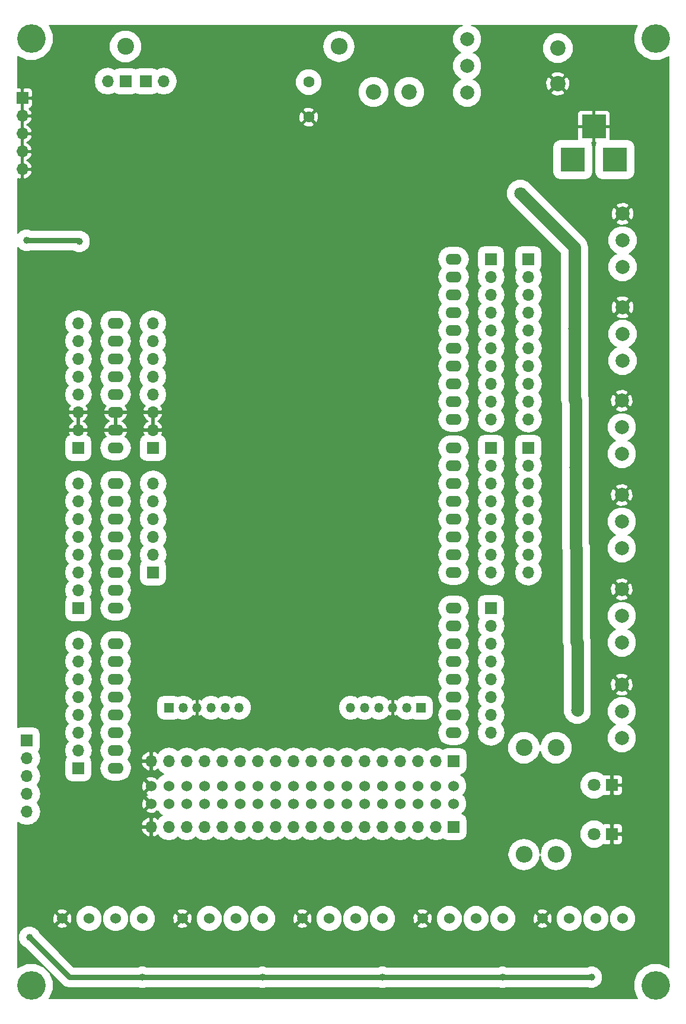
<source format=gbr>
G04 #@! TF.FileFunction,Copper,L1,Top,Signal*
%FSLAX46Y46*%
G04 Gerber Fmt 4.6, Leading zero omitted, Abs format (unit mm)*
G04 Created by KiCad (PCBNEW 4.0.7) date 03/11/18 20:29:53*
%MOMM*%
%LPD*%
G01*
G04 APERTURE LIST*
%ADD10C,0.100000*%
%ADD11O,2.286000X1.574800*%
%ADD12C,1.524000*%
%ADD13R,1.700000X1.700000*%
%ADD14O,1.700000X1.700000*%
%ADD15C,2.400000*%
%ADD16O,2.400000X2.400000*%
%ADD17R,3.500000X3.500000*%
%ADD18C,1.600000*%
%ADD19R,1.350000X1.350000*%
%ADD20O,1.350000X1.350000*%
%ADD21C,2.000000*%
%ADD22C,4.064000*%
%ADD23C,2.200000*%
%ADD24R,1.800000X1.800000*%
%ADD25C,1.800000*%
%ADD26C,1.000000*%
%ADD27C,1.800000*%
%ADD28C,0.800000*%
%ADD29C,0.200000*%
G04 APERTURE END LIST*
D10*
D11*
X57264300Y-72644000D03*
X57264300Y-75184000D03*
X57264300Y-77724000D03*
X57264300Y-80264000D03*
X57264300Y-82804000D03*
X57264300Y-85344000D03*
X57264300Y-87884000D03*
X57264300Y-90424000D03*
X57264300Y-95504000D03*
D12*
X62344300Y-138684000D03*
X62344300Y-141224000D03*
X67424300Y-138684000D03*
X67424300Y-141224000D03*
X64884300Y-138684000D03*
X64884300Y-141224000D03*
X102984300Y-138684000D03*
X102984300Y-141224000D03*
X100444300Y-138684000D03*
X100444300Y-141224000D03*
X97904300Y-138684000D03*
X97904300Y-141224000D03*
X95364300Y-138684000D03*
X95364300Y-141224000D03*
X92824300Y-138684000D03*
X92824300Y-141224000D03*
X90284300Y-138684000D03*
X90284300Y-141224000D03*
X87744300Y-138684000D03*
X87744300Y-141224000D03*
X85204300Y-138684000D03*
X85204300Y-141224000D03*
X82664300Y-138684000D03*
X82664300Y-141224000D03*
X80124300Y-138684000D03*
X80124300Y-141224000D03*
X77584300Y-138684000D03*
X77584300Y-141224000D03*
X75044300Y-138684000D03*
X75044300Y-141224000D03*
X72504300Y-138684000D03*
X72504300Y-141224000D03*
X69964300Y-138684000D03*
X69964300Y-141224000D03*
X105524300Y-138684000D03*
X105524300Y-141224000D03*
D11*
X105524300Y-131064000D03*
X105524300Y-128524000D03*
X105524300Y-108204000D03*
X105524300Y-71120000D03*
X105524300Y-68580000D03*
X105524300Y-66040000D03*
X105524300Y-63500000D03*
X57277000Y-98044000D03*
X57277000Y-100584000D03*
X57277000Y-103124000D03*
X57277000Y-105664000D03*
X57277000Y-108204000D03*
X57277000Y-110744000D03*
X57277000Y-113284000D03*
X57277000Y-118364000D03*
X57277000Y-120904000D03*
X57277000Y-123444000D03*
X57277000Y-125984000D03*
X57277000Y-128524000D03*
X57277000Y-131064000D03*
X57277000Y-133604000D03*
X57277000Y-136144000D03*
X105537000Y-105664000D03*
X105537000Y-103124000D03*
X105537000Y-100584000D03*
X105537000Y-98044000D03*
X105537000Y-95504000D03*
X105537000Y-92964000D03*
X105537000Y-90424000D03*
X105537000Y-86360000D03*
X105537000Y-83820000D03*
X105537000Y-81280000D03*
X105537000Y-78740000D03*
X105537000Y-76200000D03*
X105537000Y-73660000D03*
X105537000Y-113284000D03*
X105537000Y-115824000D03*
X105537000Y-118364000D03*
X105537000Y-120904000D03*
X105537000Y-123444000D03*
X105537000Y-125984000D03*
D13*
X44577000Y-132207000D03*
D14*
X44577000Y-134747000D03*
X44577000Y-137287000D03*
X44577000Y-139827000D03*
X44577000Y-142367000D03*
D15*
X120142000Y-133223000D03*
D16*
X120142000Y-148463000D03*
D17*
X122555000Y-49276000D03*
X128555000Y-49276000D03*
X125555000Y-44576000D03*
D13*
X51943000Y-113284000D03*
D14*
X51943000Y-110744000D03*
X51943000Y-108204000D03*
X51943000Y-105664000D03*
X51943000Y-103124000D03*
X51943000Y-100584000D03*
X51943000Y-98044000D03*
X51943000Y-95504000D03*
D13*
X51943000Y-136144000D03*
D14*
X51943000Y-133604000D03*
X51943000Y-131064000D03*
X51943000Y-128524000D03*
X51943000Y-125984000D03*
X51943000Y-123444000D03*
X51943000Y-120904000D03*
X51943000Y-118364000D03*
D13*
X110871000Y-113284000D03*
D14*
X110871000Y-115824000D03*
X110871000Y-118364000D03*
X110871000Y-120904000D03*
X110871000Y-123444000D03*
X110871000Y-125984000D03*
X110871000Y-128524000D03*
X110871000Y-131064000D03*
D13*
X105537000Y-135128000D03*
D14*
X102997000Y-135128000D03*
X100457000Y-135128000D03*
X97917000Y-135128000D03*
X95377000Y-135128000D03*
X92837000Y-135128000D03*
X90297000Y-135128000D03*
X87757000Y-135128000D03*
X85217000Y-135128000D03*
X82677000Y-135128000D03*
X80137000Y-135128000D03*
X77597000Y-135128000D03*
X75057000Y-135128000D03*
X72517000Y-135128000D03*
X69977000Y-135128000D03*
X67437000Y-135128000D03*
X64897000Y-135128000D03*
X62357000Y-135128000D03*
D13*
X105537000Y-144526000D03*
D14*
X102997000Y-144526000D03*
X100457000Y-144526000D03*
X97917000Y-144526000D03*
X95377000Y-144526000D03*
X92837000Y-144526000D03*
X90297000Y-144526000D03*
X87757000Y-144526000D03*
X85217000Y-144526000D03*
X82677000Y-144526000D03*
X80137000Y-144526000D03*
X77597000Y-144526000D03*
X75057000Y-144526000D03*
X72517000Y-144526000D03*
X69977000Y-144526000D03*
X67437000Y-144526000D03*
X64897000Y-144526000D03*
X62357000Y-144526000D03*
D13*
X116205000Y-90424000D03*
D14*
X116205000Y-92964000D03*
X116205000Y-95504000D03*
X116205000Y-98044000D03*
X116205000Y-100584000D03*
X116205000Y-103124000D03*
X116205000Y-105664000D03*
X116205000Y-108204000D03*
D15*
X58674000Y-33147000D03*
D16*
X89154000Y-33147000D03*
D13*
X51943000Y-90424000D03*
D14*
X51943000Y-87884000D03*
X51943000Y-85344000D03*
X51943000Y-82804000D03*
X51943000Y-80264000D03*
X51943000Y-77724000D03*
X51943000Y-75184000D03*
X51943000Y-72644000D03*
D13*
X116205000Y-63500000D03*
D14*
X116205000Y-66040000D03*
X116205000Y-68580000D03*
X116205000Y-71120000D03*
X116205000Y-73660000D03*
X116205000Y-76200000D03*
X116205000Y-78740000D03*
X116205000Y-81280000D03*
X116205000Y-83820000D03*
X116205000Y-86360000D03*
D13*
X110871000Y-63500000D03*
D14*
X110871000Y-66040000D03*
X110871000Y-68580000D03*
X110871000Y-71120000D03*
X110871000Y-73660000D03*
X110871000Y-76200000D03*
X110871000Y-78740000D03*
X110871000Y-81280000D03*
X110871000Y-83820000D03*
X110871000Y-86360000D03*
D13*
X110871000Y-90424000D03*
D14*
X110871000Y-92964000D03*
X110871000Y-95504000D03*
X110871000Y-98044000D03*
X110871000Y-100584000D03*
X110871000Y-103124000D03*
X110871000Y-105664000D03*
X110871000Y-108204000D03*
D13*
X62585600Y-90424000D03*
D14*
X62585600Y-87884000D03*
X62585600Y-85344000D03*
X62585600Y-82804000D03*
X62585600Y-80264000D03*
X62585600Y-77724000D03*
X62585600Y-75184000D03*
X62585600Y-72644000D03*
D13*
X62611000Y-108204000D03*
D14*
X62611000Y-105664000D03*
X62611000Y-103124000D03*
X62611000Y-100584000D03*
X62611000Y-98044000D03*
X62611000Y-95504000D03*
D18*
X84836000Y-38227000D03*
X84836000Y-43227000D03*
D13*
X43942000Y-40513000D03*
D14*
X43942000Y-43053000D03*
X43942000Y-45593000D03*
X43942000Y-48133000D03*
X43942000Y-50673000D03*
D13*
X58674000Y-38100000D03*
D14*
X56134000Y-38100000D03*
D19*
X64897000Y-127508000D03*
D20*
X66897000Y-127508000D03*
X68897000Y-127508000D03*
X70897000Y-127508000D03*
X72897000Y-127508000D03*
X74897000Y-127508000D03*
D13*
X61595000Y-38100000D03*
D14*
X64135000Y-38100000D03*
D19*
X100838000Y-127508000D03*
D20*
X98838000Y-127508000D03*
X96838000Y-127508000D03*
X94838000Y-127508000D03*
X92838000Y-127508000D03*
X90838000Y-127508000D03*
D21*
X107442000Y-39751000D03*
X107442000Y-35941000D03*
X107442000Y-32131000D03*
X129540000Y-131826000D03*
X129540000Y-128016000D03*
X129540000Y-124206000D03*
X129540000Y-118237000D03*
X129540000Y-114427000D03*
X129540000Y-110617000D03*
X129540000Y-104775000D03*
X129540000Y-100965000D03*
X129540000Y-97155000D03*
X129540000Y-91313000D03*
X129540000Y-87503000D03*
X129540000Y-83693000D03*
X129667000Y-77978000D03*
X129667000Y-74168000D03*
X129667000Y-70358000D03*
X129667000Y-64643000D03*
X129667000Y-60833000D03*
X129667000Y-57023000D03*
D12*
X118237000Y-157607000D03*
X122047000Y-157607000D03*
X125857000Y-157607000D03*
X129667000Y-157607000D03*
X101092000Y-157607000D03*
X104902000Y-157607000D03*
X108712000Y-157607000D03*
X112522000Y-157607000D03*
X83947000Y-157607000D03*
X87757000Y-157607000D03*
X91567000Y-157607000D03*
X95377000Y-157607000D03*
X66802000Y-157607000D03*
X70612000Y-157607000D03*
X74422000Y-157607000D03*
X78232000Y-157607000D03*
X49657000Y-157607000D03*
X53467000Y-157607000D03*
X57277000Y-157607000D03*
X61087000Y-157607000D03*
D22*
X45212000Y-167132000D03*
X134366000Y-167132000D03*
X45212000Y-32004000D03*
X134366000Y-32004000D03*
D23*
X120396000Y-38481000D03*
X120396000Y-33401000D03*
X99187000Y-39624000D03*
X94107000Y-39624000D03*
D24*
X128143000Y-138557000D03*
D25*
X125603000Y-138557000D03*
D15*
X115570000Y-133223000D03*
D16*
X115570000Y-148463000D03*
D24*
X128143000Y-145542000D03*
D25*
X125603000Y-145542000D03*
X123190000Y-127889000D03*
X115062000Y-54102000D03*
X123190000Y-118237000D03*
X123063000Y-104775000D03*
X122936000Y-93218000D03*
X122809000Y-73406000D03*
X122936000Y-83693000D03*
D26*
X44577000Y-60833000D03*
X52070000Y-60960000D03*
X44958000Y-160274000D03*
X125222000Y-165989000D03*
X112522000Y-165989000D03*
X95377000Y-165989000D03*
X78232000Y-165989000D03*
X61087000Y-165989000D03*
D27*
X123190000Y-118237000D02*
X123190000Y-127889000D01*
X115062000Y-54102000D02*
X122809000Y-61849000D01*
X122809000Y-61849000D02*
X122809000Y-73406000D01*
X123063000Y-104775000D02*
X123063000Y-118110000D01*
X123063000Y-118110000D02*
X123190000Y-118237000D01*
X122936000Y-93218000D02*
X122936000Y-104648000D01*
X122936000Y-104648000D02*
X123063000Y-104775000D01*
X122936000Y-83693000D02*
X122936000Y-93218000D01*
X122809000Y-73406000D02*
X122809000Y-83566000D01*
X122809000Y-83566000D02*
X122936000Y-83693000D01*
D28*
X44577000Y-60833000D02*
X51943000Y-60833000D01*
X51943000Y-60833000D02*
X52070000Y-60960000D01*
X44958000Y-160274000D02*
X50673000Y-165989000D01*
X50673000Y-165989000D02*
X61087000Y-165989000D01*
X125222000Y-165989000D02*
X112522000Y-165989000D01*
X95377000Y-165989000D02*
X112522000Y-165989000D01*
X78232000Y-165989000D02*
X95377000Y-165989000D01*
X61087000Y-165989000D02*
X78232000Y-165989000D01*
D29*
G36*
X106254000Y-30349669D02*
X105662745Y-30939893D01*
X105342366Y-31711452D01*
X105341637Y-32546883D01*
X105660669Y-33319000D01*
X106250893Y-33910255D01*
X106553512Y-34035913D01*
X106254000Y-34159669D01*
X105662745Y-34749893D01*
X105342366Y-35521452D01*
X105341637Y-36356883D01*
X105660669Y-37129000D01*
X106250893Y-37720255D01*
X106553512Y-37845913D01*
X106254000Y-37969669D01*
X105662745Y-38559893D01*
X105342366Y-39331452D01*
X105341637Y-40166883D01*
X105660669Y-40939000D01*
X106250893Y-41530255D01*
X107022452Y-41850634D01*
X107857883Y-41851363D01*
X108630000Y-41532331D01*
X109221255Y-40942107D01*
X109541634Y-40170548D01*
X109542037Y-39708526D01*
X119386263Y-39708526D01*
X119500993Y-39974871D01*
X120140802Y-40203661D01*
X120819462Y-40170191D01*
X121291007Y-39974871D01*
X121405737Y-39708526D01*
X120396000Y-38698789D01*
X119386263Y-39708526D01*
X109542037Y-39708526D01*
X109542363Y-39335117D01*
X109223331Y-38563000D01*
X108886721Y-38225802D01*
X118673339Y-38225802D01*
X118706809Y-38904462D01*
X118902129Y-39376007D01*
X119168474Y-39490737D01*
X120178211Y-38481000D01*
X120613789Y-38481000D01*
X121623526Y-39490737D01*
X121889871Y-39376007D01*
X122118661Y-38736198D01*
X122085191Y-38057538D01*
X121889871Y-37585993D01*
X121623526Y-37471263D01*
X120613789Y-38481000D01*
X120178211Y-38481000D01*
X119168474Y-37471263D01*
X118902129Y-37585993D01*
X118673339Y-38225802D01*
X108886721Y-38225802D01*
X108633107Y-37971745D01*
X108330488Y-37846087D01*
X108630000Y-37722331D01*
X109099675Y-37253474D01*
X119386263Y-37253474D01*
X120396000Y-38263211D01*
X121405737Y-37253474D01*
X121291007Y-36987129D01*
X120651198Y-36758339D01*
X119972538Y-36791809D01*
X119500993Y-36987129D01*
X119386263Y-37253474D01*
X109099675Y-37253474D01*
X109221255Y-37132107D01*
X109541634Y-36360548D01*
X109542363Y-35525117D01*
X109223331Y-34753000D01*
X108633107Y-34161745D01*
X108330488Y-34036087D01*
X108630000Y-33912331D01*
X108705776Y-33836687D01*
X118195619Y-33836687D01*
X118529843Y-34645572D01*
X119148173Y-35264982D01*
X119956473Y-35600618D01*
X120831687Y-35601381D01*
X121640572Y-35267157D01*
X122259982Y-34648827D01*
X122595618Y-33840527D01*
X122596381Y-32965313D01*
X122262157Y-32156428D01*
X121643827Y-31537018D01*
X120835527Y-31201382D01*
X119960313Y-31200619D01*
X119151428Y-31534843D01*
X118532018Y-32153173D01*
X118196382Y-32961473D01*
X118195619Y-33836687D01*
X108705776Y-33836687D01*
X109221255Y-33322107D01*
X109541634Y-32550548D01*
X109542363Y-31715117D01*
X109223331Y-30943000D01*
X108633107Y-30351745D01*
X108101494Y-30131000D01*
X131809084Y-30131000D01*
X131712367Y-30227548D01*
X131234544Y-31378273D01*
X131233457Y-32624260D01*
X131709271Y-33775818D01*
X132589548Y-34657633D01*
X133740273Y-35135456D01*
X134986260Y-35136543D01*
X136137818Y-34660729D01*
X136239000Y-34559723D01*
X136239000Y-164575084D01*
X136142452Y-164478367D01*
X134991727Y-164000544D01*
X133745740Y-163999457D01*
X132594182Y-164475271D01*
X131712367Y-165355548D01*
X131234544Y-166506273D01*
X131233457Y-167752260D01*
X131709271Y-168903818D01*
X131810277Y-169005000D01*
X47768916Y-169005000D01*
X47865633Y-168908452D01*
X48343456Y-167757727D01*
X48344543Y-166511740D01*
X47868729Y-165360182D01*
X46988452Y-164478367D01*
X45837727Y-164000544D01*
X44591740Y-163999457D01*
X43440182Y-164475271D01*
X43339000Y-164576277D01*
X43339000Y-160590863D01*
X43357723Y-160590863D01*
X43600795Y-161179143D01*
X44050489Y-161629623D01*
X44293004Y-161730324D01*
X49612340Y-167049661D01*
X50098975Y-167374819D01*
X50673000Y-167489000D01*
X60527187Y-167489000D01*
X60767344Y-167588722D01*
X61403863Y-167589277D01*
X61646552Y-167489000D01*
X77672187Y-167489000D01*
X77912344Y-167588722D01*
X78548863Y-167589277D01*
X78791552Y-167489000D01*
X94817187Y-167489000D01*
X95057344Y-167588722D01*
X95693863Y-167589277D01*
X95936552Y-167489000D01*
X111962187Y-167489000D01*
X112202344Y-167588722D01*
X112838863Y-167589277D01*
X113081552Y-167489000D01*
X124662187Y-167489000D01*
X124902344Y-167588722D01*
X125538863Y-167589277D01*
X126127143Y-167346205D01*
X126577623Y-166896511D01*
X126821722Y-166308656D01*
X126822277Y-165672137D01*
X126579205Y-165083857D01*
X126129511Y-164633377D01*
X125541656Y-164389278D01*
X124905137Y-164388723D01*
X124662448Y-164489000D01*
X113081813Y-164489000D01*
X112841656Y-164389278D01*
X112205137Y-164388723D01*
X111962448Y-164489000D01*
X95936813Y-164489000D01*
X95696656Y-164389278D01*
X95060137Y-164388723D01*
X94817448Y-164489000D01*
X78791813Y-164489000D01*
X78551656Y-164389278D01*
X77915137Y-164388723D01*
X77672448Y-164489000D01*
X61646813Y-164489000D01*
X61406656Y-164389278D01*
X60770137Y-164388723D01*
X60527448Y-164489000D01*
X51294321Y-164489000D01*
X46414507Y-159609187D01*
X46315205Y-159368857D01*
X45865511Y-158918377D01*
X45277656Y-158674278D01*
X44641137Y-158673723D01*
X44052857Y-158916795D01*
X43602377Y-159366489D01*
X43358278Y-159954344D01*
X43357723Y-160590863D01*
X43339000Y-160590863D01*
X43339000Y-158589368D01*
X48892421Y-158589368D01*
X48965551Y-158820698D01*
X49482647Y-158992917D01*
X50026287Y-158954142D01*
X50348449Y-158820698D01*
X50421579Y-158589368D01*
X49657000Y-157824789D01*
X48892421Y-158589368D01*
X43339000Y-158589368D01*
X43339000Y-157432647D01*
X48271083Y-157432647D01*
X48309858Y-157976287D01*
X48443302Y-158298449D01*
X48674632Y-158371579D01*
X49439211Y-157607000D01*
X49874789Y-157607000D01*
X50639368Y-158371579D01*
X50870698Y-158298449D01*
X50978173Y-157975750D01*
X51604677Y-157975750D01*
X51887553Y-158660360D01*
X52410884Y-159184607D01*
X53095000Y-159468676D01*
X53835750Y-159469323D01*
X54520360Y-159186447D01*
X55044607Y-158663116D01*
X55328676Y-157979000D01*
X55328678Y-157975750D01*
X55414677Y-157975750D01*
X55697553Y-158660360D01*
X56220884Y-159184607D01*
X56905000Y-159468676D01*
X57645750Y-159469323D01*
X58330360Y-159186447D01*
X58854607Y-158663116D01*
X59138676Y-157979000D01*
X59138678Y-157975750D01*
X59224677Y-157975750D01*
X59507553Y-158660360D01*
X60030884Y-159184607D01*
X60715000Y-159468676D01*
X61455750Y-159469323D01*
X62140360Y-159186447D01*
X62664607Y-158663116D01*
X62695229Y-158589368D01*
X66037421Y-158589368D01*
X66110551Y-158820698D01*
X66627647Y-158992917D01*
X67171287Y-158954142D01*
X67493449Y-158820698D01*
X67566579Y-158589368D01*
X66802000Y-157824789D01*
X66037421Y-158589368D01*
X62695229Y-158589368D01*
X62948676Y-157979000D01*
X62949153Y-157432647D01*
X65416083Y-157432647D01*
X65454858Y-157976287D01*
X65588302Y-158298449D01*
X65819632Y-158371579D01*
X66584211Y-157607000D01*
X67019789Y-157607000D01*
X67784368Y-158371579D01*
X68015698Y-158298449D01*
X68123173Y-157975750D01*
X68749677Y-157975750D01*
X69032553Y-158660360D01*
X69555884Y-159184607D01*
X70240000Y-159468676D01*
X70980750Y-159469323D01*
X71665360Y-159186447D01*
X72189607Y-158663116D01*
X72473676Y-157979000D01*
X72473678Y-157975750D01*
X72559677Y-157975750D01*
X72842553Y-158660360D01*
X73365884Y-159184607D01*
X74050000Y-159468676D01*
X74790750Y-159469323D01*
X75475360Y-159186447D01*
X75999607Y-158663116D01*
X76283676Y-157979000D01*
X76283678Y-157975750D01*
X76369677Y-157975750D01*
X76652553Y-158660360D01*
X77175884Y-159184607D01*
X77860000Y-159468676D01*
X78600750Y-159469323D01*
X79285360Y-159186447D01*
X79809607Y-158663116D01*
X79840229Y-158589368D01*
X83182421Y-158589368D01*
X83255551Y-158820698D01*
X83772647Y-158992917D01*
X84316287Y-158954142D01*
X84638449Y-158820698D01*
X84711579Y-158589368D01*
X83947000Y-157824789D01*
X83182421Y-158589368D01*
X79840229Y-158589368D01*
X80093676Y-157979000D01*
X80094153Y-157432647D01*
X82561083Y-157432647D01*
X82599858Y-157976287D01*
X82733302Y-158298449D01*
X82964632Y-158371579D01*
X83729211Y-157607000D01*
X84164789Y-157607000D01*
X84929368Y-158371579D01*
X85160698Y-158298449D01*
X85268173Y-157975750D01*
X85894677Y-157975750D01*
X86177553Y-158660360D01*
X86700884Y-159184607D01*
X87385000Y-159468676D01*
X88125750Y-159469323D01*
X88810360Y-159186447D01*
X89334607Y-158663116D01*
X89618676Y-157979000D01*
X89618678Y-157975750D01*
X89704677Y-157975750D01*
X89987553Y-158660360D01*
X90510884Y-159184607D01*
X91195000Y-159468676D01*
X91935750Y-159469323D01*
X92620360Y-159186447D01*
X93144607Y-158663116D01*
X93428676Y-157979000D01*
X93428678Y-157975750D01*
X93514677Y-157975750D01*
X93797553Y-158660360D01*
X94320884Y-159184607D01*
X95005000Y-159468676D01*
X95745750Y-159469323D01*
X96430360Y-159186447D01*
X96954607Y-158663116D01*
X96985229Y-158589368D01*
X100327421Y-158589368D01*
X100400551Y-158820698D01*
X100917647Y-158992917D01*
X101461287Y-158954142D01*
X101783449Y-158820698D01*
X101856579Y-158589368D01*
X101092000Y-157824789D01*
X100327421Y-158589368D01*
X96985229Y-158589368D01*
X97238676Y-157979000D01*
X97239153Y-157432647D01*
X99706083Y-157432647D01*
X99744858Y-157976287D01*
X99878302Y-158298449D01*
X100109632Y-158371579D01*
X100874211Y-157607000D01*
X101309789Y-157607000D01*
X102074368Y-158371579D01*
X102305698Y-158298449D01*
X102413173Y-157975750D01*
X103039677Y-157975750D01*
X103322553Y-158660360D01*
X103845884Y-159184607D01*
X104530000Y-159468676D01*
X105270750Y-159469323D01*
X105955360Y-159186447D01*
X106479607Y-158663116D01*
X106763676Y-157979000D01*
X106763678Y-157975750D01*
X106849677Y-157975750D01*
X107132553Y-158660360D01*
X107655884Y-159184607D01*
X108340000Y-159468676D01*
X109080750Y-159469323D01*
X109765360Y-159186447D01*
X110289607Y-158663116D01*
X110573676Y-157979000D01*
X110573678Y-157975750D01*
X110659677Y-157975750D01*
X110942553Y-158660360D01*
X111465884Y-159184607D01*
X112150000Y-159468676D01*
X112890750Y-159469323D01*
X113575360Y-159186447D01*
X114099607Y-158663116D01*
X114130229Y-158589368D01*
X117472421Y-158589368D01*
X117545551Y-158820698D01*
X118062647Y-158992917D01*
X118606287Y-158954142D01*
X118928449Y-158820698D01*
X119001579Y-158589368D01*
X118237000Y-157824789D01*
X117472421Y-158589368D01*
X114130229Y-158589368D01*
X114383676Y-157979000D01*
X114384153Y-157432647D01*
X116851083Y-157432647D01*
X116889858Y-157976287D01*
X117023302Y-158298449D01*
X117254632Y-158371579D01*
X118019211Y-157607000D01*
X118454789Y-157607000D01*
X119219368Y-158371579D01*
X119450698Y-158298449D01*
X119558173Y-157975750D01*
X120184677Y-157975750D01*
X120467553Y-158660360D01*
X120990884Y-159184607D01*
X121675000Y-159468676D01*
X122415750Y-159469323D01*
X123100360Y-159186447D01*
X123624607Y-158663116D01*
X123908676Y-157979000D01*
X123908678Y-157975750D01*
X123994677Y-157975750D01*
X124277553Y-158660360D01*
X124800884Y-159184607D01*
X125485000Y-159468676D01*
X126225750Y-159469323D01*
X126910360Y-159186447D01*
X127434607Y-158663116D01*
X127718676Y-157979000D01*
X127718678Y-157975750D01*
X127804677Y-157975750D01*
X128087553Y-158660360D01*
X128610884Y-159184607D01*
X129295000Y-159468676D01*
X130035750Y-159469323D01*
X130720360Y-159186447D01*
X131244607Y-158663116D01*
X131528676Y-157979000D01*
X131529323Y-157238250D01*
X131246447Y-156553640D01*
X130723116Y-156029393D01*
X130039000Y-155745324D01*
X129298250Y-155744677D01*
X128613640Y-156027553D01*
X128089393Y-156550884D01*
X127805324Y-157235000D01*
X127804677Y-157975750D01*
X127718678Y-157975750D01*
X127719323Y-157238250D01*
X127436447Y-156553640D01*
X126913116Y-156029393D01*
X126229000Y-155745324D01*
X125488250Y-155744677D01*
X124803640Y-156027553D01*
X124279393Y-156550884D01*
X123995324Y-157235000D01*
X123994677Y-157975750D01*
X123908678Y-157975750D01*
X123909323Y-157238250D01*
X123626447Y-156553640D01*
X123103116Y-156029393D01*
X122419000Y-155745324D01*
X121678250Y-155744677D01*
X120993640Y-156027553D01*
X120469393Y-156550884D01*
X120185324Y-157235000D01*
X120184677Y-157975750D01*
X119558173Y-157975750D01*
X119622917Y-157781353D01*
X119584142Y-157237713D01*
X119450698Y-156915551D01*
X119219368Y-156842421D01*
X118454789Y-157607000D01*
X118019211Y-157607000D01*
X117254632Y-156842421D01*
X117023302Y-156915551D01*
X116851083Y-157432647D01*
X114384153Y-157432647D01*
X114384323Y-157238250D01*
X114130781Y-156624632D01*
X117472421Y-156624632D01*
X118237000Y-157389211D01*
X119001579Y-156624632D01*
X118928449Y-156393302D01*
X118411353Y-156221083D01*
X117867713Y-156259858D01*
X117545551Y-156393302D01*
X117472421Y-156624632D01*
X114130781Y-156624632D01*
X114101447Y-156553640D01*
X113578116Y-156029393D01*
X112894000Y-155745324D01*
X112153250Y-155744677D01*
X111468640Y-156027553D01*
X110944393Y-156550884D01*
X110660324Y-157235000D01*
X110659677Y-157975750D01*
X110573678Y-157975750D01*
X110574323Y-157238250D01*
X110291447Y-156553640D01*
X109768116Y-156029393D01*
X109084000Y-155745324D01*
X108343250Y-155744677D01*
X107658640Y-156027553D01*
X107134393Y-156550884D01*
X106850324Y-157235000D01*
X106849677Y-157975750D01*
X106763678Y-157975750D01*
X106764323Y-157238250D01*
X106481447Y-156553640D01*
X105958116Y-156029393D01*
X105274000Y-155745324D01*
X104533250Y-155744677D01*
X103848640Y-156027553D01*
X103324393Y-156550884D01*
X103040324Y-157235000D01*
X103039677Y-157975750D01*
X102413173Y-157975750D01*
X102477917Y-157781353D01*
X102439142Y-157237713D01*
X102305698Y-156915551D01*
X102074368Y-156842421D01*
X101309789Y-157607000D01*
X100874211Y-157607000D01*
X100109632Y-156842421D01*
X99878302Y-156915551D01*
X99706083Y-157432647D01*
X97239153Y-157432647D01*
X97239323Y-157238250D01*
X96985781Y-156624632D01*
X100327421Y-156624632D01*
X101092000Y-157389211D01*
X101856579Y-156624632D01*
X101783449Y-156393302D01*
X101266353Y-156221083D01*
X100722713Y-156259858D01*
X100400551Y-156393302D01*
X100327421Y-156624632D01*
X96985781Y-156624632D01*
X96956447Y-156553640D01*
X96433116Y-156029393D01*
X95749000Y-155745324D01*
X95008250Y-155744677D01*
X94323640Y-156027553D01*
X93799393Y-156550884D01*
X93515324Y-157235000D01*
X93514677Y-157975750D01*
X93428678Y-157975750D01*
X93429323Y-157238250D01*
X93146447Y-156553640D01*
X92623116Y-156029393D01*
X91939000Y-155745324D01*
X91198250Y-155744677D01*
X90513640Y-156027553D01*
X89989393Y-156550884D01*
X89705324Y-157235000D01*
X89704677Y-157975750D01*
X89618678Y-157975750D01*
X89619323Y-157238250D01*
X89336447Y-156553640D01*
X88813116Y-156029393D01*
X88129000Y-155745324D01*
X87388250Y-155744677D01*
X86703640Y-156027553D01*
X86179393Y-156550884D01*
X85895324Y-157235000D01*
X85894677Y-157975750D01*
X85268173Y-157975750D01*
X85332917Y-157781353D01*
X85294142Y-157237713D01*
X85160698Y-156915551D01*
X84929368Y-156842421D01*
X84164789Y-157607000D01*
X83729211Y-157607000D01*
X82964632Y-156842421D01*
X82733302Y-156915551D01*
X82561083Y-157432647D01*
X80094153Y-157432647D01*
X80094323Y-157238250D01*
X79840781Y-156624632D01*
X83182421Y-156624632D01*
X83947000Y-157389211D01*
X84711579Y-156624632D01*
X84638449Y-156393302D01*
X84121353Y-156221083D01*
X83577713Y-156259858D01*
X83255551Y-156393302D01*
X83182421Y-156624632D01*
X79840781Y-156624632D01*
X79811447Y-156553640D01*
X79288116Y-156029393D01*
X78604000Y-155745324D01*
X77863250Y-155744677D01*
X77178640Y-156027553D01*
X76654393Y-156550884D01*
X76370324Y-157235000D01*
X76369677Y-157975750D01*
X76283678Y-157975750D01*
X76284323Y-157238250D01*
X76001447Y-156553640D01*
X75478116Y-156029393D01*
X74794000Y-155745324D01*
X74053250Y-155744677D01*
X73368640Y-156027553D01*
X72844393Y-156550884D01*
X72560324Y-157235000D01*
X72559677Y-157975750D01*
X72473678Y-157975750D01*
X72474323Y-157238250D01*
X72191447Y-156553640D01*
X71668116Y-156029393D01*
X70984000Y-155745324D01*
X70243250Y-155744677D01*
X69558640Y-156027553D01*
X69034393Y-156550884D01*
X68750324Y-157235000D01*
X68749677Y-157975750D01*
X68123173Y-157975750D01*
X68187917Y-157781353D01*
X68149142Y-157237713D01*
X68015698Y-156915551D01*
X67784368Y-156842421D01*
X67019789Y-157607000D01*
X66584211Y-157607000D01*
X65819632Y-156842421D01*
X65588302Y-156915551D01*
X65416083Y-157432647D01*
X62949153Y-157432647D01*
X62949323Y-157238250D01*
X62695781Y-156624632D01*
X66037421Y-156624632D01*
X66802000Y-157389211D01*
X67566579Y-156624632D01*
X67493449Y-156393302D01*
X66976353Y-156221083D01*
X66432713Y-156259858D01*
X66110551Y-156393302D01*
X66037421Y-156624632D01*
X62695781Y-156624632D01*
X62666447Y-156553640D01*
X62143116Y-156029393D01*
X61459000Y-155745324D01*
X60718250Y-155744677D01*
X60033640Y-156027553D01*
X59509393Y-156550884D01*
X59225324Y-157235000D01*
X59224677Y-157975750D01*
X59138678Y-157975750D01*
X59139323Y-157238250D01*
X58856447Y-156553640D01*
X58333116Y-156029393D01*
X57649000Y-155745324D01*
X56908250Y-155744677D01*
X56223640Y-156027553D01*
X55699393Y-156550884D01*
X55415324Y-157235000D01*
X55414677Y-157975750D01*
X55328678Y-157975750D01*
X55329323Y-157238250D01*
X55046447Y-156553640D01*
X54523116Y-156029393D01*
X53839000Y-155745324D01*
X53098250Y-155744677D01*
X52413640Y-156027553D01*
X51889393Y-156550884D01*
X51605324Y-157235000D01*
X51604677Y-157975750D01*
X50978173Y-157975750D01*
X51042917Y-157781353D01*
X51004142Y-157237713D01*
X50870698Y-156915551D01*
X50639368Y-156842421D01*
X49874789Y-157607000D01*
X49439211Y-157607000D01*
X48674632Y-156842421D01*
X48443302Y-156915551D01*
X48271083Y-157432647D01*
X43339000Y-157432647D01*
X43339000Y-156624632D01*
X48892421Y-156624632D01*
X49657000Y-157389211D01*
X50421579Y-156624632D01*
X50348449Y-156393302D01*
X49831353Y-156221083D01*
X49287713Y-156259858D01*
X48965551Y-156393302D01*
X48892421Y-156624632D01*
X43339000Y-156624632D01*
X43339000Y-148417940D01*
X113270000Y-148417940D01*
X113270000Y-148508060D01*
X113445077Y-149388232D01*
X113943654Y-150134406D01*
X114689828Y-150632983D01*
X115570000Y-150808060D01*
X116450172Y-150632983D01*
X117196346Y-150134406D01*
X117694923Y-149388232D01*
X117856000Y-148578443D01*
X118017077Y-149388232D01*
X118515654Y-150134406D01*
X119261828Y-150632983D01*
X120142000Y-150808060D01*
X121022172Y-150632983D01*
X121768346Y-150134406D01*
X122266923Y-149388232D01*
X122442000Y-148508060D01*
X122442000Y-148417940D01*
X122266923Y-147537768D01*
X121768346Y-146791594D01*
X121022172Y-146293017D01*
X120142000Y-146117940D01*
X119261828Y-146293017D01*
X118515654Y-146791594D01*
X118017077Y-147537768D01*
X117856000Y-148347557D01*
X117694923Y-147537768D01*
X117196346Y-146791594D01*
X116450172Y-146293017D01*
X115570000Y-146117940D01*
X114689828Y-146293017D01*
X113943654Y-146791594D01*
X113445077Y-147537768D01*
X113270000Y-148417940D01*
X43339000Y-148417940D01*
X43339000Y-144904911D01*
X60949085Y-144904911D01*
X61201259Y-145414854D01*
X61629384Y-145789477D01*
X61978090Y-145933903D01*
X62203000Y-145822889D01*
X62203000Y-144680000D01*
X61059144Y-144680000D01*
X60949085Y-144904911D01*
X43339000Y-144904911D01*
X43339000Y-143865503D01*
X43792564Y-144168565D01*
X44538797Y-144317000D01*
X44615203Y-144317000D01*
X45361436Y-144168565D01*
X45393577Y-144147089D01*
X60949085Y-144147089D01*
X61059144Y-144372000D01*
X62203000Y-144372000D01*
X62203000Y-143229111D01*
X61978090Y-143118097D01*
X61629384Y-143262523D01*
X61201259Y-143637146D01*
X60949085Y-144147089D01*
X45393577Y-144147089D01*
X45994061Y-143745858D01*
X46416768Y-143113233D01*
X46565203Y-142367000D01*
X46416768Y-141620767D01*
X46066798Y-141097000D01*
X46098438Y-141049647D01*
X60958383Y-141049647D01*
X60997158Y-141593287D01*
X61130602Y-141915449D01*
X61361932Y-141988579D01*
X62126511Y-141224000D01*
X61361932Y-140459421D01*
X61130602Y-140532551D01*
X60958383Y-141049647D01*
X46098438Y-141049647D01*
X46416768Y-140573233D01*
X46565203Y-139827000D01*
X46416768Y-139080767D01*
X46066798Y-138557000D01*
X46098438Y-138509647D01*
X60958383Y-138509647D01*
X60997158Y-139053287D01*
X61130602Y-139375449D01*
X61361932Y-139448579D01*
X62126511Y-138684000D01*
X61361932Y-137919421D01*
X61130602Y-137992551D01*
X60958383Y-138509647D01*
X46098438Y-138509647D01*
X46416768Y-138033233D01*
X46565203Y-137287000D01*
X46416768Y-136540767D01*
X46066798Y-136017000D01*
X46416768Y-135493233D01*
X46565203Y-134747000D01*
X46416768Y-134000767D01*
X46266818Y-133776352D01*
X46460188Y-133493346D01*
X46548550Y-133057000D01*
X46548550Y-131357000D01*
X46471848Y-130949364D01*
X46230936Y-130574976D01*
X45863346Y-130323812D01*
X45427000Y-130235450D01*
X43727000Y-130235450D01*
X43339000Y-130308457D01*
X43339000Y-118364000D01*
X49954797Y-118364000D01*
X50103232Y-119110233D01*
X50453202Y-119634000D01*
X50103232Y-120157767D01*
X49954797Y-120904000D01*
X50103232Y-121650233D01*
X50453202Y-122174000D01*
X50103232Y-122697767D01*
X49954797Y-123444000D01*
X50103232Y-124190233D01*
X50453202Y-124714000D01*
X50103232Y-125237767D01*
X49954797Y-125984000D01*
X50103232Y-126730233D01*
X50453202Y-127254000D01*
X50103232Y-127777767D01*
X49954797Y-128524000D01*
X50103232Y-129270233D01*
X50453202Y-129794000D01*
X50103232Y-130317767D01*
X49954797Y-131064000D01*
X50103232Y-131810233D01*
X50453202Y-132334000D01*
X50103232Y-132857767D01*
X49954797Y-133604000D01*
X50103232Y-134350233D01*
X50253182Y-134574648D01*
X50059812Y-134857654D01*
X49971450Y-135294000D01*
X49971450Y-136994000D01*
X50048152Y-137401636D01*
X50289064Y-137776024D01*
X50656654Y-138027188D01*
X51093000Y-138115550D01*
X52793000Y-138115550D01*
X53200636Y-138038848D01*
X53575024Y-137797936D01*
X53826188Y-137430346D01*
X53914550Y-136994000D01*
X53914550Y-135294000D01*
X53837848Y-134886364D01*
X53635083Y-134571259D01*
X53782768Y-134350233D01*
X53931203Y-133604000D01*
X53782768Y-132857767D01*
X53432798Y-132334000D01*
X53782768Y-131810233D01*
X53931203Y-131064000D01*
X53782768Y-130317767D01*
X53432798Y-129794000D01*
X53782768Y-129270233D01*
X53931203Y-128524000D01*
X53782768Y-127777767D01*
X53432798Y-127254000D01*
X53782768Y-126730233D01*
X53931203Y-125984000D01*
X53782768Y-125237767D01*
X53432798Y-124714000D01*
X53782768Y-124190233D01*
X53931203Y-123444000D01*
X53782768Y-122697767D01*
X53432798Y-122174000D01*
X53782768Y-121650233D01*
X53931203Y-120904000D01*
X53782768Y-120157767D01*
X53432798Y-119634000D01*
X53782768Y-119110233D01*
X53931203Y-118364000D01*
X54990057Y-118364000D01*
X55133727Y-119086277D01*
X55499704Y-119634000D01*
X55133727Y-120181723D01*
X54990057Y-120904000D01*
X55133727Y-121626277D01*
X55499704Y-122174000D01*
X55133727Y-122721723D01*
X54990057Y-123444000D01*
X55133727Y-124166277D01*
X55499704Y-124714000D01*
X55133727Y-125261723D01*
X54990057Y-125984000D01*
X55133727Y-126706277D01*
X55499704Y-127254000D01*
X55133727Y-127801723D01*
X54990057Y-128524000D01*
X55133727Y-129246277D01*
X55499704Y-129794000D01*
X55133727Y-130341723D01*
X54990057Y-131064000D01*
X55133727Y-131786277D01*
X55499704Y-132334000D01*
X55133727Y-132881723D01*
X54990057Y-133604000D01*
X55133727Y-134326277D01*
X55499704Y-134874000D01*
X55133727Y-135421723D01*
X54990057Y-136144000D01*
X55133727Y-136866277D01*
X55542864Y-137478593D01*
X56155180Y-137887730D01*
X56877457Y-138031400D01*
X57676543Y-138031400D01*
X58398820Y-137887730D01*
X58677334Y-137701632D01*
X61579721Y-137701632D01*
X62344300Y-138466211D01*
X62358442Y-138452069D01*
X62576231Y-138669858D01*
X62562089Y-138684000D01*
X62576231Y-138698142D01*
X62358442Y-138915931D01*
X62344300Y-138901789D01*
X61579721Y-139666368D01*
X61652851Y-139897698D01*
X61803539Y-139947885D01*
X61652851Y-140010302D01*
X61579721Y-140241632D01*
X62344300Y-141006211D01*
X62358442Y-140992069D01*
X62576231Y-141209858D01*
X62562089Y-141224000D01*
X62576231Y-141238142D01*
X62358442Y-141455931D01*
X62344300Y-141441789D01*
X61579721Y-142206368D01*
X61652851Y-142437698D01*
X62169947Y-142609917D01*
X62713587Y-142571142D01*
X63035749Y-142437698D01*
X63108878Y-142206370D01*
X63221734Y-142319226D01*
X63292791Y-142248169D01*
X63304853Y-142277360D01*
X63828184Y-142801607D01*
X63920640Y-142839998D01*
X63518142Y-143108939D01*
X63293431Y-143445243D01*
X63084616Y-143262523D01*
X62735910Y-143118097D01*
X62511000Y-143229111D01*
X62511000Y-144372000D01*
X62531000Y-144372000D01*
X62531000Y-144680000D01*
X62511000Y-144680000D01*
X62511000Y-145822889D01*
X62735910Y-145933903D01*
X63084616Y-145789477D01*
X63293431Y-145606757D01*
X63518142Y-145943061D01*
X64150767Y-146365768D01*
X64897000Y-146514203D01*
X65643233Y-146365768D01*
X66167000Y-146015798D01*
X66690767Y-146365768D01*
X67437000Y-146514203D01*
X68183233Y-146365768D01*
X68707000Y-146015798D01*
X69230767Y-146365768D01*
X69977000Y-146514203D01*
X70723233Y-146365768D01*
X71247000Y-146015798D01*
X71770767Y-146365768D01*
X72517000Y-146514203D01*
X73263233Y-146365768D01*
X73787000Y-146015798D01*
X74310767Y-146365768D01*
X75057000Y-146514203D01*
X75803233Y-146365768D01*
X76327000Y-146015798D01*
X76850767Y-146365768D01*
X77597000Y-146514203D01*
X78343233Y-146365768D01*
X78867000Y-146015798D01*
X79390767Y-146365768D01*
X80137000Y-146514203D01*
X80883233Y-146365768D01*
X81407000Y-146015798D01*
X81930767Y-146365768D01*
X82677000Y-146514203D01*
X83423233Y-146365768D01*
X83947000Y-146015798D01*
X84470767Y-146365768D01*
X85217000Y-146514203D01*
X85963233Y-146365768D01*
X86487000Y-146015798D01*
X87010767Y-146365768D01*
X87757000Y-146514203D01*
X88503233Y-146365768D01*
X89027000Y-146015798D01*
X89550767Y-146365768D01*
X90297000Y-146514203D01*
X91043233Y-146365768D01*
X91567000Y-146015798D01*
X92090767Y-146365768D01*
X92837000Y-146514203D01*
X93583233Y-146365768D01*
X94107000Y-146015798D01*
X94630767Y-146365768D01*
X95377000Y-146514203D01*
X96123233Y-146365768D01*
X96647000Y-146015798D01*
X97170767Y-146365768D01*
X97917000Y-146514203D01*
X98663233Y-146365768D01*
X99187000Y-146015798D01*
X99710767Y-146365768D01*
X100457000Y-146514203D01*
X101203233Y-146365768D01*
X101727000Y-146015798D01*
X102250767Y-146365768D01*
X102997000Y-146514203D01*
X103743233Y-146365768D01*
X103967648Y-146215818D01*
X104250654Y-146409188D01*
X104687000Y-146497550D01*
X106387000Y-146497550D01*
X106794636Y-146420848D01*
X107169024Y-146179936D01*
X107334278Y-145938079D01*
X123602654Y-145938079D01*
X123906494Y-146673429D01*
X124468612Y-147236529D01*
X125203430Y-147541652D01*
X125999079Y-147542346D01*
X126734429Y-147238506D01*
X126981563Y-146991803D01*
X127122061Y-147050000D01*
X127837000Y-147050000D01*
X127989000Y-146898000D01*
X127989000Y-145696000D01*
X128297000Y-145696000D01*
X128297000Y-146898000D01*
X128449000Y-147050000D01*
X129163939Y-147050000D01*
X129387405Y-146957437D01*
X129558438Y-146786404D01*
X129651000Y-146562938D01*
X129651000Y-145848000D01*
X129499000Y-145696000D01*
X128297000Y-145696000D01*
X127989000Y-145696000D01*
X127969000Y-145696000D01*
X127969000Y-145388000D01*
X127989000Y-145388000D01*
X127989000Y-144186000D01*
X128297000Y-144186000D01*
X128297000Y-145388000D01*
X129499000Y-145388000D01*
X129651000Y-145236000D01*
X129651000Y-144521062D01*
X129558438Y-144297596D01*
X129387405Y-144126563D01*
X129163939Y-144034000D01*
X128449000Y-144034000D01*
X128297000Y-144186000D01*
X127989000Y-144186000D01*
X127837000Y-144034000D01*
X127122061Y-144034000D01*
X126981650Y-144092160D01*
X126737388Y-143847471D01*
X126002570Y-143542348D01*
X125206921Y-143541654D01*
X124471571Y-143845494D01*
X123908471Y-144407612D01*
X123603348Y-145142430D01*
X123602654Y-145938079D01*
X107334278Y-145938079D01*
X107420188Y-145812346D01*
X107508550Y-145376000D01*
X107508550Y-143676000D01*
X107431848Y-143268364D01*
X107190936Y-142893976D01*
X106823346Y-142642812D01*
X106752872Y-142628541D01*
X107101907Y-142280116D01*
X107385976Y-141596000D01*
X107386623Y-140855250D01*
X107103747Y-140170640D01*
X106887567Y-139954082D01*
X107101907Y-139740116D01*
X107385976Y-139056000D01*
X107386065Y-138953079D01*
X123602654Y-138953079D01*
X123906494Y-139688429D01*
X124468612Y-140251529D01*
X125203430Y-140556652D01*
X125999079Y-140557346D01*
X126734429Y-140253506D01*
X126981563Y-140006803D01*
X127122061Y-140065000D01*
X127837000Y-140065000D01*
X127989000Y-139913000D01*
X127989000Y-138711000D01*
X128297000Y-138711000D01*
X128297000Y-139913000D01*
X128449000Y-140065000D01*
X129163939Y-140065000D01*
X129387405Y-139972437D01*
X129558438Y-139801404D01*
X129651000Y-139577938D01*
X129651000Y-138863000D01*
X129499000Y-138711000D01*
X128297000Y-138711000D01*
X127989000Y-138711000D01*
X127969000Y-138711000D01*
X127969000Y-138403000D01*
X127989000Y-138403000D01*
X127989000Y-137201000D01*
X128297000Y-137201000D01*
X128297000Y-138403000D01*
X129499000Y-138403000D01*
X129651000Y-138251000D01*
X129651000Y-137536062D01*
X129558438Y-137312596D01*
X129387405Y-137141563D01*
X129163939Y-137049000D01*
X128449000Y-137049000D01*
X128297000Y-137201000D01*
X127989000Y-137201000D01*
X127837000Y-137049000D01*
X127122061Y-137049000D01*
X126981650Y-137107160D01*
X126737388Y-136862471D01*
X126002570Y-136557348D01*
X125206921Y-136556654D01*
X124471571Y-136860494D01*
X123908471Y-137422612D01*
X123603348Y-138157430D01*
X123602654Y-138953079D01*
X107386065Y-138953079D01*
X107386623Y-138315250D01*
X107103747Y-137630640D01*
X106580416Y-137106393D01*
X106508761Y-137076639D01*
X106794636Y-137022848D01*
X107169024Y-136781936D01*
X107420188Y-136414346D01*
X107508550Y-135978000D01*
X107508550Y-134278000D01*
X107431848Y-133870364D01*
X107308382Y-133678491D01*
X113269601Y-133678491D01*
X113619018Y-134524143D01*
X114265453Y-135171708D01*
X115110495Y-135522600D01*
X116025491Y-135523399D01*
X116871143Y-135173982D01*
X117518708Y-134527547D01*
X117856397Y-133714301D01*
X118191018Y-134524143D01*
X118837453Y-135171708D01*
X119682495Y-135522600D01*
X120597491Y-135523399D01*
X121443143Y-135173982D01*
X122090708Y-134527547D01*
X122441600Y-133682505D01*
X122442399Y-132767509D01*
X122092982Y-131921857D01*
X121446547Y-131274292D01*
X120601505Y-130923400D01*
X119686509Y-130922601D01*
X118840857Y-131272018D01*
X118193292Y-131918453D01*
X117855603Y-132731699D01*
X117520982Y-131921857D01*
X116874547Y-131274292D01*
X116029505Y-130923400D01*
X115114509Y-130922601D01*
X114268857Y-131272018D01*
X113621292Y-131918453D01*
X113270400Y-132763495D01*
X113269601Y-133678491D01*
X107308382Y-133678491D01*
X107190936Y-133495976D01*
X106823346Y-133244812D01*
X106387000Y-133156450D01*
X104687000Y-133156450D01*
X104279364Y-133233152D01*
X103964259Y-133435917D01*
X103743233Y-133288232D01*
X102997000Y-133139797D01*
X102250767Y-133288232D01*
X101727000Y-133638202D01*
X101203233Y-133288232D01*
X100457000Y-133139797D01*
X99710767Y-133288232D01*
X99187000Y-133638202D01*
X98663233Y-133288232D01*
X97917000Y-133139797D01*
X97170767Y-133288232D01*
X96647000Y-133638202D01*
X96123233Y-133288232D01*
X95377000Y-133139797D01*
X94630767Y-133288232D01*
X94107000Y-133638202D01*
X93583233Y-133288232D01*
X92837000Y-133139797D01*
X92090767Y-133288232D01*
X91567000Y-133638202D01*
X91043233Y-133288232D01*
X90297000Y-133139797D01*
X89550767Y-133288232D01*
X89027000Y-133638202D01*
X88503233Y-133288232D01*
X87757000Y-133139797D01*
X87010767Y-133288232D01*
X86487000Y-133638202D01*
X85963233Y-133288232D01*
X85217000Y-133139797D01*
X84470767Y-133288232D01*
X83947000Y-133638202D01*
X83423233Y-133288232D01*
X82677000Y-133139797D01*
X81930767Y-133288232D01*
X81407000Y-133638202D01*
X80883233Y-133288232D01*
X80137000Y-133139797D01*
X79390767Y-133288232D01*
X78867000Y-133638202D01*
X78343233Y-133288232D01*
X77597000Y-133139797D01*
X76850767Y-133288232D01*
X76327000Y-133638202D01*
X75803233Y-133288232D01*
X75057000Y-133139797D01*
X74310767Y-133288232D01*
X73787000Y-133638202D01*
X73263233Y-133288232D01*
X72517000Y-133139797D01*
X71770767Y-133288232D01*
X71247000Y-133638202D01*
X70723233Y-133288232D01*
X69977000Y-133139797D01*
X69230767Y-133288232D01*
X68707000Y-133638202D01*
X68183233Y-133288232D01*
X67437000Y-133139797D01*
X66690767Y-133288232D01*
X66167000Y-133638202D01*
X65643233Y-133288232D01*
X64897000Y-133139797D01*
X64150767Y-133288232D01*
X63518142Y-133710939D01*
X63293431Y-134047243D01*
X63084616Y-133864523D01*
X62735910Y-133720097D01*
X62511000Y-133831111D01*
X62511000Y-134974000D01*
X62531000Y-134974000D01*
X62531000Y-135282000D01*
X62511000Y-135282000D01*
X62511000Y-136424889D01*
X62735910Y-136535903D01*
X63084616Y-136391477D01*
X63293431Y-136208757D01*
X63518142Y-136545061D01*
X64150767Y-136967768D01*
X64158339Y-136969274D01*
X63830940Y-137104553D01*
X63306693Y-137627884D01*
X63293241Y-137660281D01*
X63221734Y-137588774D01*
X63108878Y-137701630D01*
X63035749Y-137470302D01*
X62518653Y-137298083D01*
X61975013Y-137336858D01*
X61652851Y-137470302D01*
X61579721Y-137701632D01*
X58677334Y-137701632D01*
X59011136Y-137478593D01*
X59420273Y-136866277D01*
X59563943Y-136144000D01*
X59437218Y-135506911D01*
X60949085Y-135506911D01*
X61201259Y-136016854D01*
X61629384Y-136391477D01*
X61978090Y-136535903D01*
X62203000Y-136424889D01*
X62203000Y-135282000D01*
X61059144Y-135282000D01*
X60949085Y-135506911D01*
X59437218Y-135506911D01*
X59420273Y-135421723D01*
X59054296Y-134874000D01*
X59137758Y-134749089D01*
X60949085Y-134749089D01*
X61059144Y-134974000D01*
X62203000Y-134974000D01*
X62203000Y-133831111D01*
X61978090Y-133720097D01*
X61629384Y-133864523D01*
X61201259Y-134239146D01*
X60949085Y-134749089D01*
X59137758Y-134749089D01*
X59420273Y-134326277D01*
X59563943Y-133604000D01*
X59420273Y-132881723D01*
X59054296Y-132334000D01*
X59420273Y-131786277D01*
X59563943Y-131064000D01*
X59420273Y-130341723D01*
X59054296Y-129794000D01*
X59420273Y-129246277D01*
X59563943Y-128524000D01*
X59420273Y-127801723D01*
X59054296Y-127254000D01*
X59335599Y-126833000D01*
X63100450Y-126833000D01*
X63100450Y-128183000D01*
X63177152Y-128590636D01*
X63418064Y-128965024D01*
X63785654Y-129216188D01*
X64222000Y-129304550D01*
X65572000Y-129304550D01*
X65979636Y-129227848D01*
X66135379Y-129127630D01*
X66217737Y-129182660D01*
X66897000Y-129317774D01*
X67576263Y-129182660D01*
X68152115Y-128797889D01*
X68267841Y-128624692D01*
X68272905Y-128628995D01*
X68545642Y-128741951D01*
X68743000Y-128628466D01*
X68743000Y-127662000D01*
X68723000Y-127662000D01*
X68723000Y-127354000D01*
X68743000Y-127354000D01*
X68743000Y-126387534D01*
X69051000Y-126387534D01*
X69051000Y-127354000D01*
X69071000Y-127354000D01*
X69071000Y-127662000D01*
X69051000Y-127662000D01*
X69051000Y-128628466D01*
X69248358Y-128741951D01*
X69521095Y-128628995D01*
X69526159Y-128624692D01*
X69641885Y-128797889D01*
X70217737Y-129182660D01*
X70897000Y-129317774D01*
X71576263Y-129182660D01*
X71897000Y-128968351D01*
X72217737Y-129182660D01*
X72897000Y-129317774D01*
X73576263Y-129182660D01*
X73897000Y-128968351D01*
X74217737Y-129182660D01*
X74897000Y-129317774D01*
X75576263Y-129182660D01*
X76152115Y-128797889D01*
X76536886Y-128222037D01*
X76672000Y-127542774D01*
X76672000Y-127473226D01*
X89063000Y-127473226D01*
X89063000Y-127542774D01*
X89198114Y-128222037D01*
X89582885Y-128797889D01*
X90158737Y-129182660D01*
X90838000Y-129317774D01*
X91517263Y-129182660D01*
X91838000Y-128968351D01*
X92158737Y-129182660D01*
X92838000Y-129317774D01*
X93517263Y-129182660D01*
X93838000Y-128968351D01*
X94158737Y-129182660D01*
X94838000Y-129317774D01*
X95517263Y-129182660D01*
X96093115Y-128797889D01*
X96208841Y-128624692D01*
X96213905Y-128628995D01*
X96486642Y-128741951D01*
X96684000Y-128628466D01*
X96684000Y-127662000D01*
X96664000Y-127662000D01*
X96664000Y-127354000D01*
X96684000Y-127354000D01*
X96684000Y-126387534D01*
X96992000Y-126387534D01*
X96992000Y-127354000D01*
X97012000Y-127354000D01*
X97012000Y-127662000D01*
X96992000Y-127662000D01*
X96992000Y-128628466D01*
X97189358Y-128741951D01*
X97462095Y-128628995D01*
X97467159Y-128624692D01*
X97582885Y-128797889D01*
X98158737Y-129182660D01*
X98838000Y-129317774D01*
X99517263Y-129182660D01*
X99598319Y-129128500D01*
X99726654Y-129216188D01*
X100163000Y-129304550D01*
X101513000Y-129304550D01*
X101920636Y-129227848D01*
X102295024Y-128986936D01*
X102546188Y-128619346D01*
X102565495Y-128524000D01*
X103237357Y-128524000D01*
X103381027Y-129246277D01*
X103747004Y-129794000D01*
X103381027Y-130341723D01*
X103237357Y-131064000D01*
X103381027Y-131786277D01*
X103790164Y-132398593D01*
X104402480Y-132807730D01*
X105124757Y-132951400D01*
X105923843Y-132951400D01*
X106646120Y-132807730D01*
X107258436Y-132398593D01*
X107667573Y-131786277D01*
X107811243Y-131064000D01*
X107667573Y-130341723D01*
X107301596Y-129794000D01*
X107667573Y-129246277D01*
X107811243Y-128524000D01*
X107667573Y-127801723D01*
X107307946Y-127263503D01*
X107680273Y-126706277D01*
X107823943Y-125984000D01*
X107680273Y-125261723D01*
X107314296Y-124714000D01*
X107680273Y-124166277D01*
X107823943Y-123444000D01*
X107680273Y-122721723D01*
X107314296Y-122174000D01*
X107680273Y-121626277D01*
X107823943Y-120904000D01*
X107680273Y-120181723D01*
X107314296Y-119634000D01*
X107680273Y-119086277D01*
X107823943Y-118364000D01*
X107680273Y-117641723D01*
X107314296Y-117094000D01*
X107680273Y-116546277D01*
X107823943Y-115824000D01*
X108882797Y-115824000D01*
X109031232Y-116570233D01*
X109381202Y-117094000D01*
X109031232Y-117617767D01*
X108882797Y-118364000D01*
X109031232Y-119110233D01*
X109381202Y-119634000D01*
X109031232Y-120157767D01*
X108882797Y-120904000D01*
X109031232Y-121650233D01*
X109381202Y-122174000D01*
X109031232Y-122697767D01*
X108882797Y-123444000D01*
X109031232Y-124190233D01*
X109381202Y-124714000D01*
X109031232Y-125237767D01*
X108882797Y-125984000D01*
X109031232Y-126730233D01*
X109381202Y-127254000D01*
X109031232Y-127777767D01*
X108882797Y-128524000D01*
X109031232Y-129270233D01*
X109381202Y-129794000D01*
X109031232Y-130317767D01*
X108882797Y-131064000D01*
X109031232Y-131810233D01*
X109453939Y-132442858D01*
X110086564Y-132865565D01*
X110832797Y-133014000D01*
X110909203Y-133014000D01*
X111655436Y-132865565D01*
X112288061Y-132442858D01*
X112710768Y-131810233D01*
X112859203Y-131064000D01*
X112710768Y-130317767D01*
X112360798Y-129794000D01*
X112710768Y-129270233D01*
X112859203Y-128524000D01*
X112710768Y-127777767D01*
X112360798Y-127254000D01*
X112710768Y-126730233D01*
X112859203Y-125984000D01*
X112710768Y-125237767D01*
X112360798Y-124714000D01*
X112710768Y-124190233D01*
X112859203Y-123444000D01*
X112710768Y-122697767D01*
X112360798Y-122174000D01*
X112710768Y-121650233D01*
X112859203Y-120904000D01*
X112710768Y-120157767D01*
X112360798Y-119634000D01*
X112710768Y-119110233D01*
X112859203Y-118364000D01*
X112710768Y-117617767D01*
X112360798Y-117094000D01*
X112710768Y-116570233D01*
X112859203Y-115824000D01*
X112710768Y-115077767D01*
X112560818Y-114853352D01*
X112754188Y-114570346D01*
X112842550Y-114134000D01*
X112842550Y-112434000D01*
X112765848Y-112026364D01*
X112524936Y-111651976D01*
X112157346Y-111400812D01*
X111721000Y-111312450D01*
X110021000Y-111312450D01*
X109613364Y-111389152D01*
X109238976Y-111630064D01*
X108987812Y-111997654D01*
X108899450Y-112434000D01*
X108899450Y-114134000D01*
X108976152Y-114541636D01*
X109178917Y-114856741D01*
X109031232Y-115077767D01*
X108882797Y-115824000D01*
X107823943Y-115824000D01*
X107680273Y-115101723D01*
X107314296Y-114554000D01*
X107680273Y-114006277D01*
X107823943Y-113284000D01*
X107680273Y-112561723D01*
X107271136Y-111949407D01*
X106658820Y-111540270D01*
X105936543Y-111396600D01*
X105137457Y-111396600D01*
X104415180Y-111540270D01*
X103802864Y-111949407D01*
X103393727Y-112561723D01*
X103250057Y-113284000D01*
X103393727Y-114006277D01*
X103759704Y-114554000D01*
X103393727Y-115101723D01*
X103250057Y-115824000D01*
X103393727Y-116546277D01*
X103759704Y-117094000D01*
X103393727Y-117641723D01*
X103250057Y-118364000D01*
X103393727Y-119086277D01*
X103759704Y-119634000D01*
X103393727Y-120181723D01*
X103250057Y-120904000D01*
X103393727Y-121626277D01*
X103759704Y-122174000D01*
X103393727Y-122721723D01*
X103250057Y-123444000D01*
X103393727Y-124166277D01*
X103759704Y-124714000D01*
X103393727Y-125261723D01*
X103250057Y-125984000D01*
X103393727Y-126706277D01*
X103753354Y-127244497D01*
X103381027Y-127801723D01*
X103237357Y-128524000D01*
X102565495Y-128524000D01*
X102634550Y-128183000D01*
X102634550Y-126833000D01*
X102557848Y-126425364D01*
X102316936Y-126050976D01*
X101949346Y-125799812D01*
X101513000Y-125711450D01*
X100163000Y-125711450D01*
X99755364Y-125788152D01*
X99599621Y-125888370D01*
X99517263Y-125833340D01*
X98838000Y-125698226D01*
X98158737Y-125833340D01*
X97582885Y-126218111D01*
X97467159Y-126391308D01*
X97462095Y-126387005D01*
X97189358Y-126274049D01*
X96992000Y-126387534D01*
X96684000Y-126387534D01*
X96486642Y-126274049D01*
X96213905Y-126387005D01*
X96208841Y-126391308D01*
X96093115Y-126218111D01*
X95517263Y-125833340D01*
X94838000Y-125698226D01*
X94158737Y-125833340D01*
X93838000Y-126047649D01*
X93517263Y-125833340D01*
X92838000Y-125698226D01*
X92158737Y-125833340D01*
X91838000Y-126047649D01*
X91517263Y-125833340D01*
X90838000Y-125698226D01*
X90158737Y-125833340D01*
X89582885Y-126218111D01*
X89198114Y-126793963D01*
X89063000Y-127473226D01*
X76672000Y-127473226D01*
X76536886Y-126793963D01*
X76152115Y-126218111D01*
X75576263Y-125833340D01*
X74897000Y-125698226D01*
X74217737Y-125833340D01*
X73897000Y-126047649D01*
X73576263Y-125833340D01*
X72897000Y-125698226D01*
X72217737Y-125833340D01*
X71897000Y-126047649D01*
X71576263Y-125833340D01*
X70897000Y-125698226D01*
X70217737Y-125833340D01*
X69641885Y-126218111D01*
X69526159Y-126391308D01*
X69521095Y-126387005D01*
X69248358Y-126274049D01*
X69051000Y-126387534D01*
X68743000Y-126387534D01*
X68545642Y-126274049D01*
X68272905Y-126387005D01*
X68267841Y-126391308D01*
X68152115Y-126218111D01*
X67576263Y-125833340D01*
X66897000Y-125698226D01*
X66217737Y-125833340D01*
X66136681Y-125887500D01*
X66008346Y-125799812D01*
X65572000Y-125711450D01*
X64222000Y-125711450D01*
X63814364Y-125788152D01*
X63439976Y-126029064D01*
X63188812Y-126396654D01*
X63100450Y-126833000D01*
X59335599Y-126833000D01*
X59420273Y-126706277D01*
X59563943Y-125984000D01*
X59420273Y-125261723D01*
X59054296Y-124714000D01*
X59420273Y-124166277D01*
X59563943Y-123444000D01*
X59420273Y-122721723D01*
X59054296Y-122174000D01*
X59420273Y-121626277D01*
X59563943Y-120904000D01*
X59420273Y-120181723D01*
X59054296Y-119634000D01*
X59420273Y-119086277D01*
X59563943Y-118364000D01*
X59420273Y-117641723D01*
X59011136Y-117029407D01*
X58398820Y-116620270D01*
X57676543Y-116476600D01*
X56877457Y-116476600D01*
X56155180Y-116620270D01*
X55542864Y-117029407D01*
X55133727Y-117641723D01*
X54990057Y-118364000D01*
X53931203Y-118364000D01*
X53782768Y-117617767D01*
X53360061Y-116985142D01*
X52727436Y-116562435D01*
X51981203Y-116414000D01*
X51904797Y-116414000D01*
X51158564Y-116562435D01*
X50525939Y-116985142D01*
X50103232Y-117617767D01*
X49954797Y-118364000D01*
X43339000Y-118364000D01*
X43339000Y-95504000D01*
X49954797Y-95504000D01*
X50103232Y-96250233D01*
X50453202Y-96774000D01*
X50103232Y-97297767D01*
X49954797Y-98044000D01*
X50103232Y-98790233D01*
X50453202Y-99314000D01*
X50103232Y-99837767D01*
X49954797Y-100584000D01*
X50103232Y-101330233D01*
X50453202Y-101854000D01*
X50103232Y-102377767D01*
X49954797Y-103124000D01*
X50103232Y-103870233D01*
X50453202Y-104394000D01*
X50103232Y-104917767D01*
X49954797Y-105664000D01*
X50103232Y-106410233D01*
X50453202Y-106934000D01*
X50103232Y-107457767D01*
X49954797Y-108204000D01*
X50103232Y-108950233D01*
X50453202Y-109474000D01*
X50103232Y-109997767D01*
X49954797Y-110744000D01*
X50103232Y-111490233D01*
X50253182Y-111714648D01*
X50059812Y-111997654D01*
X49971450Y-112434000D01*
X49971450Y-114134000D01*
X50048152Y-114541636D01*
X50289064Y-114916024D01*
X50656654Y-115167188D01*
X51093000Y-115255550D01*
X52793000Y-115255550D01*
X53200636Y-115178848D01*
X53575024Y-114937936D01*
X53826188Y-114570346D01*
X53914550Y-114134000D01*
X53914550Y-112434000D01*
X53837848Y-112026364D01*
X53635083Y-111711259D01*
X53782768Y-111490233D01*
X53931203Y-110744000D01*
X53782768Y-109997767D01*
X53432798Y-109474000D01*
X53782768Y-108950233D01*
X53931203Y-108204000D01*
X53782768Y-107457767D01*
X53432798Y-106934000D01*
X53782768Y-106410233D01*
X53931203Y-105664000D01*
X53782768Y-104917767D01*
X53432798Y-104394000D01*
X53782768Y-103870233D01*
X53931203Y-103124000D01*
X53782768Y-102377767D01*
X53432798Y-101854000D01*
X53782768Y-101330233D01*
X53931203Y-100584000D01*
X53782768Y-99837767D01*
X53432798Y-99314000D01*
X53782768Y-98790233D01*
X53931203Y-98044000D01*
X53782768Y-97297767D01*
X53432798Y-96774000D01*
X53782768Y-96250233D01*
X53931203Y-95504000D01*
X54977357Y-95504000D01*
X55121027Y-96226277D01*
X55493354Y-96783503D01*
X55133727Y-97321723D01*
X54990057Y-98044000D01*
X55133727Y-98766277D01*
X55499704Y-99314000D01*
X55133727Y-99861723D01*
X54990057Y-100584000D01*
X55133727Y-101306277D01*
X55499704Y-101854000D01*
X55133727Y-102401723D01*
X54990057Y-103124000D01*
X55133727Y-103846277D01*
X55499704Y-104394000D01*
X55133727Y-104941723D01*
X54990057Y-105664000D01*
X55133727Y-106386277D01*
X55499704Y-106934000D01*
X55133727Y-107481723D01*
X54990057Y-108204000D01*
X55133727Y-108926277D01*
X55499704Y-109474000D01*
X55133727Y-110021723D01*
X54990057Y-110744000D01*
X55133727Y-111466277D01*
X55499704Y-112014000D01*
X55133727Y-112561723D01*
X54990057Y-113284000D01*
X55133727Y-114006277D01*
X55542864Y-114618593D01*
X56155180Y-115027730D01*
X56877457Y-115171400D01*
X57676543Y-115171400D01*
X58398820Y-115027730D01*
X59011136Y-114618593D01*
X59420273Y-114006277D01*
X59563943Y-113284000D01*
X59420273Y-112561723D01*
X59054296Y-112014000D01*
X59420273Y-111466277D01*
X59563943Y-110744000D01*
X59420273Y-110021723D01*
X59054296Y-109474000D01*
X59420273Y-108926277D01*
X59563943Y-108204000D01*
X59420273Y-107481723D01*
X59054296Y-106934000D01*
X59420273Y-106386277D01*
X59563943Y-105664000D01*
X59420273Y-104941723D01*
X59054296Y-104394000D01*
X59420273Y-103846277D01*
X59563943Y-103124000D01*
X59420273Y-102401723D01*
X59054296Y-101854000D01*
X59420273Y-101306277D01*
X59563943Y-100584000D01*
X59420273Y-99861723D01*
X59054296Y-99314000D01*
X59420273Y-98766277D01*
X59563943Y-98044000D01*
X59420273Y-97321723D01*
X59047946Y-96764497D01*
X59407573Y-96226277D01*
X59551243Y-95504000D01*
X60622797Y-95504000D01*
X60771232Y-96250233D01*
X61121202Y-96774000D01*
X60771232Y-97297767D01*
X60622797Y-98044000D01*
X60771232Y-98790233D01*
X61121202Y-99314000D01*
X60771232Y-99837767D01*
X60622797Y-100584000D01*
X60771232Y-101330233D01*
X61121202Y-101854000D01*
X60771232Y-102377767D01*
X60622797Y-103124000D01*
X60771232Y-103870233D01*
X61121202Y-104394000D01*
X60771232Y-104917767D01*
X60622797Y-105664000D01*
X60771232Y-106410233D01*
X60921182Y-106634648D01*
X60727812Y-106917654D01*
X60639450Y-107354000D01*
X60639450Y-109054000D01*
X60716152Y-109461636D01*
X60957064Y-109836024D01*
X61324654Y-110087188D01*
X61761000Y-110175550D01*
X63461000Y-110175550D01*
X63868636Y-110098848D01*
X64243024Y-109857936D01*
X64494188Y-109490346D01*
X64582550Y-109054000D01*
X64582550Y-108204000D01*
X103237357Y-108204000D01*
X103381027Y-108926277D01*
X103790164Y-109538593D01*
X104402480Y-109947730D01*
X105124757Y-110091400D01*
X105923843Y-110091400D01*
X106646120Y-109947730D01*
X107258436Y-109538593D01*
X107667573Y-108926277D01*
X107811243Y-108204000D01*
X107667573Y-107481723D01*
X107307946Y-106943503D01*
X107680273Y-106386277D01*
X107823943Y-105664000D01*
X107680273Y-104941723D01*
X107314296Y-104394000D01*
X107680273Y-103846277D01*
X107823943Y-103124000D01*
X107680273Y-102401723D01*
X107314296Y-101854000D01*
X107680273Y-101306277D01*
X107823943Y-100584000D01*
X107680273Y-99861723D01*
X107314296Y-99314000D01*
X107680273Y-98766277D01*
X107823943Y-98044000D01*
X107680273Y-97321723D01*
X107314296Y-96774000D01*
X107680273Y-96226277D01*
X107823943Y-95504000D01*
X107680273Y-94781723D01*
X107314296Y-94234000D01*
X107680273Y-93686277D01*
X107823943Y-92964000D01*
X108882797Y-92964000D01*
X109031232Y-93710233D01*
X109381202Y-94234000D01*
X109031232Y-94757767D01*
X108882797Y-95504000D01*
X109031232Y-96250233D01*
X109381202Y-96774000D01*
X109031232Y-97297767D01*
X108882797Y-98044000D01*
X109031232Y-98790233D01*
X109381202Y-99314000D01*
X109031232Y-99837767D01*
X108882797Y-100584000D01*
X109031232Y-101330233D01*
X109381202Y-101854000D01*
X109031232Y-102377767D01*
X108882797Y-103124000D01*
X109031232Y-103870233D01*
X109381202Y-104394000D01*
X109031232Y-104917767D01*
X108882797Y-105664000D01*
X109031232Y-106410233D01*
X109381202Y-106934000D01*
X109031232Y-107457767D01*
X108882797Y-108204000D01*
X109031232Y-108950233D01*
X109453939Y-109582858D01*
X110086564Y-110005565D01*
X110832797Y-110154000D01*
X110909203Y-110154000D01*
X111655436Y-110005565D01*
X112288061Y-109582858D01*
X112710768Y-108950233D01*
X112859203Y-108204000D01*
X112710768Y-107457767D01*
X112360798Y-106934000D01*
X112710768Y-106410233D01*
X112859203Y-105664000D01*
X112710768Y-104917767D01*
X112360798Y-104394000D01*
X112710768Y-103870233D01*
X112859203Y-103124000D01*
X112710768Y-102377767D01*
X112360798Y-101854000D01*
X112710768Y-101330233D01*
X112859203Y-100584000D01*
X112710768Y-99837767D01*
X112360798Y-99314000D01*
X112710768Y-98790233D01*
X112859203Y-98044000D01*
X112710768Y-97297767D01*
X112360798Y-96774000D01*
X112710768Y-96250233D01*
X112859203Y-95504000D01*
X112710768Y-94757767D01*
X112360798Y-94234000D01*
X112710768Y-93710233D01*
X112859203Y-92964000D01*
X114216797Y-92964000D01*
X114365232Y-93710233D01*
X114715202Y-94234000D01*
X114365232Y-94757767D01*
X114216797Y-95504000D01*
X114365232Y-96250233D01*
X114715202Y-96774000D01*
X114365232Y-97297767D01*
X114216797Y-98044000D01*
X114365232Y-98790233D01*
X114715202Y-99314000D01*
X114365232Y-99837767D01*
X114216797Y-100584000D01*
X114365232Y-101330233D01*
X114715202Y-101854000D01*
X114365232Y-102377767D01*
X114216797Y-103124000D01*
X114365232Y-103870233D01*
X114715202Y-104394000D01*
X114365232Y-104917767D01*
X114216797Y-105664000D01*
X114365232Y-106410233D01*
X114715202Y-106934000D01*
X114365232Y-107457767D01*
X114216797Y-108204000D01*
X114365232Y-108950233D01*
X114787939Y-109582858D01*
X115420564Y-110005565D01*
X116166797Y-110154000D01*
X116243203Y-110154000D01*
X116989436Y-110005565D01*
X117622061Y-109582858D01*
X118044768Y-108950233D01*
X118193203Y-108204000D01*
X118044768Y-107457767D01*
X117694798Y-106934000D01*
X118044768Y-106410233D01*
X118193203Y-105664000D01*
X118044768Y-104917767D01*
X117694798Y-104394000D01*
X118044768Y-103870233D01*
X118193203Y-103124000D01*
X118044768Y-102377767D01*
X117694798Y-101854000D01*
X118044768Y-101330233D01*
X118193203Y-100584000D01*
X118044768Y-99837767D01*
X117694798Y-99314000D01*
X118044768Y-98790233D01*
X118193203Y-98044000D01*
X118044768Y-97297767D01*
X117694798Y-96774000D01*
X118044768Y-96250233D01*
X118193203Y-95504000D01*
X118044768Y-94757767D01*
X117694798Y-94234000D01*
X118044768Y-93710233D01*
X118193203Y-92964000D01*
X118044768Y-92217767D01*
X117894818Y-91993352D01*
X118088188Y-91710346D01*
X118176550Y-91274000D01*
X118176550Y-89574000D01*
X118099848Y-89166364D01*
X117858936Y-88791976D01*
X117491346Y-88540812D01*
X117055000Y-88452450D01*
X115355000Y-88452450D01*
X114947364Y-88529152D01*
X114572976Y-88770064D01*
X114321812Y-89137654D01*
X114233450Y-89574000D01*
X114233450Y-91274000D01*
X114310152Y-91681636D01*
X114512917Y-91996741D01*
X114365232Y-92217767D01*
X114216797Y-92964000D01*
X112859203Y-92964000D01*
X112710768Y-92217767D01*
X112560818Y-91993352D01*
X112754188Y-91710346D01*
X112842550Y-91274000D01*
X112842550Y-89574000D01*
X112765848Y-89166364D01*
X112524936Y-88791976D01*
X112157346Y-88540812D01*
X111721000Y-88452450D01*
X110021000Y-88452450D01*
X109613364Y-88529152D01*
X109238976Y-88770064D01*
X108987812Y-89137654D01*
X108899450Y-89574000D01*
X108899450Y-91274000D01*
X108976152Y-91681636D01*
X109178917Y-91996741D01*
X109031232Y-92217767D01*
X108882797Y-92964000D01*
X107823943Y-92964000D01*
X107680273Y-92241723D01*
X107314296Y-91694000D01*
X107680273Y-91146277D01*
X107823943Y-90424000D01*
X107680273Y-89701723D01*
X107271136Y-89089407D01*
X106658820Y-88680270D01*
X105936543Y-88536600D01*
X105137457Y-88536600D01*
X104415180Y-88680270D01*
X103802864Y-89089407D01*
X103393727Y-89701723D01*
X103250057Y-90424000D01*
X103393727Y-91146277D01*
X103759704Y-91694000D01*
X103393727Y-92241723D01*
X103250057Y-92964000D01*
X103393727Y-93686277D01*
X103759704Y-94234000D01*
X103393727Y-94781723D01*
X103250057Y-95504000D01*
X103393727Y-96226277D01*
X103759704Y-96774000D01*
X103393727Y-97321723D01*
X103250057Y-98044000D01*
X103393727Y-98766277D01*
X103759704Y-99314000D01*
X103393727Y-99861723D01*
X103250057Y-100584000D01*
X103393727Y-101306277D01*
X103759704Y-101854000D01*
X103393727Y-102401723D01*
X103250057Y-103124000D01*
X103393727Y-103846277D01*
X103759704Y-104394000D01*
X103393727Y-104941723D01*
X103250057Y-105664000D01*
X103393727Y-106386277D01*
X103753354Y-106924497D01*
X103381027Y-107481723D01*
X103237357Y-108204000D01*
X64582550Y-108204000D01*
X64582550Y-107354000D01*
X64505848Y-106946364D01*
X64303083Y-106631259D01*
X64450768Y-106410233D01*
X64599203Y-105664000D01*
X64450768Y-104917767D01*
X64100798Y-104394000D01*
X64450768Y-103870233D01*
X64599203Y-103124000D01*
X64450768Y-102377767D01*
X64100798Y-101854000D01*
X64450768Y-101330233D01*
X64599203Y-100584000D01*
X64450768Y-99837767D01*
X64100798Y-99314000D01*
X64450768Y-98790233D01*
X64599203Y-98044000D01*
X64450768Y-97297767D01*
X64100798Y-96774000D01*
X64450768Y-96250233D01*
X64599203Y-95504000D01*
X64450768Y-94757767D01*
X64028061Y-94125142D01*
X63395436Y-93702435D01*
X62649203Y-93554000D01*
X62572797Y-93554000D01*
X61826564Y-93702435D01*
X61193939Y-94125142D01*
X60771232Y-94757767D01*
X60622797Y-95504000D01*
X59551243Y-95504000D01*
X59407573Y-94781723D01*
X58998436Y-94169407D01*
X58386120Y-93760270D01*
X57663843Y-93616600D01*
X56864757Y-93616600D01*
X56142480Y-93760270D01*
X55530164Y-94169407D01*
X55121027Y-94781723D01*
X54977357Y-95504000D01*
X53931203Y-95504000D01*
X53782768Y-94757767D01*
X53360061Y-94125142D01*
X52727436Y-93702435D01*
X51981203Y-93554000D01*
X51904797Y-93554000D01*
X51158564Y-93702435D01*
X50525939Y-94125142D01*
X50103232Y-94757767D01*
X49954797Y-95504000D01*
X43339000Y-95504000D01*
X43339000Y-89574000D01*
X49971450Y-89574000D01*
X49971450Y-91274000D01*
X50048152Y-91681636D01*
X50289064Y-92056024D01*
X50656654Y-92307188D01*
X51093000Y-92395550D01*
X52793000Y-92395550D01*
X53200636Y-92318848D01*
X53575024Y-92077936D01*
X53826188Y-91710346D01*
X53914550Y-91274000D01*
X53914550Y-90424000D01*
X54977357Y-90424000D01*
X55121027Y-91146277D01*
X55530164Y-91758593D01*
X56142480Y-92167730D01*
X56864757Y-92311400D01*
X57663843Y-92311400D01*
X58386120Y-92167730D01*
X58998436Y-91758593D01*
X59407573Y-91146277D01*
X59551243Y-90424000D01*
X59407573Y-89701723D01*
X59322232Y-89574000D01*
X60614050Y-89574000D01*
X60614050Y-91274000D01*
X60690752Y-91681636D01*
X60931664Y-92056024D01*
X61299254Y-92307188D01*
X61735600Y-92395550D01*
X63435600Y-92395550D01*
X63843236Y-92318848D01*
X64217624Y-92077936D01*
X64468788Y-91710346D01*
X64557150Y-91274000D01*
X64557150Y-89574000D01*
X64480448Y-89166364D01*
X64239536Y-88791976D01*
X63876978Y-88544250D01*
X63993503Y-88262910D01*
X63882489Y-88038000D01*
X62739600Y-88038000D01*
X62739600Y-88058000D01*
X62431600Y-88058000D01*
X62431600Y-88038000D01*
X61288711Y-88038000D01*
X61177697Y-88262910D01*
X61296385Y-88549473D01*
X60953576Y-88770064D01*
X60702412Y-89137654D01*
X60614050Y-89574000D01*
X59322232Y-89574000D01*
X58998436Y-89089407D01*
X58623659Y-88838989D01*
X58715491Y-88761802D01*
X58965610Y-88253059D01*
X58853726Y-88038000D01*
X57418300Y-88038000D01*
X57418300Y-88058000D01*
X57110300Y-88058000D01*
X57110300Y-88038000D01*
X55674874Y-88038000D01*
X55562990Y-88253059D01*
X55813109Y-88761802D01*
X55904941Y-88838989D01*
X55530164Y-89089407D01*
X55121027Y-89701723D01*
X54977357Y-90424000D01*
X53914550Y-90424000D01*
X53914550Y-89574000D01*
X53837848Y-89166364D01*
X53596936Y-88791976D01*
X53234378Y-88544250D01*
X53350903Y-88262910D01*
X53239889Y-88038000D01*
X52097000Y-88038000D01*
X52097000Y-88058000D01*
X51789000Y-88058000D01*
X51789000Y-88038000D01*
X50646111Y-88038000D01*
X50535097Y-88262910D01*
X50653785Y-88549473D01*
X50310976Y-88770064D01*
X50059812Y-89137654D01*
X49971450Y-89574000D01*
X43339000Y-89574000D01*
X43339000Y-85722910D01*
X50535097Y-85722910D01*
X50679523Y-86071616D01*
X51054146Y-86499741D01*
X51285199Y-86614000D01*
X51054146Y-86728259D01*
X50679523Y-87156384D01*
X50535097Y-87505090D01*
X50646111Y-87730000D01*
X51789000Y-87730000D01*
X51789000Y-85498000D01*
X52097000Y-85498000D01*
X52097000Y-87730000D01*
X53239889Y-87730000D01*
X53350903Y-87505090D01*
X53206477Y-87156384D01*
X52831854Y-86728259D01*
X52600801Y-86614000D01*
X52831854Y-86499741D01*
X53206477Y-86071616D01*
X53350903Y-85722910D01*
X53346041Y-85713059D01*
X55562990Y-85713059D01*
X55813109Y-86221802D01*
X56232426Y-86574248D01*
X56358137Y-86614000D01*
X56232426Y-86653752D01*
X55813109Y-87006198D01*
X55562990Y-87514941D01*
X55674874Y-87730000D01*
X57110300Y-87730000D01*
X57110300Y-85498000D01*
X57418300Y-85498000D01*
X57418300Y-87730000D01*
X58853726Y-87730000D01*
X58965610Y-87514941D01*
X58715491Y-87006198D01*
X58296174Y-86653752D01*
X58170463Y-86614000D01*
X58296174Y-86574248D01*
X58715491Y-86221802D01*
X58960766Y-85722910D01*
X61177697Y-85722910D01*
X61322123Y-86071616D01*
X61696746Y-86499741D01*
X61927799Y-86614000D01*
X61696746Y-86728259D01*
X61322123Y-87156384D01*
X61177697Y-87505090D01*
X61288711Y-87730000D01*
X62431600Y-87730000D01*
X62431600Y-85498000D01*
X62739600Y-85498000D01*
X62739600Y-87730000D01*
X63882489Y-87730000D01*
X63993503Y-87505090D01*
X63849077Y-87156384D01*
X63474454Y-86728259D01*
X63243401Y-86614000D01*
X63474454Y-86499741D01*
X63849077Y-86071616D01*
X63993503Y-85722910D01*
X63882489Y-85498000D01*
X62739600Y-85498000D01*
X62431600Y-85498000D01*
X61288711Y-85498000D01*
X61177697Y-85722910D01*
X58960766Y-85722910D01*
X58965610Y-85713059D01*
X58853726Y-85498000D01*
X57418300Y-85498000D01*
X57110300Y-85498000D01*
X55674874Y-85498000D01*
X55562990Y-85713059D01*
X53346041Y-85713059D01*
X53239889Y-85498000D01*
X52097000Y-85498000D01*
X51789000Y-85498000D01*
X50646111Y-85498000D01*
X50535097Y-85722910D01*
X43339000Y-85722910D01*
X43339000Y-72644000D01*
X49954797Y-72644000D01*
X50103232Y-73390233D01*
X50453202Y-73914000D01*
X50103232Y-74437767D01*
X49954797Y-75184000D01*
X50103232Y-75930233D01*
X50453202Y-76454000D01*
X50103232Y-76977767D01*
X49954797Y-77724000D01*
X50103232Y-78470233D01*
X50453202Y-78994000D01*
X50103232Y-79517767D01*
X49954797Y-80264000D01*
X50103232Y-81010233D01*
X50453202Y-81534000D01*
X50103232Y-82057767D01*
X49954797Y-82804000D01*
X50103232Y-83550233D01*
X50525939Y-84182858D01*
X50862243Y-84407569D01*
X50679523Y-84616384D01*
X50535097Y-84965090D01*
X50646111Y-85190000D01*
X51789000Y-85190000D01*
X51789000Y-85170000D01*
X52097000Y-85170000D01*
X52097000Y-85190000D01*
X53239889Y-85190000D01*
X53350903Y-84965090D01*
X53206477Y-84616384D01*
X53023757Y-84407569D01*
X53360061Y-84182858D01*
X53782768Y-83550233D01*
X53931203Y-82804000D01*
X53782768Y-82057767D01*
X53432798Y-81534000D01*
X53782768Y-81010233D01*
X53931203Y-80264000D01*
X53782768Y-79517767D01*
X53432798Y-78994000D01*
X53782768Y-78470233D01*
X53931203Y-77724000D01*
X53782768Y-76977767D01*
X53432798Y-76454000D01*
X53782768Y-75930233D01*
X53931203Y-75184000D01*
X53782768Y-74437767D01*
X53432798Y-73914000D01*
X53782768Y-73390233D01*
X53931203Y-72644000D01*
X54977357Y-72644000D01*
X55121027Y-73366277D01*
X55487004Y-73914000D01*
X55121027Y-74461723D01*
X54977357Y-75184000D01*
X55121027Y-75906277D01*
X55487004Y-76454000D01*
X55121027Y-77001723D01*
X54977357Y-77724000D01*
X55121027Y-78446277D01*
X55487004Y-78994000D01*
X55121027Y-79541723D01*
X54977357Y-80264000D01*
X55121027Y-80986277D01*
X55487004Y-81534000D01*
X55121027Y-82081723D01*
X54977357Y-82804000D01*
X55121027Y-83526277D01*
X55530164Y-84138593D01*
X55904941Y-84389011D01*
X55813109Y-84466198D01*
X55562990Y-84974941D01*
X55674874Y-85190000D01*
X57110300Y-85190000D01*
X57110300Y-85170000D01*
X57418300Y-85170000D01*
X57418300Y-85190000D01*
X58853726Y-85190000D01*
X58965610Y-84974941D01*
X58715491Y-84466198D01*
X58623659Y-84389011D01*
X58998436Y-84138593D01*
X59407573Y-83526277D01*
X59551243Y-82804000D01*
X59407573Y-82081723D01*
X59041596Y-81534000D01*
X59407573Y-80986277D01*
X59551243Y-80264000D01*
X59407573Y-79541723D01*
X59041596Y-78994000D01*
X59407573Y-78446277D01*
X59551243Y-77724000D01*
X59407573Y-77001723D01*
X59041596Y-76454000D01*
X59407573Y-75906277D01*
X59551243Y-75184000D01*
X59407573Y-74461723D01*
X59041596Y-73914000D01*
X59407573Y-73366277D01*
X59551243Y-72644000D01*
X60597397Y-72644000D01*
X60745832Y-73390233D01*
X61095802Y-73914000D01*
X60745832Y-74437767D01*
X60597397Y-75184000D01*
X60745832Y-75930233D01*
X61095802Y-76454000D01*
X60745832Y-76977767D01*
X60597397Y-77724000D01*
X60745832Y-78470233D01*
X61095802Y-78994000D01*
X60745832Y-79517767D01*
X60597397Y-80264000D01*
X60745832Y-81010233D01*
X61095802Y-81534000D01*
X60745832Y-82057767D01*
X60597397Y-82804000D01*
X60745832Y-83550233D01*
X61168539Y-84182858D01*
X61504843Y-84407569D01*
X61322123Y-84616384D01*
X61177697Y-84965090D01*
X61288711Y-85190000D01*
X62431600Y-85190000D01*
X62431600Y-85170000D01*
X62739600Y-85170000D01*
X62739600Y-85190000D01*
X63882489Y-85190000D01*
X63993503Y-84965090D01*
X63849077Y-84616384D01*
X63666357Y-84407569D01*
X64002661Y-84182858D01*
X64425368Y-83550233D01*
X64573803Y-82804000D01*
X64425368Y-82057767D01*
X64075398Y-81534000D01*
X64425368Y-81010233D01*
X64573803Y-80264000D01*
X64425368Y-79517767D01*
X64075398Y-78994000D01*
X64425368Y-78470233D01*
X64573803Y-77724000D01*
X64425368Y-76977767D01*
X64075398Y-76454000D01*
X64425368Y-75930233D01*
X64573803Y-75184000D01*
X64425368Y-74437767D01*
X64075398Y-73914000D01*
X64425368Y-73390233D01*
X64573803Y-72644000D01*
X64425368Y-71897767D01*
X64002661Y-71265142D01*
X63370036Y-70842435D01*
X62623803Y-70694000D01*
X62547397Y-70694000D01*
X61801164Y-70842435D01*
X61168539Y-71265142D01*
X60745832Y-71897767D01*
X60597397Y-72644000D01*
X59551243Y-72644000D01*
X59407573Y-71921723D01*
X58998436Y-71309407D01*
X58386120Y-70900270D01*
X57663843Y-70756600D01*
X56864757Y-70756600D01*
X56142480Y-70900270D01*
X55530164Y-71309407D01*
X55121027Y-71921723D01*
X54977357Y-72644000D01*
X53931203Y-72644000D01*
X53782768Y-71897767D01*
X53360061Y-71265142D01*
X52727436Y-70842435D01*
X51981203Y-70694000D01*
X51904797Y-70694000D01*
X51158564Y-70842435D01*
X50525939Y-71265142D01*
X50103232Y-71897767D01*
X49954797Y-72644000D01*
X43339000Y-72644000D01*
X43339000Y-63500000D01*
X103237357Y-63500000D01*
X103381027Y-64222277D01*
X103747004Y-64770000D01*
X103381027Y-65317723D01*
X103237357Y-66040000D01*
X103381027Y-66762277D01*
X103747004Y-67310000D01*
X103381027Y-67857723D01*
X103237357Y-68580000D01*
X103381027Y-69302277D01*
X103747004Y-69850000D01*
X103381027Y-70397723D01*
X103237357Y-71120000D01*
X103381027Y-71842277D01*
X103753354Y-72399503D01*
X103393727Y-72937723D01*
X103250057Y-73660000D01*
X103393727Y-74382277D01*
X103759704Y-74930000D01*
X103393727Y-75477723D01*
X103250057Y-76200000D01*
X103393727Y-76922277D01*
X103759704Y-77470000D01*
X103393727Y-78017723D01*
X103250057Y-78740000D01*
X103393727Y-79462277D01*
X103759704Y-80010000D01*
X103393727Y-80557723D01*
X103250057Y-81280000D01*
X103393727Y-82002277D01*
X103759704Y-82550000D01*
X103393727Y-83097723D01*
X103250057Y-83820000D01*
X103393727Y-84542277D01*
X103759704Y-85090000D01*
X103393727Y-85637723D01*
X103250057Y-86360000D01*
X103393727Y-87082277D01*
X103802864Y-87694593D01*
X104415180Y-88103730D01*
X105137457Y-88247400D01*
X105936543Y-88247400D01*
X106658820Y-88103730D01*
X107271136Y-87694593D01*
X107680273Y-87082277D01*
X107823943Y-86360000D01*
X107680273Y-85637723D01*
X107314296Y-85090000D01*
X107680273Y-84542277D01*
X107823943Y-83820000D01*
X107680273Y-83097723D01*
X107314296Y-82550000D01*
X107680273Y-82002277D01*
X107823943Y-81280000D01*
X107680273Y-80557723D01*
X107314296Y-80010000D01*
X107680273Y-79462277D01*
X107823943Y-78740000D01*
X107680273Y-78017723D01*
X107314296Y-77470000D01*
X107680273Y-76922277D01*
X107823943Y-76200000D01*
X107680273Y-75477723D01*
X107314296Y-74930000D01*
X107680273Y-74382277D01*
X107823943Y-73660000D01*
X107680273Y-72937723D01*
X107307946Y-72380497D01*
X107667573Y-71842277D01*
X107811243Y-71120000D01*
X107667573Y-70397723D01*
X107301596Y-69850000D01*
X107667573Y-69302277D01*
X107811243Y-68580000D01*
X107667573Y-67857723D01*
X107301596Y-67310000D01*
X107667573Y-66762277D01*
X107811243Y-66040000D01*
X108882797Y-66040000D01*
X109031232Y-66786233D01*
X109381202Y-67310000D01*
X109031232Y-67833767D01*
X108882797Y-68580000D01*
X109031232Y-69326233D01*
X109381202Y-69850000D01*
X109031232Y-70373767D01*
X108882797Y-71120000D01*
X109031232Y-71866233D01*
X109381202Y-72390000D01*
X109031232Y-72913767D01*
X108882797Y-73660000D01*
X109031232Y-74406233D01*
X109381202Y-74930000D01*
X109031232Y-75453767D01*
X108882797Y-76200000D01*
X109031232Y-76946233D01*
X109381202Y-77470000D01*
X109031232Y-77993767D01*
X108882797Y-78740000D01*
X109031232Y-79486233D01*
X109381202Y-80010000D01*
X109031232Y-80533767D01*
X108882797Y-81280000D01*
X109031232Y-82026233D01*
X109381202Y-82550000D01*
X109031232Y-83073767D01*
X108882797Y-83820000D01*
X109031232Y-84566233D01*
X109381202Y-85090000D01*
X109031232Y-85613767D01*
X108882797Y-86360000D01*
X109031232Y-87106233D01*
X109453939Y-87738858D01*
X110086564Y-88161565D01*
X110832797Y-88310000D01*
X110909203Y-88310000D01*
X111655436Y-88161565D01*
X112288061Y-87738858D01*
X112710768Y-87106233D01*
X112859203Y-86360000D01*
X112710768Y-85613767D01*
X112360798Y-85090000D01*
X112710768Y-84566233D01*
X112859203Y-83820000D01*
X112710768Y-83073767D01*
X112360798Y-82550000D01*
X112710768Y-82026233D01*
X112859203Y-81280000D01*
X112710768Y-80533767D01*
X112360798Y-80010000D01*
X112710768Y-79486233D01*
X112859203Y-78740000D01*
X112710768Y-77993767D01*
X112360798Y-77470000D01*
X112710768Y-76946233D01*
X112859203Y-76200000D01*
X112710768Y-75453767D01*
X112360798Y-74930000D01*
X112710768Y-74406233D01*
X112859203Y-73660000D01*
X112710768Y-72913767D01*
X112360798Y-72390000D01*
X112710768Y-71866233D01*
X112859203Y-71120000D01*
X112710768Y-70373767D01*
X112360798Y-69850000D01*
X112710768Y-69326233D01*
X112859203Y-68580000D01*
X112710768Y-67833767D01*
X112360798Y-67310000D01*
X112710768Y-66786233D01*
X112859203Y-66040000D01*
X114216797Y-66040000D01*
X114365232Y-66786233D01*
X114715202Y-67310000D01*
X114365232Y-67833767D01*
X114216797Y-68580000D01*
X114365232Y-69326233D01*
X114715202Y-69850000D01*
X114365232Y-70373767D01*
X114216797Y-71120000D01*
X114365232Y-71866233D01*
X114715202Y-72390000D01*
X114365232Y-72913767D01*
X114216797Y-73660000D01*
X114365232Y-74406233D01*
X114715202Y-74930000D01*
X114365232Y-75453767D01*
X114216797Y-76200000D01*
X114365232Y-76946233D01*
X114715202Y-77470000D01*
X114365232Y-77993767D01*
X114216797Y-78740000D01*
X114365232Y-79486233D01*
X114715202Y-80010000D01*
X114365232Y-80533767D01*
X114216797Y-81280000D01*
X114365232Y-82026233D01*
X114715202Y-82550000D01*
X114365232Y-83073767D01*
X114216797Y-83820000D01*
X114365232Y-84566233D01*
X114715202Y-85090000D01*
X114365232Y-85613767D01*
X114216797Y-86360000D01*
X114365232Y-87106233D01*
X114787939Y-87738858D01*
X115420564Y-88161565D01*
X116166797Y-88310000D01*
X116243203Y-88310000D01*
X116989436Y-88161565D01*
X117622061Y-87738858D01*
X118044768Y-87106233D01*
X118193203Y-86360000D01*
X118044768Y-85613767D01*
X117694798Y-85090000D01*
X118044768Y-84566233D01*
X118193203Y-83820000D01*
X118044768Y-83073767D01*
X117694798Y-82550000D01*
X118044768Y-82026233D01*
X118193203Y-81280000D01*
X118044768Y-80533767D01*
X117694798Y-80010000D01*
X118044768Y-79486233D01*
X118193203Y-78740000D01*
X118044768Y-77993767D01*
X117694798Y-77470000D01*
X118044768Y-76946233D01*
X118193203Y-76200000D01*
X118044768Y-75453767D01*
X117694798Y-74930000D01*
X118044768Y-74406233D01*
X118193203Y-73660000D01*
X118044768Y-72913767D01*
X117694798Y-72390000D01*
X118044768Y-71866233D01*
X118193203Y-71120000D01*
X118044768Y-70373767D01*
X117694798Y-69850000D01*
X118044768Y-69326233D01*
X118193203Y-68580000D01*
X118044768Y-67833767D01*
X117694798Y-67310000D01*
X118044768Y-66786233D01*
X118193203Y-66040000D01*
X118044768Y-65293767D01*
X117894818Y-65069352D01*
X118088188Y-64786346D01*
X118176550Y-64350000D01*
X118176550Y-62650000D01*
X118099848Y-62242364D01*
X117858936Y-61867976D01*
X117491346Y-61616812D01*
X117055000Y-61528450D01*
X115355000Y-61528450D01*
X114947364Y-61605152D01*
X114572976Y-61846064D01*
X114321812Y-62213654D01*
X114233450Y-62650000D01*
X114233450Y-64350000D01*
X114310152Y-64757636D01*
X114512917Y-65072741D01*
X114365232Y-65293767D01*
X114216797Y-66040000D01*
X112859203Y-66040000D01*
X112710768Y-65293767D01*
X112560818Y-65069352D01*
X112754188Y-64786346D01*
X112842550Y-64350000D01*
X112842550Y-62650000D01*
X112765848Y-62242364D01*
X112524936Y-61867976D01*
X112157346Y-61616812D01*
X111721000Y-61528450D01*
X110021000Y-61528450D01*
X109613364Y-61605152D01*
X109238976Y-61846064D01*
X108987812Y-62213654D01*
X108899450Y-62650000D01*
X108899450Y-64350000D01*
X108976152Y-64757636D01*
X109178917Y-65072741D01*
X109031232Y-65293767D01*
X108882797Y-66040000D01*
X107811243Y-66040000D01*
X107667573Y-65317723D01*
X107301596Y-64770000D01*
X107667573Y-64222277D01*
X107811243Y-63500000D01*
X107667573Y-62777723D01*
X107258436Y-62165407D01*
X106646120Y-61756270D01*
X105923843Y-61612600D01*
X105124757Y-61612600D01*
X104402480Y-61756270D01*
X103790164Y-62165407D01*
X103381027Y-62777723D01*
X103237357Y-63500000D01*
X43339000Y-63500000D01*
X43339000Y-61857556D01*
X43669489Y-62188623D01*
X44257344Y-62432722D01*
X44893863Y-62433277D01*
X45136552Y-62333000D01*
X51204337Y-62333000D01*
X51750344Y-62559722D01*
X52386863Y-62560277D01*
X52975143Y-62317205D01*
X53425623Y-61867511D01*
X53669722Y-61279656D01*
X53670277Y-60643137D01*
X53427205Y-60054857D01*
X52977511Y-59604377D01*
X52389656Y-59360278D01*
X52078773Y-59360007D01*
X51943000Y-59333000D01*
X45136813Y-59333000D01*
X44896656Y-59233278D01*
X44260137Y-59232723D01*
X43671857Y-59475795D01*
X43339000Y-59808071D01*
X43339000Y-54498079D01*
X113061654Y-54498079D01*
X113365494Y-55233429D01*
X113927612Y-55796529D01*
X113928448Y-55796876D01*
X120809000Y-62677427D01*
X120809000Y-73405401D01*
X120808654Y-73802079D01*
X120809000Y-73802916D01*
X120809000Y-83565995D01*
X120808999Y-83566000D01*
X120936000Y-84204473D01*
X120936000Y-93217401D01*
X120935654Y-93614079D01*
X120936000Y-93614916D01*
X120936000Y-104647995D01*
X120935999Y-104648000D01*
X121063000Y-105286473D01*
X121063000Y-118109995D01*
X121062999Y-118110000D01*
X121190000Y-118748473D01*
X121190000Y-127888401D01*
X121189654Y-128285079D01*
X121493494Y-129020429D01*
X122055612Y-129583529D01*
X122790430Y-129888652D01*
X123586079Y-129889346D01*
X124321429Y-129585506D01*
X124884529Y-129023388D01*
X125130143Y-128431883D01*
X127439637Y-128431883D01*
X127758669Y-129204000D01*
X128348893Y-129795255D01*
X128651512Y-129920913D01*
X128352000Y-130044669D01*
X127760745Y-130634893D01*
X127440366Y-131406452D01*
X127439637Y-132241883D01*
X127758669Y-133014000D01*
X128348893Y-133605255D01*
X129120452Y-133925634D01*
X129955883Y-133926363D01*
X130728000Y-133607331D01*
X131319255Y-133017107D01*
X131639634Y-132245548D01*
X131640363Y-131410117D01*
X131321331Y-130638000D01*
X130731107Y-130046745D01*
X130428488Y-129921087D01*
X130728000Y-129797331D01*
X131319255Y-129207107D01*
X131639634Y-128435548D01*
X131640363Y-127600117D01*
X131321331Y-126828000D01*
X130731107Y-126236745D01*
X129959548Y-125916366D01*
X129124117Y-125915637D01*
X128352000Y-126234669D01*
X127760745Y-126824893D01*
X127440366Y-127596452D01*
X127439637Y-128431883D01*
X125130143Y-128431883D01*
X125189652Y-128288570D01*
X125190346Y-127492921D01*
X125190000Y-127492084D01*
X125190000Y-125361066D01*
X128602723Y-125361066D01*
X128705174Y-125617040D01*
X129308703Y-125829105D01*
X129947445Y-125794067D01*
X130374826Y-125617040D01*
X130477277Y-125361066D01*
X129540000Y-124423789D01*
X128602723Y-125361066D01*
X125190000Y-125361066D01*
X125190000Y-123974703D01*
X127916895Y-123974703D01*
X127951933Y-124613445D01*
X128128960Y-125040826D01*
X128384934Y-125143277D01*
X129322211Y-124206000D01*
X129757789Y-124206000D01*
X130695066Y-125143277D01*
X130951040Y-125040826D01*
X131163105Y-124437297D01*
X131128067Y-123798555D01*
X130951040Y-123371174D01*
X130695066Y-123268723D01*
X129757789Y-124206000D01*
X129322211Y-124206000D01*
X128384934Y-123268723D01*
X128128960Y-123371174D01*
X127916895Y-123974703D01*
X125190000Y-123974703D01*
X125190000Y-123050934D01*
X128602723Y-123050934D01*
X129540000Y-123988211D01*
X130477277Y-123050934D01*
X130374826Y-122794960D01*
X129771297Y-122582895D01*
X129132555Y-122617933D01*
X128705174Y-122794960D01*
X128602723Y-123050934D01*
X125190000Y-123050934D01*
X125190000Y-118237599D01*
X125190346Y-117840921D01*
X125063000Y-117532720D01*
X125063000Y-114842883D01*
X127439637Y-114842883D01*
X127758669Y-115615000D01*
X128348893Y-116206255D01*
X128651512Y-116331913D01*
X128352000Y-116455669D01*
X127760745Y-117045893D01*
X127440366Y-117817452D01*
X127439637Y-118652883D01*
X127758669Y-119425000D01*
X128348893Y-120016255D01*
X129120452Y-120336634D01*
X129955883Y-120337363D01*
X130728000Y-120018331D01*
X131319255Y-119428107D01*
X131639634Y-118656548D01*
X131640363Y-117821117D01*
X131321331Y-117049000D01*
X130731107Y-116457745D01*
X130428488Y-116332087D01*
X130728000Y-116208331D01*
X131319255Y-115618107D01*
X131639634Y-114846548D01*
X131640363Y-114011117D01*
X131321331Y-113239000D01*
X130731107Y-112647745D01*
X129959548Y-112327366D01*
X129124117Y-112326637D01*
X128352000Y-112645669D01*
X127760745Y-113235893D01*
X127440366Y-114007452D01*
X127439637Y-114842883D01*
X125063000Y-114842883D01*
X125063000Y-111772066D01*
X128602723Y-111772066D01*
X128705174Y-112028040D01*
X129308703Y-112240105D01*
X129947445Y-112205067D01*
X130374826Y-112028040D01*
X130477277Y-111772066D01*
X129540000Y-110834789D01*
X128602723Y-111772066D01*
X125063000Y-111772066D01*
X125063000Y-110385703D01*
X127916895Y-110385703D01*
X127951933Y-111024445D01*
X128128960Y-111451826D01*
X128384934Y-111554277D01*
X129322211Y-110617000D01*
X129757789Y-110617000D01*
X130695066Y-111554277D01*
X130951040Y-111451826D01*
X131163105Y-110848297D01*
X131128067Y-110209555D01*
X130951040Y-109782174D01*
X130695066Y-109679723D01*
X129757789Y-110617000D01*
X129322211Y-110617000D01*
X128384934Y-109679723D01*
X128128960Y-109782174D01*
X127916895Y-110385703D01*
X125063000Y-110385703D01*
X125063000Y-109461934D01*
X128602723Y-109461934D01*
X129540000Y-110399211D01*
X130477277Y-109461934D01*
X130374826Y-109205960D01*
X129771297Y-108993895D01*
X129132555Y-109028933D01*
X128705174Y-109205960D01*
X128602723Y-109461934D01*
X125063000Y-109461934D01*
X125063000Y-104775599D01*
X125063346Y-104378921D01*
X124936000Y-104070720D01*
X124936000Y-101380883D01*
X127439637Y-101380883D01*
X127758669Y-102153000D01*
X128348893Y-102744255D01*
X128651512Y-102869913D01*
X128352000Y-102993669D01*
X127760745Y-103583893D01*
X127440366Y-104355452D01*
X127439637Y-105190883D01*
X127758669Y-105963000D01*
X128348893Y-106554255D01*
X129120452Y-106874634D01*
X129955883Y-106875363D01*
X130728000Y-106556331D01*
X131319255Y-105966107D01*
X131639634Y-105194548D01*
X131640363Y-104359117D01*
X131321331Y-103587000D01*
X130731107Y-102995745D01*
X130428488Y-102870087D01*
X130728000Y-102746331D01*
X131319255Y-102156107D01*
X131639634Y-101384548D01*
X131640363Y-100549117D01*
X131321331Y-99777000D01*
X130731107Y-99185745D01*
X129959548Y-98865366D01*
X129124117Y-98864637D01*
X128352000Y-99183669D01*
X127760745Y-99773893D01*
X127440366Y-100545452D01*
X127439637Y-101380883D01*
X124936000Y-101380883D01*
X124936000Y-98310066D01*
X128602723Y-98310066D01*
X128705174Y-98566040D01*
X129308703Y-98778105D01*
X129947445Y-98743067D01*
X130374826Y-98566040D01*
X130477277Y-98310066D01*
X129540000Y-97372789D01*
X128602723Y-98310066D01*
X124936000Y-98310066D01*
X124936000Y-96923703D01*
X127916895Y-96923703D01*
X127951933Y-97562445D01*
X128128960Y-97989826D01*
X128384934Y-98092277D01*
X129322211Y-97155000D01*
X129757789Y-97155000D01*
X130695066Y-98092277D01*
X130951040Y-97989826D01*
X131163105Y-97386297D01*
X131128067Y-96747555D01*
X130951040Y-96320174D01*
X130695066Y-96217723D01*
X129757789Y-97155000D01*
X129322211Y-97155000D01*
X128384934Y-96217723D01*
X128128960Y-96320174D01*
X127916895Y-96923703D01*
X124936000Y-96923703D01*
X124936000Y-95999934D01*
X128602723Y-95999934D01*
X129540000Y-96937211D01*
X130477277Y-95999934D01*
X130374826Y-95743960D01*
X129771297Y-95531895D01*
X129132555Y-95566933D01*
X128705174Y-95743960D01*
X128602723Y-95999934D01*
X124936000Y-95999934D01*
X124936000Y-93218599D01*
X124936346Y-92821921D01*
X124936000Y-92821084D01*
X124936000Y-87918883D01*
X127439637Y-87918883D01*
X127758669Y-88691000D01*
X128348893Y-89282255D01*
X128651512Y-89407913D01*
X128352000Y-89531669D01*
X127760745Y-90121893D01*
X127440366Y-90893452D01*
X127439637Y-91728883D01*
X127758669Y-92501000D01*
X128348893Y-93092255D01*
X129120452Y-93412634D01*
X129955883Y-93413363D01*
X130728000Y-93094331D01*
X131319255Y-92504107D01*
X131639634Y-91732548D01*
X131640363Y-90897117D01*
X131321331Y-90125000D01*
X130731107Y-89533745D01*
X130428488Y-89408087D01*
X130728000Y-89284331D01*
X131319255Y-88694107D01*
X131639634Y-87922548D01*
X131640363Y-87087117D01*
X131321331Y-86315000D01*
X130731107Y-85723745D01*
X129959548Y-85403366D01*
X129124117Y-85402637D01*
X128352000Y-85721669D01*
X127760745Y-86311893D01*
X127440366Y-87083452D01*
X127439637Y-87918883D01*
X124936000Y-87918883D01*
X124936000Y-84848066D01*
X128602723Y-84848066D01*
X128705174Y-85104040D01*
X129308703Y-85316105D01*
X129947445Y-85281067D01*
X130374826Y-85104040D01*
X130477277Y-84848066D01*
X129540000Y-83910789D01*
X128602723Y-84848066D01*
X124936000Y-84848066D01*
X124936000Y-83693599D01*
X124936202Y-83461703D01*
X127916895Y-83461703D01*
X127951933Y-84100445D01*
X128128960Y-84527826D01*
X128384934Y-84630277D01*
X129322211Y-83693000D01*
X129757789Y-83693000D01*
X130695066Y-84630277D01*
X130951040Y-84527826D01*
X131163105Y-83924297D01*
X131128067Y-83285555D01*
X130951040Y-82858174D01*
X130695066Y-82755723D01*
X129757789Y-83693000D01*
X129322211Y-83693000D01*
X128384934Y-82755723D01*
X128128960Y-82858174D01*
X127916895Y-83461703D01*
X124936202Y-83461703D01*
X124936346Y-83296921D01*
X124809000Y-82988720D01*
X124809000Y-82537934D01*
X128602723Y-82537934D01*
X129540000Y-83475211D01*
X130477277Y-82537934D01*
X130374826Y-82281960D01*
X129771297Y-82069895D01*
X129132555Y-82104933D01*
X128705174Y-82281960D01*
X128602723Y-82537934D01*
X124809000Y-82537934D01*
X124809000Y-74583883D01*
X127566637Y-74583883D01*
X127885669Y-75356000D01*
X128475893Y-75947255D01*
X128778512Y-76072913D01*
X128479000Y-76196669D01*
X127887745Y-76786893D01*
X127567366Y-77558452D01*
X127566637Y-78393883D01*
X127885669Y-79166000D01*
X128475893Y-79757255D01*
X129247452Y-80077634D01*
X130082883Y-80078363D01*
X130855000Y-79759331D01*
X131446255Y-79169107D01*
X131766634Y-78397548D01*
X131767363Y-77562117D01*
X131448331Y-76790000D01*
X130858107Y-76198745D01*
X130555488Y-76073087D01*
X130855000Y-75949331D01*
X131446255Y-75359107D01*
X131766634Y-74587548D01*
X131767363Y-73752117D01*
X131448331Y-72980000D01*
X130858107Y-72388745D01*
X130086548Y-72068366D01*
X129251117Y-72067637D01*
X128479000Y-72386669D01*
X127887745Y-72976893D01*
X127567366Y-73748452D01*
X127566637Y-74583883D01*
X124809000Y-74583883D01*
X124809000Y-73406599D01*
X124809346Y-73009921D01*
X124809000Y-73009084D01*
X124809000Y-71513066D01*
X128729723Y-71513066D01*
X128832174Y-71769040D01*
X129435703Y-71981105D01*
X130074445Y-71946067D01*
X130501826Y-71769040D01*
X130604277Y-71513066D01*
X129667000Y-70575789D01*
X128729723Y-71513066D01*
X124809000Y-71513066D01*
X124809000Y-70126703D01*
X128043895Y-70126703D01*
X128078933Y-70765445D01*
X128255960Y-71192826D01*
X128511934Y-71295277D01*
X129449211Y-70358000D01*
X129884789Y-70358000D01*
X130822066Y-71295277D01*
X131078040Y-71192826D01*
X131290105Y-70589297D01*
X131255067Y-69950555D01*
X131078040Y-69523174D01*
X130822066Y-69420723D01*
X129884789Y-70358000D01*
X129449211Y-70358000D01*
X128511934Y-69420723D01*
X128255960Y-69523174D01*
X128043895Y-70126703D01*
X124809000Y-70126703D01*
X124809000Y-69202934D01*
X128729723Y-69202934D01*
X129667000Y-70140211D01*
X130604277Y-69202934D01*
X130501826Y-68946960D01*
X129898297Y-68734895D01*
X129259555Y-68769933D01*
X128832174Y-68946960D01*
X128729723Y-69202934D01*
X124809000Y-69202934D01*
X124809000Y-61849000D01*
X124689630Y-61248883D01*
X127566637Y-61248883D01*
X127885669Y-62021000D01*
X128475893Y-62612255D01*
X128778512Y-62737913D01*
X128479000Y-62861669D01*
X127887745Y-63451893D01*
X127567366Y-64223452D01*
X127566637Y-65058883D01*
X127885669Y-65831000D01*
X128475893Y-66422255D01*
X129247452Y-66742634D01*
X130082883Y-66743363D01*
X130855000Y-66424331D01*
X131446255Y-65834107D01*
X131766634Y-65062548D01*
X131767363Y-64227117D01*
X131448331Y-63455000D01*
X130858107Y-62863745D01*
X130555488Y-62738087D01*
X130855000Y-62614331D01*
X131446255Y-62024107D01*
X131766634Y-61252548D01*
X131767363Y-60417117D01*
X131448331Y-59645000D01*
X130858107Y-59053745D01*
X130086548Y-58733366D01*
X129251117Y-58732637D01*
X128479000Y-59051669D01*
X127887745Y-59641893D01*
X127567366Y-60413452D01*
X127566637Y-61248883D01*
X124689630Y-61248883D01*
X124656759Y-61083633D01*
X124223214Y-60434786D01*
X124223211Y-60434784D01*
X121966494Y-58178066D01*
X128729723Y-58178066D01*
X128832174Y-58434040D01*
X129435703Y-58646105D01*
X130074445Y-58611067D01*
X130501826Y-58434040D01*
X130604277Y-58178066D01*
X129667000Y-57240789D01*
X128729723Y-58178066D01*
X121966494Y-58178066D01*
X120580131Y-56791703D01*
X128043895Y-56791703D01*
X128078933Y-57430445D01*
X128255960Y-57857826D01*
X128511934Y-57960277D01*
X129449211Y-57023000D01*
X129884789Y-57023000D01*
X130822066Y-57960277D01*
X131078040Y-57857826D01*
X131290105Y-57254297D01*
X131255067Y-56615555D01*
X131078040Y-56188174D01*
X130822066Y-56085723D01*
X129884789Y-57023000D01*
X129449211Y-57023000D01*
X128511934Y-56085723D01*
X128255960Y-56188174D01*
X128043895Y-56791703D01*
X120580131Y-56791703D01*
X119656362Y-55867934D01*
X128729723Y-55867934D01*
X129667000Y-56805211D01*
X130604277Y-55867934D01*
X130501826Y-55611960D01*
X129898297Y-55399895D01*
X129259555Y-55434933D01*
X128832174Y-55611960D01*
X128729723Y-55867934D01*
X119656362Y-55867934D01*
X116476214Y-52687786D01*
X116196388Y-52407471D01*
X115461570Y-52102348D01*
X115062002Y-52101999D01*
X115061998Y-52101999D01*
X114665921Y-52101654D01*
X113930571Y-52405494D01*
X113367471Y-52967612D01*
X113062348Y-53702430D01*
X113061654Y-54498079D01*
X43339000Y-54498079D01*
X43339000Y-51970100D01*
X43563089Y-52080915D01*
X43788000Y-51970856D01*
X43788000Y-50827000D01*
X44096000Y-50827000D01*
X44096000Y-51970856D01*
X44320911Y-52080915D01*
X44830854Y-51828741D01*
X45205477Y-51400616D01*
X45349903Y-51051910D01*
X45238889Y-50827000D01*
X44096000Y-50827000D01*
X43788000Y-50827000D01*
X43768000Y-50827000D01*
X43768000Y-50519000D01*
X43788000Y-50519000D01*
X43788000Y-48287000D01*
X44096000Y-48287000D01*
X44096000Y-50519000D01*
X45238889Y-50519000D01*
X45349903Y-50294090D01*
X45205477Y-49945384D01*
X44830854Y-49517259D01*
X44599801Y-49403000D01*
X44830854Y-49288741D01*
X45205477Y-48860616D01*
X45349903Y-48511910D01*
X45238889Y-48287000D01*
X44096000Y-48287000D01*
X43788000Y-48287000D01*
X43768000Y-48287000D01*
X43768000Y-47979000D01*
X43788000Y-47979000D01*
X43788000Y-45747000D01*
X44096000Y-45747000D01*
X44096000Y-47979000D01*
X45238889Y-47979000D01*
X45349903Y-47754090D01*
X45255434Y-47526000D01*
X119683450Y-47526000D01*
X119683450Y-51026000D01*
X119760152Y-51433636D01*
X120001064Y-51808024D01*
X120368654Y-52059188D01*
X120805000Y-52147550D01*
X124305000Y-52147550D01*
X124712636Y-52070848D01*
X125087024Y-51829936D01*
X125338188Y-51462346D01*
X125426550Y-51026000D01*
X125426550Y-47526000D01*
X125683450Y-47526000D01*
X125683450Y-51026000D01*
X125760152Y-51433636D01*
X126001064Y-51808024D01*
X126368654Y-52059188D01*
X126805000Y-52147550D01*
X130305000Y-52147550D01*
X130712636Y-52070848D01*
X131087024Y-51829936D01*
X131338188Y-51462346D01*
X131426550Y-51026000D01*
X131426550Y-47526000D01*
X131349848Y-47118364D01*
X131108936Y-46743976D01*
X130741346Y-46492812D01*
X130305000Y-46404450D01*
X127913000Y-46404450D01*
X127913000Y-44882000D01*
X127761000Y-44730000D01*
X125709000Y-44730000D01*
X125709000Y-46782000D01*
X125861000Y-46934000D01*
X125878166Y-46934000D01*
X125771812Y-47089654D01*
X125683450Y-47526000D01*
X125426550Y-47526000D01*
X125349848Y-47118364D01*
X125231213Y-46934000D01*
X125249000Y-46934000D01*
X125401000Y-46782000D01*
X125401000Y-44730000D01*
X123349000Y-44730000D01*
X123197000Y-44882000D01*
X123197000Y-46404450D01*
X120805000Y-46404450D01*
X120397364Y-46481152D01*
X120022976Y-46722064D01*
X119771812Y-47089654D01*
X119683450Y-47526000D01*
X45255434Y-47526000D01*
X45205477Y-47405384D01*
X44830854Y-46977259D01*
X44599801Y-46863000D01*
X44830854Y-46748741D01*
X45205477Y-46320616D01*
X45349903Y-45971910D01*
X45238889Y-45747000D01*
X44096000Y-45747000D01*
X43788000Y-45747000D01*
X43768000Y-45747000D01*
X43768000Y-45439000D01*
X43788000Y-45439000D01*
X43788000Y-43207000D01*
X44096000Y-43207000D01*
X44096000Y-45439000D01*
X45238889Y-45439000D01*
X45349903Y-45214090D01*
X45205477Y-44865384D01*
X44830854Y-44437259D01*
X44599801Y-44323000D01*
X44773771Y-44236969D01*
X84043820Y-44236969D01*
X84121643Y-44472229D01*
X84652548Y-44650815D01*
X85211382Y-44612637D01*
X85550357Y-44472229D01*
X85628180Y-44236969D01*
X84836000Y-43444789D01*
X84043820Y-44236969D01*
X44773771Y-44236969D01*
X44830854Y-44208741D01*
X45205477Y-43780616D01*
X45349903Y-43431910D01*
X45238889Y-43207000D01*
X44096000Y-43207000D01*
X43788000Y-43207000D01*
X43768000Y-43207000D01*
X43768000Y-43043548D01*
X83412185Y-43043548D01*
X83450363Y-43602382D01*
X83590771Y-43941357D01*
X83826031Y-44019180D01*
X84618211Y-43227000D01*
X85053789Y-43227000D01*
X85845969Y-44019180D01*
X86081229Y-43941357D01*
X86259815Y-43410452D01*
X86221637Y-42851618D01*
X86160932Y-42705062D01*
X123197000Y-42705062D01*
X123197000Y-44270000D01*
X123349000Y-44422000D01*
X125401000Y-44422000D01*
X125401000Y-42370000D01*
X125709000Y-42370000D01*
X125709000Y-44422000D01*
X127761000Y-44422000D01*
X127913000Y-44270000D01*
X127913000Y-42705062D01*
X127820438Y-42481596D01*
X127649405Y-42310563D01*
X127425939Y-42218000D01*
X125861000Y-42218000D01*
X125709000Y-42370000D01*
X125401000Y-42370000D01*
X125249000Y-42218000D01*
X123684061Y-42218000D01*
X123460595Y-42310563D01*
X123289562Y-42481596D01*
X123197000Y-42705062D01*
X86160932Y-42705062D01*
X86081229Y-42512643D01*
X85845969Y-42434820D01*
X85053789Y-43227000D01*
X84618211Y-43227000D01*
X83826031Y-42434820D01*
X83590771Y-42512643D01*
X83412185Y-43043548D01*
X43768000Y-43043548D01*
X43768000Y-42899000D01*
X43788000Y-42899000D01*
X43788000Y-40667000D01*
X44096000Y-40667000D01*
X44096000Y-42899000D01*
X45238889Y-42899000D01*
X45349903Y-42674090D01*
X45205477Y-42325384D01*
X45110665Y-42217031D01*
X84043820Y-42217031D01*
X84836000Y-43009211D01*
X85628180Y-42217031D01*
X85550357Y-41981771D01*
X85019452Y-41803185D01*
X84460618Y-41841363D01*
X84121643Y-41981771D01*
X84043820Y-42217031D01*
X45110665Y-42217031D01*
X44895380Y-41971000D01*
X44912939Y-41971000D01*
X45136405Y-41878437D01*
X45307438Y-41707404D01*
X45400000Y-41483938D01*
X45400000Y-40819000D01*
X45248000Y-40667000D01*
X44096000Y-40667000D01*
X43788000Y-40667000D01*
X43768000Y-40667000D01*
X43768000Y-40359000D01*
X43788000Y-40359000D01*
X43788000Y-39207000D01*
X44096000Y-39207000D01*
X44096000Y-40359000D01*
X45248000Y-40359000D01*
X45400000Y-40207000D01*
X45400000Y-39542062D01*
X45307438Y-39318596D01*
X45136405Y-39147563D01*
X44912939Y-39055000D01*
X44248000Y-39055000D01*
X44096000Y-39207000D01*
X43788000Y-39207000D01*
X43636000Y-39055000D01*
X43339000Y-39055000D01*
X43339000Y-38061797D01*
X54184000Y-38061797D01*
X54184000Y-38138203D01*
X54332435Y-38884436D01*
X54755142Y-39517061D01*
X55387767Y-39939768D01*
X56134000Y-40088203D01*
X56880233Y-39939768D01*
X57104648Y-39789818D01*
X57387654Y-39983188D01*
X57824000Y-40071550D01*
X59524000Y-40071550D01*
X59931636Y-39994848D01*
X60134587Y-39864253D01*
X60308654Y-39983188D01*
X60745000Y-40071550D01*
X62445000Y-40071550D01*
X62852636Y-39994848D01*
X63167741Y-39792083D01*
X63388767Y-39939768D01*
X64135000Y-40088203D01*
X64881233Y-39939768D01*
X65513858Y-39517061D01*
X65936565Y-38884436D01*
X65992491Y-38603275D01*
X82935671Y-38603275D01*
X83224319Y-39301857D01*
X83758331Y-39836802D01*
X84456409Y-40126669D01*
X85212275Y-40127329D01*
X85375981Y-40059687D01*
X91906619Y-40059687D01*
X92240843Y-40868572D01*
X92859173Y-41487982D01*
X93667473Y-41823618D01*
X94542687Y-41824381D01*
X95351572Y-41490157D01*
X95970982Y-40871827D01*
X96306618Y-40063527D01*
X96306621Y-40059687D01*
X96986619Y-40059687D01*
X97320843Y-40868572D01*
X97939173Y-41487982D01*
X98747473Y-41823618D01*
X99622687Y-41824381D01*
X100431572Y-41490157D01*
X101050982Y-40871827D01*
X101386618Y-40063527D01*
X101387381Y-39188313D01*
X101053157Y-38379428D01*
X100434827Y-37760018D01*
X99626527Y-37424382D01*
X98751313Y-37423619D01*
X97942428Y-37757843D01*
X97323018Y-38376173D01*
X96987382Y-39184473D01*
X96986619Y-40059687D01*
X96306621Y-40059687D01*
X96307381Y-39188313D01*
X95973157Y-38379428D01*
X95354827Y-37760018D01*
X94546527Y-37424382D01*
X93671313Y-37423619D01*
X92862428Y-37757843D01*
X92243018Y-38376173D01*
X91907382Y-39184473D01*
X91906619Y-40059687D01*
X85375981Y-40059687D01*
X85910857Y-39838681D01*
X86445802Y-39304669D01*
X86735669Y-38606591D01*
X86736329Y-37850725D01*
X86447681Y-37152143D01*
X85913669Y-36617198D01*
X85215591Y-36327331D01*
X84459725Y-36326671D01*
X83761143Y-36615319D01*
X83226198Y-37149331D01*
X82936331Y-37847409D01*
X82935671Y-38603275D01*
X65992491Y-38603275D01*
X66085000Y-38138203D01*
X66085000Y-38061797D01*
X65936565Y-37315564D01*
X65513858Y-36682939D01*
X64881233Y-36260232D01*
X64135000Y-36111797D01*
X63388767Y-36260232D01*
X63164352Y-36410182D01*
X62881346Y-36216812D01*
X62445000Y-36128450D01*
X60745000Y-36128450D01*
X60337364Y-36205152D01*
X60134413Y-36335747D01*
X59960346Y-36216812D01*
X59524000Y-36128450D01*
X57824000Y-36128450D01*
X57416364Y-36205152D01*
X57101259Y-36407917D01*
X56880233Y-36260232D01*
X56134000Y-36111797D01*
X55387767Y-36260232D01*
X54755142Y-36682939D01*
X54332435Y-37315564D01*
X54184000Y-38061797D01*
X43339000Y-38061797D01*
X43339000Y-34560916D01*
X43435548Y-34657633D01*
X44586273Y-35135456D01*
X45832260Y-35136543D01*
X46983818Y-34660729D01*
X47865633Y-33780452D01*
X47939528Y-33602491D01*
X56373601Y-33602491D01*
X56723018Y-34448143D01*
X57369453Y-35095708D01*
X58214495Y-35446600D01*
X59129491Y-35447399D01*
X59975143Y-35097982D01*
X60622708Y-34451547D01*
X60973600Y-33606505D01*
X60974001Y-33147000D01*
X86808940Y-33147000D01*
X86984017Y-34027172D01*
X87482594Y-34773346D01*
X88228768Y-35271923D01*
X89108940Y-35447000D01*
X89199060Y-35447000D01*
X90079232Y-35271923D01*
X90825406Y-34773346D01*
X91323983Y-34027172D01*
X91499060Y-33147000D01*
X91323983Y-32266828D01*
X90825406Y-31520654D01*
X90079232Y-31022077D01*
X89199060Y-30847000D01*
X89108940Y-30847000D01*
X88228768Y-31022077D01*
X87482594Y-31520654D01*
X86984017Y-32266828D01*
X86808940Y-33147000D01*
X60974001Y-33147000D01*
X60974399Y-32691509D01*
X60624982Y-31845857D01*
X59978547Y-31198292D01*
X59133505Y-30847400D01*
X58218509Y-30846601D01*
X57372857Y-31196018D01*
X56725292Y-31842453D01*
X56374400Y-32687495D01*
X56373601Y-33602491D01*
X47939528Y-33602491D01*
X48343456Y-32629727D01*
X48344543Y-31383740D01*
X47868729Y-30232182D01*
X47767723Y-30131000D01*
X106783220Y-30131000D01*
X106254000Y-30349669D01*
X106254000Y-30349669D01*
G37*
X106254000Y-30349669D02*
X105662745Y-30939893D01*
X105342366Y-31711452D01*
X105341637Y-32546883D01*
X105660669Y-33319000D01*
X106250893Y-33910255D01*
X106553512Y-34035913D01*
X106254000Y-34159669D01*
X105662745Y-34749893D01*
X105342366Y-35521452D01*
X105341637Y-36356883D01*
X105660669Y-37129000D01*
X106250893Y-37720255D01*
X106553512Y-37845913D01*
X106254000Y-37969669D01*
X105662745Y-38559893D01*
X105342366Y-39331452D01*
X105341637Y-40166883D01*
X105660669Y-40939000D01*
X106250893Y-41530255D01*
X107022452Y-41850634D01*
X107857883Y-41851363D01*
X108630000Y-41532331D01*
X109221255Y-40942107D01*
X109541634Y-40170548D01*
X109542037Y-39708526D01*
X119386263Y-39708526D01*
X119500993Y-39974871D01*
X120140802Y-40203661D01*
X120819462Y-40170191D01*
X121291007Y-39974871D01*
X121405737Y-39708526D01*
X120396000Y-38698789D01*
X119386263Y-39708526D01*
X109542037Y-39708526D01*
X109542363Y-39335117D01*
X109223331Y-38563000D01*
X108886721Y-38225802D01*
X118673339Y-38225802D01*
X118706809Y-38904462D01*
X118902129Y-39376007D01*
X119168474Y-39490737D01*
X120178211Y-38481000D01*
X120613789Y-38481000D01*
X121623526Y-39490737D01*
X121889871Y-39376007D01*
X122118661Y-38736198D01*
X122085191Y-38057538D01*
X121889871Y-37585993D01*
X121623526Y-37471263D01*
X120613789Y-38481000D01*
X120178211Y-38481000D01*
X119168474Y-37471263D01*
X118902129Y-37585993D01*
X118673339Y-38225802D01*
X108886721Y-38225802D01*
X108633107Y-37971745D01*
X108330488Y-37846087D01*
X108630000Y-37722331D01*
X109099675Y-37253474D01*
X119386263Y-37253474D01*
X120396000Y-38263211D01*
X121405737Y-37253474D01*
X121291007Y-36987129D01*
X120651198Y-36758339D01*
X119972538Y-36791809D01*
X119500993Y-36987129D01*
X119386263Y-37253474D01*
X109099675Y-37253474D01*
X109221255Y-37132107D01*
X109541634Y-36360548D01*
X109542363Y-35525117D01*
X109223331Y-34753000D01*
X108633107Y-34161745D01*
X108330488Y-34036087D01*
X108630000Y-33912331D01*
X108705776Y-33836687D01*
X118195619Y-33836687D01*
X118529843Y-34645572D01*
X119148173Y-35264982D01*
X119956473Y-35600618D01*
X120831687Y-35601381D01*
X121640572Y-35267157D01*
X122259982Y-34648827D01*
X122595618Y-33840527D01*
X122596381Y-32965313D01*
X122262157Y-32156428D01*
X121643827Y-31537018D01*
X120835527Y-31201382D01*
X119960313Y-31200619D01*
X119151428Y-31534843D01*
X118532018Y-32153173D01*
X118196382Y-32961473D01*
X118195619Y-33836687D01*
X108705776Y-33836687D01*
X109221255Y-33322107D01*
X109541634Y-32550548D01*
X109542363Y-31715117D01*
X109223331Y-30943000D01*
X108633107Y-30351745D01*
X108101494Y-30131000D01*
X131809084Y-30131000D01*
X131712367Y-30227548D01*
X131234544Y-31378273D01*
X131233457Y-32624260D01*
X131709271Y-33775818D01*
X132589548Y-34657633D01*
X133740273Y-35135456D01*
X134986260Y-35136543D01*
X136137818Y-34660729D01*
X136239000Y-34559723D01*
X136239000Y-164575084D01*
X136142452Y-164478367D01*
X134991727Y-164000544D01*
X133745740Y-163999457D01*
X132594182Y-164475271D01*
X131712367Y-165355548D01*
X131234544Y-166506273D01*
X131233457Y-167752260D01*
X131709271Y-168903818D01*
X131810277Y-169005000D01*
X47768916Y-169005000D01*
X47865633Y-168908452D01*
X48343456Y-167757727D01*
X48344543Y-166511740D01*
X47868729Y-165360182D01*
X46988452Y-164478367D01*
X45837727Y-164000544D01*
X44591740Y-163999457D01*
X43440182Y-164475271D01*
X43339000Y-164576277D01*
X43339000Y-160590863D01*
X43357723Y-160590863D01*
X43600795Y-161179143D01*
X44050489Y-161629623D01*
X44293004Y-161730324D01*
X49612340Y-167049661D01*
X50098975Y-167374819D01*
X50673000Y-167489000D01*
X60527187Y-167489000D01*
X60767344Y-167588722D01*
X61403863Y-167589277D01*
X61646552Y-167489000D01*
X77672187Y-167489000D01*
X77912344Y-167588722D01*
X78548863Y-167589277D01*
X78791552Y-167489000D01*
X94817187Y-167489000D01*
X95057344Y-167588722D01*
X95693863Y-167589277D01*
X95936552Y-167489000D01*
X111962187Y-167489000D01*
X112202344Y-167588722D01*
X112838863Y-167589277D01*
X113081552Y-167489000D01*
X124662187Y-167489000D01*
X124902344Y-167588722D01*
X125538863Y-167589277D01*
X126127143Y-167346205D01*
X126577623Y-166896511D01*
X126821722Y-166308656D01*
X126822277Y-165672137D01*
X126579205Y-165083857D01*
X126129511Y-164633377D01*
X125541656Y-164389278D01*
X124905137Y-164388723D01*
X124662448Y-164489000D01*
X113081813Y-164489000D01*
X112841656Y-164389278D01*
X112205137Y-164388723D01*
X111962448Y-164489000D01*
X95936813Y-164489000D01*
X95696656Y-164389278D01*
X95060137Y-164388723D01*
X94817448Y-164489000D01*
X78791813Y-164489000D01*
X78551656Y-164389278D01*
X77915137Y-164388723D01*
X77672448Y-164489000D01*
X61646813Y-164489000D01*
X61406656Y-164389278D01*
X60770137Y-164388723D01*
X60527448Y-164489000D01*
X51294321Y-164489000D01*
X46414507Y-159609187D01*
X46315205Y-159368857D01*
X45865511Y-158918377D01*
X45277656Y-158674278D01*
X44641137Y-158673723D01*
X44052857Y-158916795D01*
X43602377Y-159366489D01*
X43358278Y-159954344D01*
X43357723Y-160590863D01*
X43339000Y-160590863D01*
X43339000Y-158589368D01*
X48892421Y-158589368D01*
X48965551Y-158820698D01*
X49482647Y-158992917D01*
X50026287Y-158954142D01*
X50348449Y-158820698D01*
X50421579Y-158589368D01*
X49657000Y-157824789D01*
X48892421Y-158589368D01*
X43339000Y-158589368D01*
X43339000Y-157432647D01*
X48271083Y-157432647D01*
X48309858Y-157976287D01*
X48443302Y-158298449D01*
X48674632Y-158371579D01*
X49439211Y-157607000D01*
X49874789Y-157607000D01*
X50639368Y-158371579D01*
X50870698Y-158298449D01*
X50978173Y-157975750D01*
X51604677Y-157975750D01*
X51887553Y-158660360D01*
X52410884Y-159184607D01*
X53095000Y-159468676D01*
X53835750Y-159469323D01*
X54520360Y-159186447D01*
X55044607Y-158663116D01*
X55328676Y-157979000D01*
X55328678Y-157975750D01*
X55414677Y-157975750D01*
X55697553Y-158660360D01*
X56220884Y-159184607D01*
X56905000Y-159468676D01*
X57645750Y-159469323D01*
X58330360Y-159186447D01*
X58854607Y-158663116D01*
X59138676Y-157979000D01*
X59138678Y-157975750D01*
X59224677Y-157975750D01*
X59507553Y-158660360D01*
X60030884Y-159184607D01*
X60715000Y-159468676D01*
X61455750Y-159469323D01*
X62140360Y-159186447D01*
X62664607Y-158663116D01*
X62695229Y-158589368D01*
X66037421Y-158589368D01*
X66110551Y-158820698D01*
X66627647Y-158992917D01*
X67171287Y-158954142D01*
X67493449Y-158820698D01*
X67566579Y-158589368D01*
X66802000Y-157824789D01*
X66037421Y-158589368D01*
X62695229Y-158589368D01*
X62948676Y-157979000D01*
X62949153Y-157432647D01*
X65416083Y-157432647D01*
X65454858Y-157976287D01*
X65588302Y-158298449D01*
X65819632Y-158371579D01*
X66584211Y-157607000D01*
X67019789Y-157607000D01*
X67784368Y-158371579D01*
X68015698Y-158298449D01*
X68123173Y-157975750D01*
X68749677Y-157975750D01*
X69032553Y-158660360D01*
X69555884Y-159184607D01*
X70240000Y-159468676D01*
X70980750Y-159469323D01*
X71665360Y-159186447D01*
X72189607Y-158663116D01*
X72473676Y-157979000D01*
X72473678Y-157975750D01*
X72559677Y-157975750D01*
X72842553Y-158660360D01*
X73365884Y-159184607D01*
X74050000Y-159468676D01*
X74790750Y-159469323D01*
X75475360Y-159186447D01*
X75999607Y-158663116D01*
X76283676Y-157979000D01*
X76283678Y-157975750D01*
X76369677Y-157975750D01*
X76652553Y-158660360D01*
X77175884Y-159184607D01*
X77860000Y-159468676D01*
X78600750Y-159469323D01*
X79285360Y-159186447D01*
X79809607Y-158663116D01*
X79840229Y-158589368D01*
X83182421Y-158589368D01*
X83255551Y-158820698D01*
X83772647Y-158992917D01*
X84316287Y-158954142D01*
X84638449Y-158820698D01*
X84711579Y-158589368D01*
X83947000Y-157824789D01*
X83182421Y-158589368D01*
X79840229Y-158589368D01*
X80093676Y-157979000D01*
X80094153Y-157432647D01*
X82561083Y-157432647D01*
X82599858Y-157976287D01*
X82733302Y-158298449D01*
X82964632Y-158371579D01*
X83729211Y-157607000D01*
X84164789Y-157607000D01*
X84929368Y-158371579D01*
X85160698Y-158298449D01*
X85268173Y-157975750D01*
X85894677Y-157975750D01*
X86177553Y-158660360D01*
X86700884Y-159184607D01*
X87385000Y-159468676D01*
X88125750Y-159469323D01*
X88810360Y-159186447D01*
X89334607Y-158663116D01*
X89618676Y-157979000D01*
X89618678Y-157975750D01*
X89704677Y-157975750D01*
X89987553Y-158660360D01*
X90510884Y-159184607D01*
X91195000Y-159468676D01*
X91935750Y-159469323D01*
X92620360Y-159186447D01*
X93144607Y-158663116D01*
X93428676Y-157979000D01*
X93428678Y-157975750D01*
X93514677Y-157975750D01*
X93797553Y-158660360D01*
X94320884Y-159184607D01*
X95005000Y-159468676D01*
X95745750Y-159469323D01*
X96430360Y-159186447D01*
X96954607Y-158663116D01*
X96985229Y-158589368D01*
X100327421Y-158589368D01*
X100400551Y-158820698D01*
X100917647Y-158992917D01*
X101461287Y-158954142D01*
X101783449Y-158820698D01*
X101856579Y-158589368D01*
X101092000Y-157824789D01*
X100327421Y-158589368D01*
X96985229Y-158589368D01*
X97238676Y-157979000D01*
X97239153Y-157432647D01*
X99706083Y-157432647D01*
X99744858Y-157976287D01*
X99878302Y-158298449D01*
X100109632Y-158371579D01*
X100874211Y-157607000D01*
X101309789Y-157607000D01*
X102074368Y-158371579D01*
X102305698Y-158298449D01*
X102413173Y-157975750D01*
X103039677Y-157975750D01*
X103322553Y-158660360D01*
X103845884Y-159184607D01*
X104530000Y-159468676D01*
X105270750Y-159469323D01*
X105955360Y-159186447D01*
X106479607Y-158663116D01*
X106763676Y-157979000D01*
X106763678Y-157975750D01*
X106849677Y-157975750D01*
X107132553Y-158660360D01*
X107655884Y-159184607D01*
X108340000Y-159468676D01*
X109080750Y-159469323D01*
X109765360Y-159186447D01*
X110289607Y-158663116D01*
X110573676Y-157979000D01*
X110573678Y-157975750D01*
X110659677Y-157975750D01*
X110942553Y-158660360D01*
X111465884Y-159184607D01*
X112150000Y-159468676D01*
X112890750Y-159469323D01*
X113575360Y-159186447D01*
X114099607Y-158663116D01*
X114130229Y-158589368D01*
X117472421Y-158589368D01*
X117545551Y-158820698D01*
X118062647Y-158992917D01*
X118606287Y-158954142D01*
X118928449Y-158820698D01*
X119001579Y-158589368D01*
X118237000Y-157824789D01*
X117472421Y-158589368D01*
X114130229Y-158589368D01*
X114383676Y-157979000D01*
X114384153Y-157432647D01*
X116851083Y-157432647D01*
X116889858Y-157976287D01*
X117023302Y-158298449D01*
X117254632Y-158371579D01*
X118019211Y-157607000D01*
X118454789Y-157607000D01*
X119219368Y-158371579D01*
X119450698Y-158298449D01*
X119558173Y-157975750D01*
X120184677Y-157975750D01*
X120467553Y-158660360D01*
X120990884Y-159184607D01*
X121675000Y-159468676D01*
X122415750Y-159469323D01*
X123100360Y-159186447D01*
X123624607Y-158663116D01*
X123908676Y-157979000D01*
X123908678Y-157975750D01*
X123994677Y-157975750D01*
X124277553Y-158660360D01*
X124800884Y-159184607D01*
X125485000Y-159468676D01*
X126225750Y-159469323D01*
X126910360Y-159186447D01*
X127434607Y-158663116D01*
X127718676Y-157979000D01*
X127718678Y-157975750D01*
X127804677Y-157975750D01*
X128087553Y-158660360D01*
X128610884Y-159184607D01*
X129295000Y-159468676D01*
X130035750Y-159469323D01*
X130720360Y-159186447D01*
X131244607Y-158663116D01*
X131528676Y-157979000D01*
X131529323Y-157238250D01*
X131246447Y-156553640D01*
X130723116Y-156029393D01*
X130039000Y-155745324D01*
X129298250Y-155744677D01*
X128613640Y-156027553D01*
X128089393Y-156550884D01*
X127805324Y-157235000D01*
X127804677Y-157975750D01*
X127718678Y-157975750D01*
X127719323Y-157238250D01*
X127436447Y-156553640D01*
X126913116Y-156029393D01*
X126229000Y-155745324D01*
X125488250Y-155744677D01*
X124803640Y-156027553D01*
X124279393Y-156550884D01*
X123995324Y-157235000D01*
X123994677Y-157975750D01*
X123908678Y-157975750D01*
X123909323Y-157238250D01*
X123626447Y-156553640D01*
X123103116Y-156029393D01*
X122419000Y-155745324D01*
X121678250Y-155744677D01*
X120993640Y-156027553D01*
X120469393Y-156550884D01*
X120185324Y-157235000D01*
X120184677Y-157975750D01*
X119558173Y-157975750D01*
X119622917Y-157781353D01*
X119584142Y-157237713D01*
X119450698Y-156915551D01*
X119219368Y-156842421D01*
X118454789Y-157607000D01*
X118019211Y-157607000D01*
X117254632Y-156842421D01*
X117023302Y-156915551D01*
X116851083Y-157432647D01*
X114384153Y-157432647D01*
X114384323Y-157238250D01*
X114130781Y-156624632D01*
X117472421Y-156624632D01*
X118237000Y-157389211D01*
X119001579Y-156624632D01*
X118928449Y-156393302D01*
X118411353Y-156221083D01*
X117867713Y-156259858D01*
X117545551Y-156393302D01*
X117472421Y-156624632D01*
X114130781Y-156624632D01*
X114101447Y-156553640D01*
X113578116Y-156029393D01*
X112894000Y-155745324D01*
X112153250Y-155744677D01*
X111468640Y-156027553D01*
X110944393Y-156550884D01*
X110660324Y-157235000D01*
X110659677Y-157975750D01*
X110573678Y-157975750D01*
X110574323Y-157238250D01*
X110291447Y-156553640D01*
X109768116Y-156029393D01*
X109084000Y-155745324D01*
X108343250Y-155744677D01*
X107658640Y-156027553D01*
X107134393Y-156550884D01*
X106850324Y-157235000D01*
X106849677Y-157975750D01*
X106763678Y-157975750D01*
X106764323Y-157238250D01*
X106481447Y-156553640D01*
X105958116Y-156029393D01*
X105274000Y-155745324D01*
X104533250Y-155744677D01*
X103848640Y-156027553D01*
X103324393Y-156550884D01*
X103040324Y-157235000D01*
X103039677Y-157975750D01*
X102413173Y-157975750D01*
X102477917Y-157781353D01*
X102439142Y-157237713D01*
X102305698Y-156915551D01*
X102074368Y-156842421D01*
X101309789Y-157607000D01*
X100874211Y-157607000D01*
X100109632Y-156842421D01*
X99878302Y-156915551D01*
X99706083Y-157432647D01*
X97239153Y-157432647D01*
X97239323Y-157238250D01*
X96985781Y-156624632D01*
X100327421Y-156624632D01*
X101092000Y-157389211D01*
X101856579Y-156624632D01*
X101783449Y-156393302D01*
X101266353Y-156221083D01*
X100722713Y-156259858D01*
X100400551Y-156393302D01*
X100327421Y-156624632D01*
X96985781Y-156624632D01*
X96956447Y-156553640D01*
X96433116Y-156029393D01*
X95749000Y-155745324D01*
X95008250Y-155744677D01*
X94323640Y-156027553D01*
X93799393Y-156550884D01*
X93515324Y-157235000D01*
X93514677Y-157975750D01*
X93428678Y-157975750D01*
X93429323Y-157238250D01*
X93146447Y-156553640D01*
X92623116Y-156029393D01*
X91939000Y-155745324D01*
X91198250Y-155744677D01*
X90513640Y-156027553D01*
X89989393Y-156550884D01*
X89705324Y-157235000D01*
X89704677Y-157975750D01*
X89618678Y-157975750D01*
X89619323Y-157238250D01*
X89336447Y-156553640D01*
X88813116Y-156029393D01*
X88129000Y-155745324D01*
X87388250Y-155744677D01*
X86703640Y-156027553D01*
X86179393Y-156550884D01*
X85895324Y-157235000D01*
X85894677Y-157975750D01*
X85268173Y-157975750D01*
X85332917Y-157781353D01*
X85294142Y-157237713D01*
X85160698Y-156915551D01*
X84929368Y-156842421D01*
X84164789Y-157607000D01*
X83729211Y-157607000D01*
X82964632Y-156842421D01*
X82733302Y-156915551D01*
X82561083Y-157432647D01*
X80094153Y-157432647D01*
X80094323Y-157238250D01*
X79840781Y-156624632D01*
X83182421Y-156624632D01*
X83947000Y-157389211D01*
X84711579Y-156624632D01*
X84638449Y-156393302D01*
X84121353Y-156221083D01*
X83577713Y-156259858D01*
X83255551Y-156393302D01*
X83182421Y-156624632D01*
X79840781Y-156624632D01*
X79811447Y-156553640D01*
X79288116Y-156029393D01*
X78604000Y-155745324D01*
X77863250Y-155744677D01*
X77178640Y-156027553D01*
X76654393Y-156550884D01*
X76370324Y-157235000D01*
X76369677Y-157975750D01*
X76283678Y-157975750D01*
X76284323Y-157238250D01*
X76001447Y-156553640D01*
X75478116Y-156029393D01*
X74794000Y-155745324D01*
X74053250Y-155744677D01*
X73368640Y-156027553D01*
X72844393Y-156550884D01*
X72560324Y-157235000D01*
X72559677Y-157975750D01*
X72473678Y-157975750D01*
X72474323Y-157238250D01*
X72191447Y-156553640D01*
X71668116Y-156029393D01*
X70984000Y-155745324D01*
X70243250Y-155744677D01*
X69558640Y-156027553D01*
X69034393Y-156550884D01*
X68750324Y-157235000D01*
X68749677Y-157975750D01*
X68123173Y-157975750D01*
X68187917Y-157781353D01*
X68149142Y-157237713D01*
X68015698Y-156915551D01*
X67784368Y-156842421D01*
X67019789Y-157607000D01*
X66584211Y-157607000D01*
X65819632Y-156842421D01*
X65588302Y-156915551D01*
X65416083Y-157432647D01*
X62949153Y-157432647D01*
X62949323Y-157238250D01*
X62695781Y-156624632D01*
X66037421Y-156624632D01*
X66802000Y-157389211D01*
X67566579Y-156624632D01*
X67493449Y-156393302D01*
X66976353Y-156221083D01*
X66432713Y-156259858D01*
X66110551Y-156393302D01*
X66037421Y-156624632D01*
X62695781Y-156624632D01*
X62666447Y-156553640D01*
X62143116Y-156029393D01*
X61459000Y-155745324D01*
X60718250Y-155744677D01*
X60033640Y-156027553D01*
X59509393Y-156550884D01*
X59225324Y-157235000D01*
X59224677Y-157975750D01*
X59138678Y-157975750D01*
X59139323Y-157238250D01*
X58856447Y-156553640D01*
X58333116Y-156029393D01*
X57649000Y-155745324D01*
X56908250Y-155744677D01*
X56223640Y-156027553D01*
X55699393Y-156550884D01*
X55415324Y-157235000D01*
X55414677Y-157975750D01*
X55328678Y-157975750D01*
X55329323Y-157238250D01*
X55046447Y-156553640D01*
X54523116Y-156029393D01*
X53839000Y-155745324D01*
X53098250Y-155744677D01*
X52413640Y-156027553D01*
X51889393Y-156550884D01*
X51605324Y-157235000D01*
X51604677Y-157975750D01*
X50978173Y-157975750D01*
X51042917Y-157781353D01*
X51004142Y-157237713D01*
X50870698Y-156915551D01*
X50639368Y-156842421D01*
X49874789Y-157607000D01*
X49439211Y-157607000D01*
X48674632Y-156842421D01*
X48443302Y-156915551D01*
X48271083Y-157432647D01*
X43339000Y-157432647D01*
X43339000Y-156624632D01*
X48892421Y-156624632D01*
X49657000Y-157389211D01*
X50421579Y-156624632D01*
X50348449Y-156393302D01*
X49831353Y-156221083D01*
X49287713Y-156259858D01*
X48965551Y-156393302D01*
X48892421Y-156624632D01*
X43339000Y-156624632D01*
X43339000Y-148417940D01*
X113270000Y-148417940D01*
X113270000Y-148508060D01*
X113445077Y-149388232D01*
X113943654Y-150134406D01*
X114689828Y-150632983D01*
X115570000Y-150808060D01*
X116450172Y-150632983D01*
X117196346Y-150134406D01*
X117694923Y-149388232D01*
X117856000Y-148578443D01*
X118017077Y-149388232D01*
X118515654Y-150134406D01*
X119261828Y-150632983D01*
X120142000Y-150808060D01*
X121022172Y-150632983D01*
X121768346Y-150134406D01*
X122266923Y-149388232D01*
X122442000Y-148508060D01*
X122442000Y-148417940D01*
X122266923Y-147537768D01*
X121768346Y-146791594D01*
X121022172Y-146293017D01*
X120142000Y-146117940D01*
X119261828Y-146293017D01*
X118515654Y-146791594D01*
X118017077Y-147537768D01*
X117856000Y-148347557D01*
X117694923Y-147537768D01*
X117196346Y-146791594D01*
X116450172Y-146293017D01*
X115570000Y-146117940D01*
X114689828Y-146293017D01*
X113943654Y-146791594D01*
X113445077Y-147537768D01*
X113270000Y-148417940D01*
X43339000Y-148417940D01*
X43339000Y-144904911D01*
X60949085Y-144904911D01*
X61201259Y-145414854D01*
X61629384Y-145789477D01*
X61978090Y-145933903D01*
X62203000Y-145822889D01*
X62203000Y-144680000D01*
X61059144Y-144680000D01*
X60949085Y-144904911D01*
X43339000Y-144904911D01*
X43339000Y-143865503D01*
X43792564Y-144168565D01*
X44538797Y-144317000D01*
X44615203Y-144317000D01*
X45361436Y-144168565D01*
X45393577Y-144147089D01*
X60949085Y-144147089D01*
X61059144Y-144372000D01*
X62203000Y-144372000D01*
X62203000Y-143229111D01*
X61978090Y-143118097D01*
X61629384Y-143262523D01*
X61201259Y-143637146D01*
X60949085Y-144147089D01*
X45393577Y-144147089D01*
X45994061Y-143745858D01*
X46416768Y-143113233D01*
X46565203Y-142367000D01*
X46416768Y-141620767D01*
X46066798Y-141097000D01*
X46098438Y-141049647D01*
X60958383Y-141049647D01*
X60997158Y-141593287D01*
X61130602Y-141915449D01*
X61361932Y-141988579D01*
X62126511Y-141224000D01*
X61361932Y-140459421D01*
X61130602Y-140532551D01*
X60958383Y-141049647D01*
X46098438Y-141049647D01*
X46416768Y-140573233D01*
X46565203Y-139827000D01*
X46416768Y-139080767D01*
X46066798Y-138557000D01*
X46098438Y-138509647D01*
X60958383Y-138509647D01*
X60997158Y-139053287D01*
X61130602Y-139375449D01*
X61361932Y-139448579D01*
X62126511Y-138684000D01*
X61361932Y-137919421D01*
X61130602Y-137992551D01*
X60958383Y-138509647D01*
X46098438Y-138509647D01*
X46416768Y-138033233D01*
X46565203Y-137287000D01*
X46416768Y-136540767D01*
X46066798Y-136017000D01*
X46416768Y-135493233D01*
X46565203Y-134747000D01*
X46416768Y-134000767D01*
X46266818Y-133776352D01*
X46460188Y-133493346D01*
X46548550Y-133057000D01*
X46548550Y-131357000D01*
X46471848Y-130949364D01*
X46230936Y-130574976D01*
X45863346Y-130323812D01*
X45427000Y-130235450D01*
X43727000Y-130235450D01*
X43339000Y-130308457D01*
X43339000Y-118364000D01*
X49954797Y-118364000D01*
X50103232Y-119110233D01*
X50453202Y-119634000D01*
X50103232Y-120157767D01*
X49954797Y-120904000D01*
X50103232Y-121650233D01*
X50453202Y-122174000D01*
X50103232Y-122697767D01*
X49954797Y-123444000D01*
X50103232Y-124190233D01*
X50453202Y-124714000D01*
X50103232Y-125237767D01*
X49954797Y-125984000D01*
X50103232Y-126730233D01*
X50453202Y-127254000D01*
X50103232Y-127777767D01*
X49954797Y-128524000D01*
X50103232Y-129270233D01*
X50453202Y-129794000D01*
X50103232Y-130317767D01*
X49954797Y-131064000D01*
X50103232Y-131810233D01*
X50453202Y-132334000D01*
X50103232Y-132857767D01*
X49954797Y-133604000D01*
X50103232Y-134350233D01*
X50253182Y-134574648D01*
X50059812Y-134857654D01*
X49971450Y-135294000D01*
X49971450Y-136994000D01*
X50048152Y-137401636D01*
X50289064Y-137776024D01*
X50656654Y-138027188D01*
X51093000Y-138115550D01*
X52793000Y-138115550D01*
X53200636Y-138038848D01*
X53575024Y-137797936D01*
X53826188Y-137430346D01*
X53914550Y-136994000D01*
X53914550Y-135294000D01*
X53837848Y-134886364D01*
X53635083Y-134571259D01*
X53782768Y-134350233D01*
X53931203Y-133604000D01*
X53782768Y-132857767D01*
X53432798Y-132334000D01*
X53782768Y-131810233D01*
X53931203Y-131064000D01*
X53782768Y-130317767D01*
X53432798Y-129794000D01*
X53782768Y-129270233D01*
X53931203Y-128524000D01*
X53782768Y-127777767D01*
X53432798Y-127254000D01*
X53782768Y-126730233D01*
X53931203Y-125984000D01*
X53782768Y-125237767D01*
X53432798Y-124714000D01*
X53782768Y-124190233D01*
X53931203Y-123444000D01*
X53782768Y-122697767D01*
X53432798Y-122174000D01*
X53782768Y-121650233D01*
X53931203Y-120904000D01*
X53782768Y-120157767D01*
X53432798Y-119634000D01*
X53782768Y-119110233D01*
X53931203Y-118364000D01*
X54990057Y-118364000D01*
X55133727Y-119086277D01*
X55499704Y-119634000D01*
X55133727Y-120181723D01*
X54990057Y-120904000D01*
X55133727Y-121626277D01*
X55499704Y-122174000D01*
X55133727Y-122721723D01*
X54990057Y-123444000D01*
X55133727Y-124166277D01*
X55499704Y-124714000D01*
X55133727Y-125261723D01*
X54990057Y-125984000D01*
X55133727Y-126706277D01*
X55499704Y-127254000D01*
X55133727Y-127801723D01*
X54990057Y-128524000D01*
X55133727Y-129246277D01*
X55499704Y-129794000D01*
X55133727Y-130341723D01*
X54990057Y-131064000D01*
X55133727Y-131786277D01*
X55499704Y-132334000D01*
X55133727Y-132881723D01*
X54990057Y-133604000D01*
X55133727Y-134326277D01*
X55499704Y-134874000D01*
X55133727Y-135421723D01*
X54990057Y-136144000D01*
X55133727Y-136866277D01*
X55542864Y-137478593D01*
X56155180Y-137887730D01*
X56877457Y-138031400D01*
X57676543Y-138031400D01*
X58398820Y-137887730D01*
X58677334Y-137701632D01*
X61579721Y-137701632D01*
X62344300Y-138466211D01*
X62358442Y-138452069D01*
X62576231Y-138669858D01*
X62562089Y-138684000D01*
X62576231Y-138698142D01*
X62358442Y-138915931D01*
X62344300Y-138901789D01*
X61579721Y-139666368D01*
X61652851Y-139897698D01*
X61803539Y-139947885D01*
X61652851Y-140010302D01*
X61579721Y-140241632D01*
X62344300Y-141006211D01*
X62358442Y-140992069D01*
X62576231Y-141209858D01*
X62562089Y-141224000D01*
X62576231Y-141238142D01*
X62358442Y-141455931D01*
X62344300Y-141441789D01*
X61579721Y-142206368D01*
X61652851Y-142437698D01*
X62169947Y-142609917D01*
X62713587Y-142571142D01*
X63035749Y-142437698D01*
X63108878Y-142206370D01*
X63221734Y-142319226D01*
X63292791Y-142248169D01*
X63304853Y-142277360D01*
X63828184Y-142801607D01*
X63920640Y-142839998D01*
X63518142Y-143108939D01*
X63293431Y-143445243D01*
X63084616Y-143262523D01*
X62735910Y-143118097D01*
X62511000Y-143229111D01*
X62511000Y-144372000D01*
X62531000Y-144372000D01*
X62531000Y-144680000D01*
X62511000Y-144680000D01*
X62511000Y-145822889D01*
X62735910Y-145933903D01*
X63084616Y-145789477D01*
X63293431Y-145606757D01*
X63518142Y-145943061D01*
X64150767Y-146365768D01*
X64897000Y-146514203D01*
X65643233Y-146365768D01*
X66167000Y-146015798D01*
X66690767Y-146365768D01*
X67437000Y-146514203D01*
X68183233Y-146365768D01*
X68707000Y-146015798D01*
X69230767Y-146365768D01*
X69977000Y-146514203D01*
X70723233Y-146365768D01*
X71247000Y-146015798D01*
X71770767Y-146365768D01*
X72517000Y-146514203D01*
X73263233Y-146365768D01*
X73787000Y-146015798D01*
X74310767Y-146365768D01*
X75057000Y-146514203D01*
X75803233Y-146365768D01*
X76327000Y-146015798D01*
X76850767Y-146365768D01*
X77597000Y-146514203D01*
X78343233Y-146365768D01*
X78867000Y-146015798D01*
X79390767Y-146365768D01*
X80137000Y-146514203D01*
X80883233Y-146365768D01*
X81407000Y-146015798D01*
X81930767Y-146365768D01*
X82677000Y-146514203D01*
X83423233Y-146365768D01*
X83947000Y-146015798D01*
X84470767Y-146365768D01*
X85217000Y-146514203D01*
X85963233Y-146365768D01*
X86487000Y-146015798D01*
X87010767Y-146365768D01*
X87757000Y-146514203D01*
X88503233Y-146365768D01*
X89027000Y-146015798D01*
X89550767Y-146365768D01*
X90297000Y-146514203D01*
X91043233Y-146365768D01*
X91567000Y-146015798D01*
X92090767Y-146365768D01*
X92837000Y-146514203D01*
X93583233Y-146365768D01*
X94107000Y-146015798D01*
X94630767Y-146365768D01*
X95377000Y-146514203D01*
X96123233Y-146365768D01*
X96647000Y-146015798D01*
X97170767Y-146365768D01*
X97917000Y-146514203D01*
X98663233Y-146365768D01*
X99187000Y-146015798D01*
X99710767Y-146365768D01*
X100457000Y-146514203D01*
X101203233Y-146365768D01*
X101727000Y-146015798D01*
X102250767Y-146365768D01*
X102997000Y-146514203D01*
X103743233Y-146365768D01*
X103967648Y-146215818D01*
X104250654Y-146409188D01*
X104687000Y-146497550D01*
X106387000Y-146497550D01*
X106794636Y-146420848D01*
X107169024Y-146179936D01*
X107334278Y-145938079D01*
X123602654Y-145938079D01*
X123906494Y-146673429D01*
X124468612Y-147236529D01*
X125203430Y-147541652D01*
X125999079Y-147542346D01*
X126734429Y-147238506D01*
X126981563Y-146991803D01*
X127122061Y-147050000D01*
X127837000Y-147050000D01*
X127989000Y-146898000D01*
X127989000Y-145696000D01*
X128297000Y-145696000D01*
X128297000Y-146898000D01*
X128449000Y-147050000D01*
X129163939Y-147050000D01*
X129387405Y-146957437D01*
X129558438Y-146786404D01*
X129651000Y-146562938D01*
X129651000Y-145848000D01*
X129499000Y-145696000D01*
X128297000Y-145696000D01*
X127989000Y-145696000D01*
X127969000Y-145696000D01*
X127969000Y-145388000D01*
X127989000Y-145388000D01*
X127989000Y-144186000D01*
X128297000Y-144186000D01*
X128297000Y-145388000D01*
X129499000Y-145388000D01*
X129651000Y-145236000D01*
X129651000Y-144521062D01*
X129558438Y-144297596D01*
X129387405Y-144126563D01*
X129163939Y-144034000D01*
X128449000Y-144034000D01*
X128297000Y-144186000D01*
X127989000Y-144186000D01*
X127837000Y-144034000D01*
X127122061Y-144034000D01*
X126981650Y-144092160D01*
X126737388Y-143847471D01*
X126002570Y-143542348D01*
X125206921Y-143541654D01*
X124471571Y-143845494D01*
X123908471Y-144407612D01*
X123603348Y-145142430D01*
X123602654Y-145938079D01*
X107334278Y-145938079D01*
X107420188Y-145812346D01*
X107508550Y-145376000D01*
X107508550Y-143676000D01*
X107431848Y-143268364D01*
X107190936Y-142893976D01*
X106823346Y-142642812D01*
X106752872Y-142628541D01*
X107101907Y-142280116D01*
X107385976Y-141596000D01*
X107386623Y-140855250D01*
X107103747Y-140170640D01*
X106887567Y-139954082D01*
X107101907Y-139740116D01*
X107385976Y-139056000D01*
X107386065Y-138953079D01*
X123602654Y-138953079D01*
X123906494Y-139688429D01*
X124468612Y-140251529D01*
X125203430Y-140556652D01*
X125999079Y-140557346D01*
X126734429Y-140253506D01*
X126981563Y-140006803D01*
X127122061Y-140065000D01*
X127837000Y-140065000D01*
X127989000Y-139913000D01*
X127989000Y-138711000D01*
X128297000Y-138711000D01*
X128297000Y-139913000D01*
X128449000Y-140065000D01*
X129163939Y-140065000D01*
X129387405Y-139972437D01*
X129558438Y-139801404D01*
X129651000Y-139577938D01*
X129651000Y-138863000D01*
X129499000Y-138711000D01*
X128297000Y-138711000D01*
X127989000Y-138711000D01*
X127969000Y-138711000D01*
X127969000Y-138403000D01*
X127989000Y-138403000D01*
X127989000Y-137201000D01*
X128297000Y-137201000D01*
X128297000Y-138403000D01*
X129499000Y-138403000D01*
X129651000Y-138251000D01*
X129651000Y-137536062D01*
X129558438Y-137312596D01*
X129387405Y-137141563D01*
X129163939Y-137049000D01*
X128449000Y-137049000D01*
X128297000Y-137201000D01*
X127989000Y-137201000D01*
X127837000Y-137049000D01*
X127122061Y-137049000D01*
X126981650Y-137107160D01*
X126737388Y-136862471D01*
X126002570Y-136557348D01*
X125206921Y-136556654D01*
X124471571Y-136860494D01*
X123908471Y-137422612D01*
X123603348Y-138157430D01*
X123602654Y-138953079D01*
X107386065Y-138953079D01*
X107386623Y-138315250D01*
X107103747Y-137630640D01*
X106580416Y-137106393D01*
X106508761Y-137076639D01*
X106794636Y-137022848D01*
X107169024Y-136781936D01*
X107420188Y-136414346D01*
X107508550Y-135978000D01*
X107508550Y-134278000D01*
X107431848Y-133870364D01*
X107308382Y-133678491D01*
X113269601Y-133678491D01*
X113619018Y-134524143D01*
X114265453Y-135171708D01*
X115110495Y-135522600D01*
X116025491Y-135523399D01*
X116871143Y-135173982D01*
X117518708Y-134527547D01*
X117856397Y-133714301D01*
X118191018Y-134524143D01*
X118837453Y-135171708D01*
X119682495Y-135522600D01*
X120597491Y-135523399D01*
X121443143Y-135173982D01*
X122090708Y-134527547D01*
X122441600Y-133682505D01*
X122442399Y-132767509D01*
X122092982Y-131921857D01*
X121446547Y-131274292D01*
X120601505Y-130923400D01*
X119686509Y-130922601D01*
X118840857Y-131272018D01*
X118193292Y-131918453D01*
X117855603Y-132731699D01*
X117520982Y-131921857D01*
X116874547Y-131274292D01*
X116029505Y-130923400D01*
X115114509Y-130922601D01*
X114268857Y-131272018D01*
X113621292Y-131918453D01*
X113270400Y-132763495D01*
X113269601Y-133678491D01*
X107308382Y-133678491D01*
X107190936Y-133495976D01*
X106823346Y-133244812D01*
X106387000Y-133156450D01*
X104687000Y-133156450D01*
X104279364Y-133233152D01*
X103964259Y-133435917D01*
X103743233Y-133288232D01*
X102997000Y-133139797D01*
X102250767Y-133288232D01*
X101727000Y-133638202D01*
X101203233Y-133288232D01*
X100457000Y-133139797D01*
X99710767Y-133288232D01*
X99187000Y-133638202D01*
X98663233Y-133288232D01*
X97917000Y-133139797D01*
X97170767Y-133288232D01*
X96647000Y-133638202D01*
X96123233Y-133288232D01*
X95377000Y-133139797D01*
X94630767Y-133288232D01*
X94107000Y-133638202D01*
X93583233Y-133288232D01*
X92837000Y-133139797D01*
X92090767Y-133288232D01*
X91567000Y-133638202D01*
X91043233Y-133288232D01*
X90297000Y-133139797D01*
X89550767Y-133288232D01*
X89027000Y-133638202D01*
X88503233Y-133288232D01*
X87757000Y-133139797D01*
X87010767Y-133288232D01*
X86487000Y-133638202D01*
X85963233Y-133288232D01*
X85217000Y-133139797D01*
X84470767Y-133288232D01*
X83947000Y-133638202D01*
X83423233Y-133288232D01*
X82677000Y-133139797D01*
X81930767Y-133288232D01*
X81407000Y-133638202D01*
X80883233Y-133288232D01*
X80137000Y-133139797D01*
X79390767Y-133288232D01*
X78867000Y-133638202D01*
X78343233Y-133288232D01*
X77597000Y-133139797D01*
X76850767Y-133288232D01*
X76327000Y-133638202D01*
X75803233Y-133288232D01*
X75057000Y-133139797D01*
X74310767Y-133288232D01*
X73787000Y-133638202D01*
X73263233Y-133288232D01*
X72517000Y-133139797D01*
X71770767Y-133288232D01*
X71247000Y-133638202D01*
X70723233Y-133288232D01*
X69977000Y-133139797D01*
X69230767Y-133288232D01*
X68707000Y-133638202D01*
X68183233Y-133288232D01*
X67437000Y-133139797D01*
X66690767Y-133288232D01*
X66167000Y-133638202D01*
X65643233Y-133288232D01*
X64897000Y-133139797D01*
X64150767Y-133288232D01*
X63518142Y-133710939D01*
X63293431Y-134047243D01*
X63084616Y-133864523D01*
X62735910Y-133720097D01*
X62511000Y-133831111D01*
X62511000Y-134974000D01*
X62531000Y-134974000D01*
X62531000Y-135282000D01*
X62511000Y-135282000D01*
X62511000Y-136424889D01*
X62735910Y-136535903D01*
X63084616Y-136391477D01*
X63293431Y-136208757D01*
X63518142Y-136545061D01*
X64150767Y-136967768D01*
X64158339Y-136969274D01*
X63830940Y-137104553D01*
X63306693Y-137627884D01*
X63293241Y-137660281D01*
X63221734Y-137588774D01*
X63108878Y-137701630D01*
X63035749Y-137470302D01*
X62518653Y-137298083D01*
X61975013Y-137336858D01*
X61652851Y-137470302D01*
X61579721Y-137701632D01*
X58677334Y-137701632D01*
X59011136Y-137478593D01*
X59420273Y-136866277D01*
X59563943Y-136144000D01*
X59437218Y-135506911D01*
X60949085Y-135506911D01*
X61201259Y-136016854D01*
X61629384Y-136391477D01*
X61978090Y-136535903D01*
X62203000Y-136424889D01*
X62203000Y-135282000D01*
X61059144Y-135282000D01*
X60949085Y-135506911D01*
X59437218Y-135506911D01*
X59420273Y-135421723D01*
X59054296Y-134874000D01*
X59137758Y-134749089D01*
X60949085Y-134749089D01*
X61059144Y-134974000D01*
X62203000Y-134974000D01*
X62203000Y-133831111D01*
X61978090Y-133720097D01*
X61629384Y-133864523D01*
X61201259Y-134239146D01*
X60949085Y-134749089D01*
X59137758Y-134749089D01*
X59420273Y-134326277D01*
X59563943Y-133604000D01*
X59420273Y-132881723D01*
X59054296Y-132334000D01*
X59420273Y-131786277D01*
X59563943Y-131064000D01*
X59420273Y-130341723D01*
X59054296Y-129794000D01*
X59420273Y-129246277D01*
X59563943Y-128524000D01*
X59420273Y-127801723D01*
X59054296Y-127254000D01*
X59335599Y-126833000D01*
X63100450Y-126833000D01*
X63100450Y-128183000D01*
X63177152Y-128590636D01*
X63418064Y-128965024D01*
X63785654Y-129216188D01*
X64222000Y-129304550D01*
X65572000Y-129304550D01*
X65979636Y-129227848D01*
X66135379Y-129127630D01*
X66217737Y-129182660D01*
X66897000Y-129317774D01*
X67576263Y-129182660D01*
X68152115Y-128797889D01*
X68267841Y-128624692D01*
X68272905Y-128628995D01*
X68545642Y-128741951D01*
X68743000Y-128628466D01*
X68743000Y-127662000D01*
X68723000Y-127662000D01*
X68723000Y-127354000D01*
X68743000Y-127354000D01*
X68743000Y-126387534D01*
X69051000Y-126387534D01*
X69051000Y-127354000D01*
X69071000Y-127354000D01*
X69071000Y-127662000D01*
X69051000Y-127662000D01*
X69051000Y-128628466D01*
X69248358Y-128741951D01*
X69521095Y-128628995D01*
X69526159Y-128624692D01*
X69641885Y-128797889D01*
X70217737Y-129182660D01*
X70897000Y-129317774D01*
X71576263Y-129182660D01*
X71897000Y-128968351D01*
X72217737Y-129182660D01*
X72897000Y-129317774D01*
X73576263Y-129182660D01*
X73897000Y-128968351D01*
X74217737Y-129182660D01*
X74897000Y-129317774D01*
X75576263Y-129182660D01*
X76152115Y-128797889D01*
X76536886Y-128222037D01*
X76672000Y-127542774D01*
X76672000Y-127473226D01*
X89063000Y-127473226D01*
X89063000Y-127542774D01*
X89198114Y-128222037D01*
X89582885Y-128797889D01*
X90158737Y-129182660D01*
X90838000Y-129317774D01*
X91517263Y-129182660D01*
X91838000Y-128968351D01*
X92158737Y-129182660D01*
X92838000Y-129317774D01*
X93517263Y-129182660D01*
X93838000Y-128968351D01*
X94158737Y-129182660D01*
X94838000Y-129317774D01*
X95517263Y-129182660D01*
X96093115Y-128797889D01*
X96208841Y-128624692D01*
X96213905Y-128628995D01*
X96486642Y-128741951D01*
X96684000Y-128628466D01*
X96684000Y-127662000D01*
X96664000Y-127662000D01*
X96664000Y-127354000D01*
X96684000Y-127354000D01*
X96684000Y-126387534D01*
X96992000Y-126387534D01*
X96992000Y-127354000D01*
X97012000Y-127354000D01*
X97012000Y-127662000D01*
X96992000Y-127662000D01*
X96992000Y-128628466D01*
X97189358Y-128741951D01*
X97462095Y-128628995D01*
X97467159Y-128624692D01*
X97582885Y-128797889D01*
X98158737Y-129182660D01*
X98838000Y-129317774D01*
X99517263Y-129182660D01*
X99598319Y-129128500D01*
X99726654Y-129216188D01*
X100163000Y-129304550D01*
X101513000Y-129304550D01*
X101920636Y-129227848D01*
X102295024Y-128986936D01*
X102546188Y-128619346D01*
X102565495Y-128524000D01*
X103237357Y-128524000D01*
X103381027Y-129246277D01*
X103747004Y-129794000D01*
X103381027Y-130341723D01*
X103237357Y-131064000D01*
X103381027Y-131786277D01*
X103790164Y-132398593D01*
X104402480Y-132807730D01*
X105124757Y-132951400D01*
X105923843Y-132951400D01*
X106646120Y-132807730D01*
X107258436Y-132398593D01*
X107667573Y-131786277D01*
X107811243Y-131064000D01*
X107667573Y-130341723D01*
X107301596Y-129794000D01*
X107667573Y-129246277D01*
X107811243Y-128524000D01*
X107667573Y-127801723D01*
X107307946Y-127263503D01*
X107680273Y-126706277D01*
X107823943Y-125984000D01*
X107680273Y-125261723D01*
X107314296Y-124714000D01*
X107680273Y-124166277D01*
X107823943Y-123444000D01*
X107680273Y-122721723D01*
X107314296Y-122174000D01*
X107680273Y-121626277D01*
X107823943Y-120904000D01*
X107680273Y-120181723D01*
X107314296Y-119634000D01*
X107680273Y-119086277D01*
X107823943Y-118364000D01*
X107680273Y-117641723D01*
X107314296Y-117094000D01*
X107680273Y-116546277D01*
X107823943Y-115824000D01*
X108882797Y-115824000D01*
X109031232Y-116570233D01*
X109381202Y-117094000D01*
X109031232Y-117617767D01*
X108882797Y-118364000D01*
X109031232Y-119110233D01*
X109381202Y-119634000D01*
X109031232Y-120157767D01*
X108882797Y-120904000D01*
X109031232Y-121650233D01*
X109381202Y-122174000D01*
X109031232Y-122697767D01*
X108882797Y-123444000D01*
X109031232Y-124190233D01*
X109381202Y-124714000D01*
X109031232Y-125237767D01*
X108882797Y-125984000D01*
X109031232Y-126730233D01*
X109381202Y-127254000D01*
X109031232Y-127777767D01*
X108882797Y-128524000D01*
X109031232Y-129270233D01*
X109381202Y-129794000D01*
X109031232Y-130317767D01*
X108882797Y-131064000D01*
X109031232Y-131810233D01*
X109453939Y-132442858D01*
X110086564Y-132865565D01*
X110832797Y-133014000D01*
X110909203Y-133014000D01*
X111655436Y-132865565D01*
X112288061Y-132442858D01*
X112710768Y-131810233D01*
X112859203Y-131064000D01*
X112710768Y-130317767D01*
X112360798Y-129794000D01*
X112710768Y-129270233D01*
X112859203Y-128524000D01*
X112710768Y-127777767D01*
X112360798Y-127254000D01*
X112710768Y-126730233D01*
X112859203Y-125984000D01*
X112710768Y-125237767D01*
X112360798Y-124714000D01*
X112710768Y-124190233D01*
X112859203Y-123444000D01*
X112710768Y-122697767D01*
X112360798Y-122174000D01*
X112710768Y-121650233D01*
X112859203Y-120904000D01*
X112710768Y-120157767D01*
X112360798Y-119634000D01*
X112710768Y-119110233D01*
X112859203Y-118364000D01*
X112710768Y-117617767D01*
X112360798Y-117094000D01*
X112710768Y-116570233D01*
X112859203Y-115824000D01*
X112710768Y-115077767D01*
X112560818Y-114853352D01*
X112754188Y-114570346D01*
X112842550Y-114134000D01*
X112842550Y-112434000D01*
X112765848Y-112026364D01*
X112524936Y-111651976D01*
X112157346Y-111400812D01*
X111721000Y-111312450D01*
X110021000Y-111312450D01*
X109613364Y-111389152D01*
X109238976Y-111630064D01*
X108987812Y-111997654D01*
X108899450Y-112434000D01*
X108899450Y-114134000D01*
X108976152Y-114541636D01*
X109178917Y-114856741D01*
X109031232Y-115077767D01*
X108882797Y-115824000D01*
X107823943Y-115824000D01*
X107680273Y-115101723D01*
X107314296Y-114554000D01*
X107680273Y-114006277D01*
X107823943Y-113284000D01*
X107680273Y-112561723D01*
X107271136Y-111949407D01*
X106658820Y-111540270D01*
X105936543Y-111396600D01*
X105137457Y-111396600D01*
X104415180Y-111540270D01*
X103802864Y-111949407D01*
X103393727Y-112561723D01*
X103250057Y-113284000D01*
X103393727Y-114006277D01*
X103759704Y-114554000D01*
X103393727Y-115101723D01*
X103250057Y-115824000D01*
X103393727Y-116546277D01*
X103759704Y-117094000D01*
X103393727Y-117641723D01*
X103250057Y-118364000D01*
X103393727Y-119086277D01*
X103759704Y-119634000D01*
X103393727Y-120181723D01*
X103250057Y-120904000D01*
X103393727Y-121626277D01*
X103759704Y-122174000D01*
X103393727Y-122721723D01*
X103250057Y-123444000D01*
X103393727Y-124166277D01*
X103759704Y-124714000D01*
X103393727Y-125261723D01*
X103250057Y-125984000D01*
X103393727Y-126706277D01*
X103753354Y-127244497D01*
X103381027Y-127801723D01*
X103237357Y-128524000D01*
X102565495Y-128524000D01*
X102634550Y-128183000D01*
X102634550Y-126833000D01*
X102557848Y-126425364D01*
X102316936Y-126050976D01*
X101949346Y-125799812D01*
X101513000Y-125711450D01*
X100163000Y-125711450D01*
X99755364Y-125788152D01*
X99599621Y-125888370D01*
X99517263Y-125833340D01*
X98838000Y-125698226D01*
X98158737Y-125833340D01*
X97582885Y-126218111D01*
X97467159Y-126391308D01*
X97462095Y-126387005D01*
X97189358Y-126274049D01*
X96992000Y-126387534D01*
X96684000Y-126387534D01*
X96486642Y-126274049D01*
X96213905Y-126387005D01*
X96208841Y-126391308D01*
X96093115Y-126218111D01*
X95517263Y-125833340D01*
X94838000Y-125698226D01*
X94158737Y-125833340D01*
X93838000Y-126047649D01*
X93517263Y-125833340D01*
X92838000Y-125698226D01*
X92158737Y-125833340D01*
X91838000Y-126047649D01*
X91517263Y-125833340D01*
X90838000Y-125698226D01*
X90158737Y-125833340D01*
X89582885Y-126218111D01*
X89198114Y-126793963D01*
X89063000Y-127473226D01*
X76672000Y-127473226D01*
X76536886Y-126793963D01*
X76152115Y-126218111D01*
X75576263Y-125833340D01*
X74897000Y-125698226D01*
X74217737Y-125833340D01*
X73897000Y-126047649D01*
X73576263Y-125833340D01*
X72897000Y-125698226D01*
X72217737Y-125833340D01*
X71897000Y-126047649D01*
X71576263Y-125833340D01*
X70897000Y-125698226D01*
X70217737Y-125833340D01*
X69641885Y-126218111D01*
X69526159Y-126391308D01*
X69521095Y-126387005D01*
X69248358Y-126274049D01*
X69051000Y-126387534D01*
X68743000Y-126387534D01*
X68545642Y-126274049D01*
X68272905Y-126387005D01*
X68267841Y-126391308D01*
X68152115Y-126218111D01*
X67576263Y-125833340D01*
X66897000Y-125698226D01*
X66217737Y-125833340D01*
X66136681Y-125887500D01*
X66008346Y-125799812D01*
X65572000Y-125711450D01*
X64222000Y-125711450D01*
X63814364Y-125788152D01*
X63439976Y-126029064D01*
X63188812Y-126396654D01*
X63100450Y-126833000D01*
X59335599Y-126833000D01*
X59420273Y-126706277D01*
X59563943Y-125984000D01*
X59420273Y-125261723D01*
X59054296Y-124714000D01*
X59420273Y-124166277D01*
X59563943Y-123444000D01*
X59420273Y-122721723D01*
X59054296Y-122174000D01*
X59420273Y-121626277D01*
X59563943Y-120904000D01*
X59420273Y-120181723D01*
X59054296Y-119634000D01*
X59420273Y-119086277D01*
X59563943Y-118364000D01*
X59420273Y-117641723D01*
X59011136Y-117029407D01*
X58398820Y-116620270D01*
X57676543Y-116476600D01*
X56877457Y-116476600D01*
X56155180Y-116620270D01*
X55542864Y-117029407D01*
X55133727Y-117641723D01*
X54990057Y-118364000D01*
X53931203Y-118364000D01*
X53782768Y-117617767D01*
X53360061Y-116985142D01*
X52727436Y-116562435D01*
X51981203Y-116414000D01*
X51904797Y-116414000D01*
X51158564Y-116562435D01*
X50525939Y-116985142D01*
X50103232Y-117617767D01*
X49954797Y-118364000D01*
X43339000Y-118364000D01*
X43339000Y-95504000D01*
X49954797Y-95504000D01*
X50103232Y-96250233D01*
X50453202Y-96774000D01*
X50103232Y-97297767D01*
X49954797Y-98044000D01*
X50103232Y-98790233D01*
X50453202Y-99314000D01*
X50103232Y-99837767D01*
X49954797Y-100584000D01*
X50103232Y-101330233D01*
X50453202Y-101854000D01*
X50103232Y-102377767D01*
X49954797Y-103124000D01*
X50103232Y-103870233D01*
X50453202Y-104394000D01*
X50103232Y-104917767D01*
X49954797Y-105664000D01*
X50103232Y-106410233D01*
X50453202Y-106934000D01*
X50103232Y-107457767D01*
X49954797Y-108204000D01*
X50103232Y-108950233D01*
X50453202Y-109474000D01*
X50103232Y-109997767D01*
X49954797Y-110744000D01*
X50103232Y-111490233D01*
X50253182Y-111714648D01*
X50059812Y-111997654D01*
X49971450Y-112434000D01*
X49971450Y-114134000D01*
X50048152Y-114541636D01*
X50289064Y-114916024D01*
X50656654Y-115167188D01*
X51093000Y-115255550D01*
X52793000Y-115255550D01*
X53200636Y-115178848D01*
X53575024Y-114937936D01*
X53826188Y-114570346D01*
X53914550Y-114134000D01*
X53914550Y-112434000D01*
X53837848Y-112026364D01*
X53635083Y-111711259D01*
X53782768Y-111490233D01*
X53931203Y-110744000D01*
X53782768Y-109997767D01*
X53432798Y-109474000D01*
X53782768Y-108950233D01*
X53931203Y-108204000D01*
X53782768Y-107457767D01*
X53432798Y-106934000D01*
X53782768Y-106410233D01*
X53931203Y-105664000D01*
X53782768Y-104917767D01*
X53432798Y-104394000D01*
X53782768Y-103870233D01*
X53931203Y-103124000D01*
X53782768Y-102377767D01*
X53432798Y-101854000D01*
X53782768Y-101330233D01*
X53931203Y-100584000D01*
X53782768Y-99837767D01*
X53432798Y-99314000D01*
X53782768Y-98790233D01*
X53931203Y-98044000D01*
X53782768Y-97297767D01*
X53432798Y-96774000D01*
X53782768Y-96250233D01*
X53931203Y-95504000D01*
X54977357Y-95504000D01*
X55121027Y-96226277D01*
X55493354Y-96783503D01*
X55133727Y-97321723D01*
X54990057Y-98044000D01*
X55133727Y-98766277D01*
X55499704Y-99314000D01*
X55133727Y-99861723D01*
X54990057Y-100584000D01*
X55133727Y-101306277D01*
X55499704Y-101854000D01*
X55133727Y-102401723D01*
X54990057Y-103124000D01*
X55133727Y-103846277D01*
X55499704Y-104394000D01*
X55133727Y-104941723D01*
X54990057Y-105664000D01*
X55133727Y-106386277D01*
X55499704Y-106934000D01*
X55133727Y-107481723D01*
X54990057Y-108204000D01*
X55133727Y-108926277D01*
X55499704Y-109474000D01*
X55133727Y-110021723D01*
X54990057Y-110744000D01*
X55133727Y-111466277D01*
X55499704Y-112014000D01*
X55133727Y-112561723D01*
X54990057Y-113284000D01*
X55133727Y-114006277D01*
X55542864Y-114618593D01*
X56155180Y-115027730D01*
X56877457Y-115171400D01*
X57676543Y-115171400D01*
X58398820Y-115027730D01*
X59011136Y-114618593D01*
X59420273Y-114006277D01*
X59563943Y-113284000D01*
X59420273Y-112561723D01*
X59054296Y-112014000D01*
X59420273Y-111466277D01*
X59563943Y-110744000D01*
X59420273Y-110021723D01*
X59054296Y-109474000D01*
X59420273Y-108926277D01*
X59563943Y-108204000D01*
X59420273Y-107481723D01*
X59054296Y-106934000D01*
X59420273Y-106386277D01*
X59563943Y-105664000D01*
X59420273Y-104941723D01*
X59054296Y-104394000D01*
X59420273Y-103846277D01*
X59563943Y-103124000D01*
X59420273Y-102401723D01*
X59054296Y-101854000D01*
X59420273Y-101306277D01*
X59563943Y-100584000D01*
X59420273Y-99861723D01*
X59054296Y-99314000D01*
X59420273Y-98766277D01*
X59563943Y-98044000D01*
X59420273Y-97321723D01*
X59047946Y-96764497D01*
X59407573Y-96226277D01*
X59551243Y-95504000D01*
X60622797Y-95504000D01*
X60771232Y-96250233D01*
X61121202Y-96774000D01*
X60771232Y-97297767D01*
X60622797Y-98044000D01*
X60771232Y-98790233D01*
X61121202Y-99314000D01*
X60771232Y-99837767D01*
X60622797Y-100584000D01*
X60771232Y-101330233D01*
X61121202Y-101854000D01*
X60771232Y-102377767D01*
X60622797Y-103124000D01*
X60771232Y-103870233D01*
X61121202Y-104394000D01*
X60771232Y-104917767D01*
X60622797Y-105664000D01*
X60771232Y-106410233D01*
X60921182Y-106634648D01*
X60727812Y-106917654D01*
X60639450Y-107354000D01*
X60639450Y-109054000D01*
X60716152Y-109461636D01*
X60957064Y-109836024D01*
X61324654Y-110087188D01*
X61761000Y-110175550D01*
X63461000Y-110175550D01*
X63868636Y-110098848D01*
X64243024Y-109857936D01*
X64494188Y-109490346D01*
X64582550Y-109054000D01*
X64582550Y-108204000D01*
X103237357Y-108204000D01*
X103381027Y-108926277D01*
X103790164Y-109538593D01*
X104402480Y-109947730D01*
X105124757Y-110091400D01*
X105923843Y-110091400D01*
X106646120Y-109947730D01*
X107258436Y-109538593D01*
X107667573Y-108926277D01*
X107811243Y-108204000D01*
X107667573Y-107481723D01*
X107307946Y-106943503D01*
X107680273Y-106386277D01*
X107823943Y-105664000D01*
X107680273Y-104941723D01*
X107314296Y-104394000D01*
X107680273Y-103846277D01*
X107823943Y-103124000D01*
X107680273Y-102401723D01*
X107314296Y-101854000D01*
X107680273Y-101306277D01*
X107823943Y-100584000D01*
X107680273Y-99861723D01*
X107314296Y-99314000D01*
X107680273Y-98766277D01*
X107823943Y-98044000D01*
X107680273Y-97321723D01*
X107314296Y-96774000D01*
X107680273Y-96226277D01*
X107823943Y-95504000D01*
X107680273Y-94781723D01*
X107314296Y-94234000D01*
X107680273Y-93686277D01*
X107823943Y-92964000D01*
X108882797Y-92964000D01*
X109031232Y-93710233D01*
X109381202Y-94234000D01*
X109031232Y-94757767D01*
X108882797Y-95504000D01*
X109031232Y-96250233D01*
X109381202Y-96774000D01*
X109031232Y-97297767D01*
X108882797Y-98044000D01*
X109031232Y-98790233D01*
X109381202Y-99314000D01*
X109031232Y-99837767D01*
X108882797Y-100584000D01*
X109031232Y-101330233D01*
X109381202Y-101854000D01*
X109031232Y-102377767D01*
X108882797Y-103124000D01*
X109031232Y-103870233D01*
X109381202Y-104394000D01*
X109031232Y-104917767D01*
X108882797Y-105664000D01*
X109031232Y-106410233D01*
X109381202Y-106934000D01*
X109031232Y-107457767D01*
X108882797Y-108204000D01*
X109031232Y-108950233D01*
X109453939Y-109582858D01*
X110086564Y-110005565D01*
X110832797Y-110154000D01*
X110909203Y-110154000D01*
X111655436Y-110005565D01*
X112288061Y-109582858D01*
X112710768Y-108950233D01*
X112859203Y-108204000D01*
X112710768Y-107457767D01*
X112360798Y-106934000D01*
X112710768Y-106410233D01*
X112859203Y-105664000D01*
X112710768Y-104917767D01*
X112360798Y-104394000D01*
X112710768Y-103870233D01*
X112859203Y-103124000D01*
X112710768Y-102377767D01*
X112360798Y-101854000D01*
X112710768Y-101330233D01*
X112859203Y-100584000D01*
X112710768Y-99837767D01*
X112360798Y-99314000D01*
X112710768Y-98790233D01*
X112859203Y-98044000D01*
X112710768Y-97297767D01*
X112360798Y-96774000D01*
X112710768Y-96250233D01*
X112859203Y-95504000D01*
X112710768Y-94757767D01*
X112360798Y-94234000D01*
X112710768Y-93710233D01*
X112859203Y-92964000D01*
X114216797Y-92964000D01*
X114365232Y-93710233D01*
X114715202Y-94234000D01*
X114365232Y-94757767D01*
X114216797Y-95504000D01*
X114365232Y-96250233D01*
X114715202Y-96774000D01*
X114365232Y-97297767D01*
X114216797Y-98044000D01*
X114365232Y-98790233D01*
X114715202Y-99314000D01*
X114365232Y-99837767D01*
X114216797Y-100584000D01*
X114365232Y-101330233D01*
X114715202Y-101854000D01*
X114365232Y-102377767D01*
X114216797Y-103124000D01*
X114365232Y-103870233D01*
X114715202Y-104394000D01*
X114365232Y-104917767D01*
X114216797Y-105664000D01*
X114365232Y-106410233D01*
X114715202Y-106934000D01*
X114365232Y-107457767D01*
X114216797Y-108204000D01*
X114365232Y-108950233D01*
X114787939Y-109582858D01*
X115420564Y-110005565D01*
X116166797Y-110154000D01*
X116243203Y-110154000D01*
X116989436Y-110005565D01*
X117622061Y-109582858D01*
X118044768Y-108950233D01*
X118193203Y-108204000D01*
X118044768Y-107457767D01*
X117694798Y-106934000D01*
X118044768Y-106410233D01*
X118193203Y-105664000D01*
X118044768Y-104917767D01*
X117694798Y-104394000D01*
X118044768Y-103870233D01*
X118193203Y-103124000D01*
X118044768Y-102377767D01*
X117694798Y-101854000D01*
X118044768Y-101330233D01*
X118193203Y-100584000D01*
X118044768Y-99837767D01*
X117694798Y-99314000D01*
X118044768Y-98790233D01*
X118193203Y-98044000D01*
X118044768Y-97297767D01*
X117694798Y-96774000D01*
X118044768Y-96250233D01*
X118193203Y-95504000D01*
X118044768Y-94757767D01*
X117694798Y-94234000D01*
X118044768Y-93710233D01*
X118193203Y-92964000D01*
X118044768Y-92217767D01*
X117894818Y-91993352D01*
X118088188Y-91710346D01*
X118176550Y-91274000D01*
X118176550Y-89574000D01*
X118099848Y-89166364D01*
X117858936Y-88791976D01*
X117491346Y-88540812D01*
X117055000Y-88452450D01*
X115355000Y-88452450D01*
X114947364Y-88529152D01*
X114572976Y-88770064D01*
X114321812Y-89137654D01*
X114233450Y-89574000D01*
X114233450Y-91274000D01*
X114310152Y-91681636D01*
X114512917Y-91996741D01*
X114365232Y-92217767D01*
X114216797Y-92964000D01*
X112859203Y-92964000D01*
X112710768Y-92217767D01*
X112560818Y-91993352D01*
X112754188Y-91710346D01*
X112842550Y-91274000D01*
X112842550Y-89574000D01*
X112765848Y-89166364D01*
X112524936Y-88791976D01*
X112157346Y-88540812D01*
X111721000Y-88452450D01*
X110021000Y-88452450D01*
X109613364Y-88529152D01*
X109238976Y-88770064D01*
X108987812Y-89137654D01*
X108899450Y-89574000D01*
X108899450Y-91274000D01*
X108976152Y-91681636D01*
X109178917Y-91996741D01*
X109031232Y-92217767D01*
X108882797Y-92964000D01*
X107823943Y-92964000D01*
X107680273Y-92241723D01*
X107314296Y-91694000D01*
X107680273Y-91146277D01*
X107823943Y-90424000D01*
X107680273Y-89701723D01*
X107271136Y-89089407D01*
X106658820Y-88680270D01*
X105936543Y-88536600D01*
X105137457Y-88536600D01*
X104415180Y-88680270D01*
X103802864Y-89089407D01*
X103393727Y-89701723D01*
X103250057Y-90424000D01*
X103393727Y-91146277D01*
X103759704Y-91694000D01*
X103393727Y-92241723D01*
X103250057Y-92964000D01*
X103393727Y-93686277D01*
X103759704Y-94234000D01*
X103393727Y-94781723D01*
X103250057Y-95504000D01*
X103393727Y-96226277D01*
X103759704Y-96774000D01*
X103393727Y-97321723D01*
X103250057Y-98044000D01*
X103393727Y-98766277D01*
X103759704Y-99314000D01*
X103393727Y-99861723D01*
X103250057Y-100584000D01*
X103393727Y-101306277D01*
X103759704Y-101854000D01*
X103393727Y-102401723D01*
X103250057Y-103124000D01*
X103393727Y-103846277D01*
X103759704Y-104394000D01*
X103393727Y-104941723D01*
X103250057Y-105664000D01*
X103393727Y-106386277D01*
X103753354Y-106924497D01*
X103381027Y-107481723D01*
X103237357Y-108204000D01*
X64582550Y-108204000D01*
X64582550Y-107354000D01*
X64505848Y-106946364D01*
X64303083Y-106631259D01*
X64450768Y-106410233D01*
X64599203Y-105664000D01*
X64450768Y-104917767D01*
X64100798Y-104394000D01*
X64450768Y-103870233D01*
X64599203Y-103124000D01*
X64450768Y-102377767D01*
X64100798Y-101854000D01*
X64450768Y-101330233D01*
X64599203Y-100584000D01*
X64450768Y-99837767D01*
X64100798Y-99314000D01*
X64450768Y-98790233D01*
X64599203Y-98044000D01*
X64450768Y-97297767D01*
X64100798Y-96774000D01*
X64450768Y-96250233D01*
X64599203Y-95504000D01*
X64450768Y-94757767D01*
X64028061Y-94125142D01*
X63395436Y-93702435D01*
X62649203Y-93554000D01*
X62572797Y-93554000D01*
X61826564Y-93702435D01*
X61193939Y-94125142D01*
X60771232Y-94757767D01*
X60622797Y-95504000D01*
X59551243Y-95504000D01*
X59407573Y-94781723D01*
X58998436Y-94169407D01*
X58386120Y-93760270D01*
X57663843Y-93616600D01*
X56864757Y-93616600D01*
X56142480Y-93760270D01*
X55530164Y-94169407D01*
X55121027Y-94781723D01*
X54977357Y-95504000D01*
X53931203Y-95504000D01*
X53782768Y-94757767D01*
X53360061Y-94125142D01*
X52727436Y-93702435D01*
X51981203Y-93554000D01*
X51904797Y-93554000D01*
X51158564Y-93702435D01*
X50525939Y-94125142D01*
X50103232Y-94757767D01*
X49954797Y-95504000D01*
X43339000Y-95504000D01*
X43339000Y-89574000D01*
X49971450Y-89574000D01*
X49971450Y-91274000D01*
X50048152Y-91681636D01*
X50289064Y-92056024D01*
X50656654Y-92307188D01*
X51093000Y-92395550D01*
X52793000Y-92395550D01*
X53200636Y-92318848D01*
X53575024Y-92077936D01*
X53826188Y-91710346D01*
X53914550Y-91274000D01*
X53914550Y-90424000D01*
X54977357Y-90424000D01*
X55121027Y-91146277D01*
X55530164Y-91758593D01*
X56142480Y-92167730D01*
X56864757Y-92311400D01*
X57663843Y-92311400D01*
X58386120Y-92167730D01*
X58998436Y-91758593D01*
X59407573Y-91146277D01*
X59551243Y-90424000D01*
X59407573Y-89701723D01*
X59322232Y-89574000D01*
X60614050Y-89574000D01*
X60614050Y-91274000D01*
X60690752Y-91681636D01*
X60931664Y-92056024D01*
X61299254Y-92307188D01*
X61735600Y-92395550D01*
X63435600Y-92395550D01*
X63843236Y-92318848D01*
X64217624Y-92077936D01*
X64468788Y-91710346D01*
X64557150Y-91274000D01*
X64557150Y-89574000D01*
X64480448Y-89166364D01*
X64239536Y-88791976D01*
X63876978Y-88544250D01*
X63993503Y-88262910D01*
X63882489Y-88038000D01*
X62739600Y-88038000D01*
X62739600Y-88058000D01*
X62431600Y-88058000D01*
X62431600Y-88038000D01*
X61288711Y-88038000D01*
X61177697Y-88262910D01*
X61296385Y-88549473D01*
X60953576Y-88770064D01*
X60702412Y-89137654D01*
X60614050Y-89574000D01*
X59322232Y-89574000D01*
X58998436Y-89089407D01*
X58623659Y-88838989D01*
X58715491Y-88761802D01*
X58965610Y-88253059D01*
X58853726Y-88038000D01*
X57418300Y-88038000D01*
X57418300Y-88058000D01*
X57110300Y-88058000D01*
X57110300Y-88038000D01*
X55674874Y-88038000D01*
X55562990Y-88253059D01*
X55813109Y-88761802D01*
X55904941Y-88838989D01*
X55530164Y-89089407D01*
X55121027Y-89701723D01*
X54977357Y-90424000D01*
X53914550Y-90424000D01*
X53914550Y-89574000D01*
X53837848Y-89166364D01*
X53596936Y-88791976D01*
X53234378Y-88544250D01*
X53350903Y-88262910D01*
X53239889Y-88038000D01*
X52097000Y-88038000D01*
X52097000Y-88058000D01*
X51789000Y-88058000D01*
X51789000Y-88038000D01*
X50646111Y-88038000D01*
X50535097Y-88262910D01*
X50653785Y-88549473D01*
X50310976Y-88770064D01*
X50059812Y-89137654D01*
X49971450Y-89574000D01*
X43339000Y-89574000D01*
X43339000Y-85722910D01*
X50535097Y-85722910D01*
X50679523Y-86071616D01*
X51054146Y-86499741D01*
X51285199Y-86614000D01*
X51054146Y-86728259D01*
X50679523Y-87156384D01*
X50535097Y-87505090D01*
X50646111Y-87730000D01*
X51789000Y-87730000D01*
X51789000Y-85498000D01*
X52097000Y-85498000D01*
X52097000Y-87730000D01*
X53239889Y-87730000D01*
X53350903Y-87505090D01*
X53206477Y-87156384D01*
X52831854Y-86728259D01*
X52600801Y-86614000D01*
X52831854Y-86499741D01*
X53206477Y-86071616D01*
X53350903Y-85722910D01*
X53346041Y-85713059D01*
X55562990Y-85713059D01*
X55813109Y-86221802D01*
X56232426Y-86574248D01*
X56358137Y-86614000D01*
X56232426Y-86653752D01*
X55813109Y-87006198D01*
X55562990Y-87514941D01*
X55674874Y-87730000D01*
X57110300Y-87730000D01*
X57110300Y-85498000D01*
X57418300Y-85498000D01*
X57418300Y-87730000D01*
X58853726Y-87730000D01*
X58965610Y-87514941D01*
X58715491Y-87006198D01*
X58296174Y-86653752D01*
X58170463Y-86614000D01*
X58296174Y-86574248D01*
X58715491Y-86221802D01*
X58960766Y-85722910D01*
X61177697Y-85722910D01*
X61322123Y-86071616D01*
X61696746Y-86499741D01*
X61927799Y-86614000D01*
X61696746Y-86728259D01*
X61322123Y-87156384D01*
X61177697Y-87505090D01*
X61288711Y-87730000D01*
X62431600Y-87730000D01*
X62431600Y-85498000D01*
X62739600Y-85498000D01*
X62739600Y-87730000D01*
X63882489Y-87730000D01*
X63993503Y-87505090D01*
X63849077Y-87156384D01*
X63474454Y-86728259D01*
X63243401Y-86614000D01*
X63474454Y-86499741D01*
X63849077Y-86071616D01*
X63993503Y-85722910D01*
X63882489Y-85498000D01*
X62739600Y-85498000D01*
X62431600Y-85498000D01*
X61288711Y-85498000D01*
X61177697Y-85722910D01*
X58960766Y-85722910D01*
X58965610Y-85713059D01*
X58853726Y-85498000D01*
X57418300Y-85498000D01*
X57110300Y-85498000D01*
X55674874Y-85498000D01*
X55562990Y-85713059D01*
X53346041Y-85713059D01*
X53239889Y-85498000D01*
X52097000Y-85498000D01*
X51789000Y-85498000D01*
X50646111Y-85498000D01*
X50535097Y-85722910D01*
X43339000Y-85722910D01*
X43339000Y-72644000D01*
X49954797Y-72644000D01*
X50103232Y-73390233D01*
X50453202Y-73914000D01*
X50103232Y-74437767D01*
X49954797Y-75184000D01*
X50103232Y-75930233D01*
X50453202Y-76454000D01*
X50103232Y-76977767D01*
X49954797Y-77724000D01*
X50103232Y-78470233D01*
X50453202Y-78994000D01*
X50103232Y-79517767D01*
X49954797Y-80264000D01*
X50103232Y-81010233D01*
X50453202Y-81534000D01*
X50103232Y-82057767D01*
X49954797Y-82804000D01*
X50103232Y-83550233D01*
X50525939Y-84182858D01*
X50862243Y-84407569D01*
X50679523Y-84616384D01*
X50535097Y-84965090D01*
X50646111Y-85190000D01*
X51789000Y-85190000D01*
X51789000Y-85170000D01*
X52097000Y-85170000D01*
X52097000Y-85190000D01*
X53239889Y-85190000D01*
X53350903Y-84965090D01*
X53206477Y-84616384D01*
X53023757Y-84407569D01*
X53360061Y-84182858D01*
X53782768Y-83550233D01*
X53931203Y-82804000D01*
X53782768Y-82057767D01*
X53432798Y-81534000D01*
X53782768Y-81010233D01*
X53931203Y-80264000D01*
X53782768Y-79517767D01*
X53432798Y-78994000D01*
X53782768Y-78470233D01*
X53931203Y-77724000D01*
X53782768Y-76977767D01*
X53432798Y-76454000D01*
X53782768Y-75930233D01*
X53931203Y-75184000D01*
X53782768Y-74437767D01*
X53432798Y-73914000D01*
X53782768Y-73390233D01*
X53931203Y-72644000D01*
X54977357Y-72644000D01*
X55121027Y-73366277D01*
X55487004Y-73914000D01*
X55121027Y-74461723D01*
X54977357Y-75184000D01*
X55121027Y-75906277D01*
X55487004Y-76454000D01*
X55121027Y-77001723D01*
X54977357Y-77724000D01*
X55121027Y-78446277D01*
X55487004Y-78994000D01*
X55121027Y-79541723D01*
X54977357Y-80264000D01*
X55121027Y-80986277D01*
X55487004Y-81534000D01*
X55121027Y-82081723D01*
X54977357Y-82804000D01*
X55121027Y-83526277D01*
X55530164Y-84138593D01*
X55904941Y-84389011D01*
X55813109Y-84466198D01*
X55562990Y-84974941D01*
X55674874Y-85190000D01*
X57110300Y-85190000D01*
X57110300Y-85170000D01*
X57418300Y-85170000D01*
X57418300Y-85190000D01*
X58853726Y-85190000D01*
X58965610Y-84974941D01*
X58715491Y-84466198D01*
X58623659Y-84389011D01*
X58998436Y-84138593D01*
X59407573Y-83526277D01*
X59551243Y-82804000D01*
X59407573Y-82081723D01*
X59041596Y-81534000D01*
X59407573Y-80986277D01*
X59551243Y-80264000D01*
X59407573Y-79541723D01*
X59041596Y-78994000D01*
X59407573Y-78446277D01*
X59551243Y-77724000D01*
X59407573Y-77001723D01*
X59041596Y-76454000D01*
X59407573Y-75906277D01*
X59551243Y-75184000D01*
X59407573Y-74461723D01*
X59041596Y-73914000D01*
X59407573Y-73366277D01*
X59551243Y-72644000D01*
X60597397Y-72644000D01*
X60745832Y-73390233D01*
X61095802Y-73914000D01*
X60745832Y-74437767D01*
X60597397Y-75184000D01*
X60745832Y-75930233D01*
X61095802Y-76454000D01*
X60745832Y-76977767D01*
X60597397Y-77724000D01*
X60745832Y-78470233D01*
X61095802Y-78994000D01*
X60745832Y-79517767D01*
X60597397Y-80264000D01*
X60745832Y-81010233D01*
X61095802Y-81534000D01*
X60745832Y-82057767D01*
X60597397Y-82804000D01*
X60745832Y-83550233D01*
X61168539Y-84182858D01*
X61504843Y-84407569D01*
X61322123Y-84616384D01*
X61177697Y-84965090D01*
X61288711Y-85190000D01*
X62431600Y-85190000D01*
X62431600Y-85170000D01*
X62739600Y-85170000D01*
X62739600Y-85190000D01*
X63882489Y-85190000D01*
X63993503Y-84965090D01*
X63849077Y-84616384D01*
X63666357Y-84407569D01*
X64002661Y-84182858D01*
X64425368Y-83550233D01*
X64573803Y-82804000D01*
X64425368Y-82057767D01*
X64075398Y-81534000D01*
X64425368Y-81010233D01*
X64573803Y-80264000D01*
X64425368Y-79517767D01*
X64075398Y-78994000D01*
X64425368Y-78470233D01*
X64573803Y-77724000D01*
X64425368Y-76977767D01*
X64075398Y-76454000D01*
X64425368Y-75930233D01*
X64573803Y-75184000D01*
X64425368Y-74437767D01*
X64075398Y-73914000D01*
X64425368Y-73390233D01*
X64573803Y-72644000D01*
X64425368Y-71897767D01*
X64002661Y-71265142D01*
X63370036Y-70842435D01*
X62623803Y-70694000D01*
X62547397Y-70694000D01*
X61801164Y-70842435D01*
X61168539Y-71265142D01*
X60745832Y-71897767D01*
X60597397Y-72644000D01*
X59551243Y-72644000D01*
X59407573Y-71921723D01*
X58998436Y-71309407D01*
X58386120Y-70900270D01*
X57663843Y-70756600D01*
X56864757Y-70756600D01*
X56142480Y-70900270D01*
X55530164Y-71309407D01*
X55121027Y-71921723D01*
X54977357Y-72644000D01*
X53931203Y-72644000D01*
X53782768Y-71897767D01*
X53360061Y-71265142D01*
X52727436Y-70842435D01*
X51981203Y-70694000D01*
X51904797Y-70694000D01*
X51158564Y-70842435D01*
X50525939Y-71265142D01*
X50103232Y-71897767D01*
X49954797Y-72644000D01*
X43339000Y-72644000D01*
X43339000Y-63500000D01*
X103237357Y-63500000D01*
X103381027Y-64222277D01*
X103747004Y-64770000D01*
X103381027Y-65317723D01*
X103237357Y-66040000D01*
X103381027Y-66762277D01*
X103747004Y-67310000D01*
X103381027Y-67857723D01*
X103237357Y-68580000D01*
X103381027Y-69302277D01*
X103747004Y-69850000D01*
X103381027Y-70397723D01*
X103237357Y-71120000D01*
X103381027Y-71842277D01*
X103753354Y-72399503D01*
X103393727Y-72937723D01*
X103250057Y-73660000D01*
X103393727Y-74382277D01*
X103759704Y-74930000D01*
X103393727Y-75477723D01*
X103250057Y-76200000D01*
X103393727Y-76922277D01*
X103759704Y-77470000D01*
X103393727Y-78017723D01*
X103250057Y-78740000D01*
X103393727Y-79462277D01*
X103759704Y-80010000D01*
X103393727Y-80557723D01*
X103250057Y-81280000D01*
X103393727Y-82002277D01*
X103759704Y-82550000D01*
X103393727Y-83097723D01*
X103250057Y-83820000D01*
X103393727Y-84542277D01*
X103759704Y-85090000D01*
X103393727Y-85637723D01*
X103250057Y-86360000D01*
X103393727Y-87082277D01*
X103802864Y-87694593D01*
X104415180Y-88103730D01*
X105137457Y-88247400D01*
X105936543Y-88247400D01*
X106658820Y-88103730D01*
X107271136Y-87694593D01*
X107680273Y-87082277D01*
X107823943Y-86360000D01*
X107680273Y-85637723D01*
X107314296Y-85090000D01*
X107680273Y-84542277D01*
X107823943Y-83820000D01*
X107680273Y-83097723D01*
X107314296Y-82550000D01*
X107680273Y-82002277D01*
X107823943Y-81280000D01*
X107680273Y-80557723D01*
X107314296Y-80010000D01*
X107680273Y-79462277D01*
X107823943Y-78740000D01*
X107680273Y-78017723D01*
X107314296Y-77470000D01*
X107680273Y-76922277D01*
X107823943Y-76200000D01*
X107680273Y-75477723D01*
X107314296Y-74930000D01*
X107680273Y-74382277D01*
X107823943Y-73660000D01*
X107680273Y-72937723D01*
X107307946Y-72380497D01*
X107667573Y-71842277D01*
X107811243Y-71120000D01*
X107667573Y-70397723D01*
X107301596Y-69850000D01*
X107667573Y-69302277D01*
X107811243Y-68580000D01*
X107667573Y-67857723D01*
X107301596Y-67310000D01*
X107667573Y-66762277D01*
X107811243Y-66040000D01*
X108882797Y-66040000D01*
X109031232Y-66786233D01*
X109381202Y-67310000D01*
X109031232Y-67833767D01*
X108882797Y-68580000D01*
X109031232Y-69326233D01*
X109381202Y-69850000D01*
X109031232Y-70373767D01*
X108882797Y-71120000D01*
X109031232Y-71866233D01*
X109381202Y-72390000D01*
X109031232Y-72913767D01*
X108882797Y-73660000D01*
X109031232Y-74406233D01*
X109381202Y-74930000D01*
X109031232Y-75453767D01*
X108882797Y-76200000D01*
X109031232Y-76946233D01*
X109381202Y-77470000D01*
X109031232Y-77993767D01*
X108882797Y-78740000D01*
X109031232Y-79486233D01*
X109381202Y-80010000D01*
X109031232Y-80533767D01*
X108882797Y-81280000D01*
X109031232Y-82026233D01*
X109381202Y-82550000D01*
X109031232Y-83073767D01*
X108882797Y-83820000D01*
X109031232Y-84566233D01*
X109381202Y-85090000D01*
X109031232Y-85613767D01*
X108882797Y-86360000D01*
X109031232Y-87106233D01*
X109453939Y-87738858D01*
X110086564Y-88161565D01*
X110832797Y-88310000D01*
X110909203Y-88310000D01*
X111655436Y-88161565D01*
X112288061Y-87738858D01*
X112710768Y-87106233D01*
X112859203Y-86360000D01*
X112710768Y-85613767D01*
X112360798Y-85090000D01*
X112710768Y-84566233D01*
X112859203Y-83820000D01*
X112710768Y-83073767D01*
X112360798Y-82550000D01*
X112710768Y-82026233D01*
X112859203Y-81280000D01*
X112710768Y-80533767D01*
X112360798Y-80010000D01*
X112710768Y-79486233D01*
X112859203Y-78740000D01*
X112710768Y-77993767D01*
X112360798Y-77470000D01*
X112710768Y-76946233D01*
X112859203Y-76200000D01*
X112710768Y-75453767D01*
X112360798Y-74930000D01*
X112710768Y-74406233D01*
X112859203Y-73660000D01*
X112710768Y-72913767D01*
X112360798Y-72390000D01*
X112710768Y-71866233D01*
X112859203Y-71120000D01*
X112710768Y-70373767D01*
X112360798Y-69850000D01*
X112710768Y-69326233D01*
X112859203Y-68580000D01*
X112710768Y-67833767D01*
X112360798Y-67310000D01*
X112710768Y-66786233D01*
X112859203Y-66040000D01*
X114216797Y-66040000D01*
X114365232Y-66786233D01*
X114715202Y-67310000D01*
X114365232Y-67833767D01*
X114216797Y-68580000D01*
X114365232Y-69326233D01*
X114715202Y-69850000D01*
X114365232Y-70373767D01*
X114216797Y-71120000D01*
X114365232Y-71866233D01*
X114715202Y-72390000D01*
X114365232Y-72913767D01*
X114216797Y-73660000D01*
X114365232Y-74406233D01*
X114715202Y-74930000D01*
X114365232Y-75453767D01*
X114216797Y-76200000D01*
X114365232Y-76946233D01*
X114715202Y-77470000D01*
X114365232Y-77993767D01*
X114216797Y-78740000D01*
X114365232Y-79486233D01*
X114715202Y-80010000D01*
X114365232Y-80533767D01*
X114216797Y-81280000D01*
X114365232Y-82026233D01*
X114715202Y-82550000D01*
X114365232Y-83073767D01*
X114216797Y-83820000D01*
X114365232Y-84566233D01*
X114715202Y-85090000D01*
X114365232Y-85613767D01*
X114216797Y-86360000D01*
X114365232Y-87106233D01*
X114787939Y-87738858D01*
X115420564Y-88161565D01*
X116166797Y-88310000D01*
X116243203Y-88310000D01*
X116989436Y-88161565D01*
X117622061Y-87738858D01*
X118044768Y-87106233D01*
X118193203Y-86360000D01*
X118044768Y-85613767D01*
X117694798Y-85090000D01*
X118044768Y-84566233D01*
X118193203Y-83820000D01*
X118044768Y-83073767D01*
X117694798Y-82550000D01*
X118044768Y-82026233D01*
X118193203Y-81280000D01*
X118044768Y-80533767D01*
X117694798Y-80010000D01*
X118044768Y-79486233D01*
X118193203Y-78740000D01*
X118044768Y-77993767D01*
X117694798Y-77470000D01*
X118044768Y-76946233D01*
X118193203Y-76200000D01*
X118044768Y-75453767D01*
X117694798Y-74930000D01*
X118044768Y-74406233D01*
X118193203Y-73660000D01*
X118044768Y-72913767D01*
X117694798Y-72390000D01*
X118044768Y-71866233D01*
X118193203Y-71120000D01*
X118044768Y-70373767D01*
X117694798Y-69850000D01*
X118044768Y-69326233D01*
X118193203Y-68580000D01*
X118044768Y-67833767D01*
X117694798Y-67310000D01*
X118044768Y-66786233D01*
X118193203Y-66040000D01*
X118044768Y-65293767D01*
X117894818Y-65069352D01*
X118088188Y-64786346D01*
X118176550Y-64350000D01*
X118176550Y-62650000D01*
X118099848Y-62242364D01*
X117858936Y-61867976D01*
X117491346Y-61616812D01*
X117055000Y-61528450D01*
X115355000Y-61528450D01*
X114947364Y-61605152D01*
X114572976Y-61846064D01*
X114321812Y-62213654D01*
X114233450Y-62650000D01*
X114233450Y-64350000D01*
X114310152Y-64757636D01*
X114512917Y-65072741D01*
X114365232Y-65293767D01*
X114216797Y-66040000D01*
X112859203Y-66040000D01*
X112710768Y-65293767D01*
X112560818Y-65069352D01*
X112754188Y-64786346D01*
X112842550Y-64350000D01*
X112842550Y-62650000D01*
X112765848Y-62242364D01*
X112524936Y-61867976D01*
X112157346Y-61616812D01*
X111721000Y-61528450D01*
X110021000Y-61528450D01*
X109613364Y-61605152D01*
X109238976Y-61846064D01*
X108987812Y-62213654D01*
X108899450Y-62650000D01*
X108899450Y-64350000D01*
X108976152Y-64757636D01*
X109178917Y-65072741D01*
X109031232Y-65293767D01*
X108882797Y-66040000D01*
X107811243Y-66040000D01*
X107667573Y-65317723D01*
X107301596Y-64770000D01*
X107667573Y-64222277D01*
X107811243Y-63500000D01*
X107667573Y-62777723D01*
X107258436Y-62165407D01*
X106646120Y-61756270D01*
X105923843Y-61612600D01*
X105124757Y-61612600D01*
X104402480Y-61756270D01*
X103790164Y-62165407D01*
X103381027Y-62777723D01*
X103237357Y-63500000D01*
X43339000Y-63500000D01*
X43339000Y-61857556D01*
X43669489Y-62188623D01*
X44257344Y-62432722D01*
X44893863Y-62433277D01*
X45136552Y-62333000D01*
X51204337Y-62333000D01*
X51750344Y-62559722D01*
X52386863Y-62560277D01*
X52975143Y-62317205D01*
X53425623Y-61867511D01*
X53669722Y-61279656D01*
X53670277Y-60643137D01*
X53427205Y-60054857D01*
X52977511Y-59604377D01*
X52389656Y-59360278D01*
X52078773Y-59360007D01*
X51943000Y-59333000D01*
X45136813Y-59333000D01*
X44896656Y-59233278D01*
X44260137Y-59232723D01*
X43671857Y-59475795D01*
X43339000Y-59808071D01*
X43339000Y-54498079D01*
X113061654Y-54498079D01*
X113365494Y-55233429D01*
X113927612Y-55796529D01*
X113928448Y-55796876D01*
X120809000Y-62677427D01*
X120809000Y-73405401D01*
X120808654Y-73802079D01*
X120809000Y-73802916D01*
X120809000Y-83565995D01*
X120808999Y-83566000D01*
X120936000Y-84204473D01*
X120936000Y-93217401D01*
X120935654Y-93614079D01*
X120936000Y-93614916D01*
X120936000Y-104647995D01*
X120935999Y-104648000D01*
X121063000Y-105286473D01*
X121063000Y-118109995D01*
X121062999Y-118110000D01*
X121190000Y-118748473D01*
X121190000Y-127888401D01*
X121189654Y-128285079D01*
X121493494Y-129020429D01*
X122055612Y-129583529D01*
X122790430Y-129888652D01*
X123586079Y-129889346D01*
X124321429Y-129585506D01*
X124884529Y-129023388D01*
X125130143Y-128431883D01*
X127439637Y-128431883D01*
X127758669Y-129204000D01*
X128348893Y-129795255D01*
X128651512Y-129920913D01*
X128352000Y-130044669D01*
X127760745Y-130634893D01*
X127440366Y-131406452D01*
X127439637Y-132241883D01*
X127758669Y-133014000D01*
X128348893Y-133605255D01*
X129120452Y-133925634D01*
X129955883Y-133926363D01*
X130728000Y-133607331D01*
X131319255Y-133017107D01*
X131639634Y-132245548D01*
X131640363Y-131410117D01*
X131321331Y-130638000D01*
X130731107Y-130046745D01*
X130428488Y-129921087D01*
X130728000Y-129797331D01*
X131319255Y-129207107D01*
X131639634Y-128435548D01*
X131640363Y-127600117D01*
X131321331Y-126828000D01*
X130731107Y-126236745D01*
X129959548Y-125916366D01*
X129124117Y-125915637D01*
X128352000Y-126234669D01*
X127760745Y-126824893D01*
X127440366Y-127596452D01*
X127439637Y-128431883D01*
X125130143Y-128431883D01*
X125189652Y-128288570D01*
X125190346Y-127492921D01*
X125190000Y-127492084D01*
X125190000Y-125361066D01*
X128602723Y-125361066D01*
X128705174Y-125617040D01*
X129308703Y-125829105D01*
X129947445Y-125794067D01*
X130374826Y-125617040D01*
X130477277Y-125361066D01*
X129540000Y-124423789D01*
X128602723Y-125361066D01*
X125190000Y-125361066D01*
X125190000Y-123974703D01*
X127916895Y-123974703D01*
X127951933Y-124613445D01*
X128128960Y-125040826D01*
X128384934Y-125143277D01*
X129322211Y-124206000D01*
X129757789Y-124206000D01*
X130695066Y-125143277D01*
X130951040Y-125040826D01*
X131163105Y-124437297D01*
X131128067Y-123798555D01*
X130951040Y-123371174D01*
X130695066Y-123268723D01*
X129757789Y-124206000D01*
X129322211Y-124206000D01*
X128384934Y-123268723D01*
X128128960Y-123371174D01*
X127916895Y-123974703D01*
X125190000Y-123974703D01*
X125190000Y-123050934D01*
X128602723Y-123050934D01*
X129540000Y-123988211D01*
X130477277Y-123050934D01*
X130374826Y-122794960D01*
X129771297Y-122582895D01*
X129132555Y-122617933D01*
X128705174Y-122794960D01*
X128602723Y-123050934D01*
X125190000Y-123050934D01*
X125190000Y-118237599D01*
X125190346Y-117840921D01*
X125063000Y-117532720D01*
X125063000Y-114842883D01*
X127439637Y-114842883D01*
X127758669Y-115615000D01*
X128348893Y-116206255D01*
X128651512Y-116331913D01*
X128352000Y-116455669D01*
X127760745Y-117045893D01*
X127440366Y-117817452D01*
X127439637Y-118652883D01*
X127758669Y-119425000D01*
X128348893Y-120016255D01*
X129120452Y-120336634D01*
X129955883Y-120337363D01*
X130728000Y-120018331D01*
X131319255Y-119428107D01*
X131639634Y-118656548D01*
X131640363Y-117821117D01*
X131321331Y-117049000D01*
X130731107Y-116457745D01*
X130428488Y-116332087D01*
X130728000Y-116208331D01*
X131319255Y-115618107D01*
X131639634Y-114846548D01*
X131640363Y-114011117D01*
X131321331Y-113239000D01*
X130731107Y-112647745D01*
X129959548Y-112327366D01*
X129124117Y-112326637D01*
X128352000Y-112645669D01*
X127760745Y-113235893D01*
X127440366Y-114007452D01*
X127439637Y-114842883D01*
X125063000Y-114842883D01*
X125063000Y-111772066D01*
X128602723Y-111772066D01*
X128705174Y-112028040D01*
X129308703Y-112240105D01*
X129947445Y-112205067D01*
X130374826Y-112028040D01*
X130477277Y-111772066D01*
X129540000Y-110834789D01*
X128602723Y-111772066D01*
X125063000Y-111772066D01*
X125063000Y-110385703D01*
X127916895Y-110385703D01*
X127951933Y-111024445D01*
X128128960Y-111451826D01*
X128384934Y-111554277D01*
X129322211Y-110617000D01*
X129757789Y-110617000D01*
X130695066Y-111554277D01*
X130951040Y-111451826D01*
X131163105Y-110848297D01*
X131128067Y-110209555D01*
X130951040Y-109782174D01*
X130695066Y-109679723D01*
X129757789Y-110617000D01*
X129322211Y-110617000D01*
X128384934Y-109679723D01*
X128128960Y-109782174D01*
X127916895Y-110385703D01*
X125063000Y-110385703D01*
X125063000Y-109461934D01*
X128602723Y-109461934D01*
X129540000Y-110399211D01*
X130477277Y-109461934D01*
X130374826Y-109205960D01*
X129771297Y-108993895D01*
X129132555Y-109028933D01*
X128705174Y-109205960D01*
X128602723Y-109461934D01*
X125063000Y-109461934D01*
X125063000Y-104775599D01*
X125063346Y-104378921D01*
X124936000Y-104070720D01*
X124936000Y-101380883D01*
X127439637Y-101380883D01*
X127758669Y-102153000D01*
X128348893Y-102744255D01*
X128651512Y-102869913D01*
X128352000Y-102993669D01*
X127760745Y-103583893D01*
X127440366Y-104355452D01*
X127439637Y-105190883D01*
X127758669Y-105963000D01*
X128348893Y-106554255D01*
X129120452Y-106874634D01*
X129955883Y-106875363D01*
X130728000Y-106556331D01*
X131319255Y-105966107D01*
X131639634Y-105194548D01*
X131640363Y-104359117D01*
X131321331Y-103587000D01*
X130731107Y-102995745D01*
X130428488Y-102870087D01*
X130728000Y-102746331D01*
X131319255Y-102156107D01*
X131639634Y-101384548D01*
X131640363Y-100549117D01*
X131321331Y-99777000D01*
X130731107Y-99185745D01*
X129959548Y-98865366D01*
X129124117Y-98864637D01*
X128352000Y-99183669D01*
X127760745Y-99773893D01*
X127440366Y-100545452D01*
X127439637Y-101380883D01*
X124936000Y-101380883D01*
X124936000Y-98310066D01*
X128602723Y-98310066D01*
X128705174Y-98566040D01*
X129308703Y-98778105D01*
X129947445Y-98743067D01*
X130374826Y-98566040D01*
X130477277Y-98310066D01*
X129540000Y-97372789D01*
X128602723Y-98310066D01*
X124936000Y-98310066D01*
X124936000Y-96923703D01*
X127916895Y-96923703D01*
X127951933Y-97562445D01*
X128128960Y-97989826D01*
X128384934Y-98092277D01*
X129322211Y-97155000D01*
X129757789Y-97155000D01*
X130695066Y-98092277D01*
X130951040Y-97989826D01*
X131163105Y-97386297D01*
X131128067Y-96747555D01*
X130951040Y-96320174D01*
X130695066Y-96217723D01*
X129757789Y-97155000D01*
X129322211Y-97155000D01*
X128384934Y-96217723D01*
X128128960Y-96320174D01*
X127916895Y-96923703D01*
X124936000Y-96923703D01*
X124936000Y-95999934D01*
X128602723Y-95999934D01*
X129540000Y-96937211D01*
X130477277Y-95999934D01*
X130374826Y-95743960D01*
X129771297Y-95531895D01*
X129132555Y-95566933D01*
X128705174Y-95743960D01*
X128602723Y-95999934D01*
X124936000Y-95999934D01*
X124936000Y-93218599D01*
X124936346Y-92821921D01*
X124936000Y-92821084D01*
X124936000Y-87918883D01*
X127439637Y-87918883D01*
X127758669Y-88691000D01*
X128348893Y-89282255D01*
X128651512Y-89407913D01*
X128352000Y-89531669D01*
X127760745Y-90121893D01*
X127440366Y-90893452D01*
X127439637Y-91728883D01*
X127758669Y-92501000D01*
X128348893Y-93092255D01*
X129120452Y-93412634D01*
X129955883Y-93413363D01*
X130728000Y-93094331D01*
X131319255Y-92504107D01*
X131639634Y-91732548D01*
X131640363Y-90897117D01*
X131321331Y-90125000D01*
X130731107Y-89533745D01*
X130428488Y-89408087D01*
X130728000Y-89284331D01*
X131319255Y-88694107D01*
X131639634Y-87922548D01*
X131640363Y-87087117D01*
X131321331Y-86315000D01*
X130731107Y-85723745D01*
X129959548Y-85403366D01*
X129124117Y-85402637D01*
X128352000Y-85721669D01*
X127760745Y-86311893D01*
X127440366Y-87083452D01*
X127439637Y-87918883D01*
X124936000Y-87918883D01*
X124936000Y-84848066D01*
X128602723Y-84848066D01*
X128705174Y-85104040D01*
X129308703Y-85316105D01*
X129947445Y-85281067D01*
X130374826Y-85104040D01*
X130477277Y-84848066D01*
X129540000Y-83910789D01*
X128602723Y-84848066D01*
X124936000Y-84848066D01*
X124936000Y-83693599D01*
X124936202Y-83461703D01*
X127916895Y-83461703D01*
X127951933Y-84100445D01*
X128128960Y-84527826D01*
X128384934Y-84630277D01*
X129322211Y-83693000D01*
X129757789Y-83693000D01*
X130695066Y-84630277D01*
X130951040Y-84527826D01*
X131163105Y-83924297D01*
X131128067Y-83285555D01*
X130951040Y-82858174D01*
X130695066Y-82755723D01*
X129757789Y-83693000D01*
X129322211Y-83693000D01*
X128384934Y-82755723D01*
X128128960Y-82858174D01*
X127916895Y-83461703D01*
X124936202Y-83461703D01*
X124936346Y-83296921D01*
X124809000Y-82988720D01*
X124809000Y-82537934D01*
X128602723Y-82537934D01*
X129540000Y-83475211D01*
X130477277Y-82537934D01*
X130374826Y-82281960D01*
X129771297Y-82069895D01*
X129132555Y-82104933D01*
X128705174Y-82281960D01*
X128602723Y-82537934D01*
X124809000Y-82537934D01*
X124809000Y-74583883D01*
X127566637Y-74583883D01*
X127885669Y-75356000D01*
X128475893Y-75947255D01*
X128778512Y-76072913D01*
X128479000Y-76196669D01*
X127887745Y-76786893D01*
X127567366Y-77558452D01*
X127566637Y-78393883D01*
X127885669Y-79166000D01*
X128475893Y-79757255D01*
X129247452Y-80077634D01*
X130082883Y-80078363D01*
X130855000Y-79759331D01*
X131446255Y-79169107D01*
X131766634Y-78397548D01*
X131767363Y-77562117D01*
X131448331Y-76790000D01*
X130858107Y-76198745D01*
X130555488Y-76073087D01*
X130855000Y-75949331D01*
X131446255Y-75359107D01*
X131766634Y-74587548D01*
X131767363Y-73752117D01*
X131448331Y-72980000D01*
X130858107Y-72388745D01*
X130086548Y-72068366D01*
X129251117Y-72067637D01*
X128479000Y-72386669D01*
X127887745Y-72976893D01*
X127567366Y-73748452D01*
X127566637Y-74583883D01*
X124809000Y-74583883D01*
X124809000Y-73406599D01*
X124809346Y-73009921D01*
X124809000Y-73009084D01*
X124809000Y-71513066D01*
X128729723Y-71513066D01*
X128832174Y-71769040D01*
X129435703Y-71981105D01*
X130074445Y-71946067D01*
X130501826Y-71769040D01*
X130604277Y-71513066D01*
X129667000Y-70575789D01*
X128729723Y-71513066D01*
X124809000Y-71513066D01*
X124809000Y-70126703D01*
X128043895Y-70126703D01*
X128078933Y-70765445D01*
X128255960Y-71192826D01*
X128511934Y-71295277D01*
X129449211Y-70358000D01*
X129884789Y-70358000D01*
X130822066Y-71295277D01*
X131078040Y-71192826D01*
X131290105Y-70589297D01*
X131255067Y-69950555D01*
X131078040Y-69523174D01*
X130822066Y-69420723D01*
X129884789Y-70358000D01*
X129449211Y-70358000D01*
X128511934Y-69420723D01*
X128255960Y-69523174D01*
X128043895Y-70126703D01*
X124809000Y-70126703D01*
X124809000Y-69202934D01*
X128729723Y-69202934D01*
X129667000Y-70140211D01*
X130604277Y-69202934D01*
X130501826Y-68946960D01*
X129898297Y-68734895D01*
X129259555Y-68769933D01*
X128832174Y-68946960D01*
X128729723Y-69202934D01*
X124809000Y-69202934D01*
X124809000Y-61849000D01*
X124689630Y-61248883D01*
X127566637Y-61248883D01*
X127885669Y-62021000D01*
X128475893Y-62612255D01*
X128778512Y-62737913D01*
X128479000Y-62861669D01*
X127887745Y-63451893D01*
X127567366Y-64223452D01*
X127566637Y-65058883D01*
X127885669Y-65831000D01*
X128475893Y-66422255D01*
X129247452Y-66742634D01*
X130082883Y-66743363D01*
X130855000Y-66424331D01*
X131446255Y-65834107D01*
X131766634Y-65062548D01*
X131767363Y-64227117D01*
X131448331Y-63455000D01*
X130858107Y-62863745D01*
X130555488Y-62738087D01*
X130855000Y-62614331D01*
X131446255Y-62024107D01*
X131766634Y-61252548D01*
X131767363Y-60417117D01*
X131448331Y-59645000D01*
X130858107Y-59053745D01*
X130086548Y-58733366D01*
X129251117Y-58732637D01*
X128479000Y-59051669D01*
X127887745Y-59641893D01*
X127567366Y-60413452D01*
X127566637Y-61248883D01*
X124689630Y-61248883D01*
X124656759Y-61083633D01*
X124223214Y-60434786D01*
X124223211Y-60434784D01*
X121966494Y-58178066D01*
X128729723Y-58178066D01*
X128832174Y-58434040D01*
X129435703Y-58646105D01*
X130074445Y-58611067D01*
X130501826Y-58434040D01*
X130604277Y-58178066D01*
X129667000Y-57240789D01*
X128729723Y-58178066D01*
X121966494Y-58178066D01*
X120580131Y-56791703D01*
X128043895Y-56791703D01*
X128078933Y-57430445D01*
X128255960Y-57857826D01*
X128511934Y-57960277D01*
X129449211Y-57023000D01*
X129884789Y-57023000D01*
X130822066Y-57960277D01*
X131078040Y-57857826D01*
X131290105Y-57254297D01*
X131255067Y-56615555D01*
X131078040Y-56188174D01*
X130822066Y-56085723D01*
X129884789Y-57023000D01*
X129449211Y-57023000D01*
X128511934Y-56085723D01*
X128255960Y-56188174D01*
X128043895Y-56791703D01*
X120580131Y-56791703D01*
X119656362Y-55867934D01*
X128729723Y-55867934D01*
X129667000Y-56805211D01*
X130604277Y-55867934D01*
X130501826Y-55611960D01*
X129898297Y-55399895D01*
X129259555Y-55434933D01*
X128832174Y-55611960D01*
X128729723Y-55867934D01*
X119656362Y-55867934D01*
X116476214Y-52687786D01*
X116196388Y-52407471D01*
X115461570Y-52102348D01*
X115062002Y-52101999D01*
X115061998Y-52101999D01*
X114665921Y-52101654D01*
X113930571Y-52405494D01*
X113367471Y-52967612D01*
X113062348Y-53702430D01*
X113061654Y-54498079D01*
X43339000Y-54498079D01*
X43339000Y-51970100D01*
X43563089Y-52080915D01*
X43788000Y-51970856D01*
X43788000Y-50827000D01*
X44096000Y-50827000D01*
X44096000Y-51970856D01*
X44320911Y-52080915D01*
X44830854Y-51828741D01*
X45205477Y-51400616D01*
X45349903Y-51051910D01*
X45238889Y-50827000D01*
X44096000Y-50827000D01*
X43788000Y-50827000D01*
X43768000Y-50827000D01*
X43768000Y-50519000D01*
X43788000Y-50519000D01*
X43788000Y-48287000D01*
X44096000Y-48287000D01*
X44096000Y-50519000D01*
X45238889Y-50519000D01*
X45349903Y-50294090D01*
X45205477Y-49945384D01*
X44830854Y-49517259D01*
X44599801Y-49403000D01*
X44830854Y-49288741D01*
X45205477Y-48860616D01*
X45349903Y-48511910D01*
X45238889Y-48287000D01*
X44096000Y-48287000D01*
X43788000Y-48287000D01*
X43768000Y-48287000D01*
X43768000Y-47979000D01*
X43788000Y-47979000D01*
X43788000Y-45747000D01*
X44096000Y-45747000D01*
X44096000Y-47979000D01*
X45238889Y-47979000D01*
X45349903Y-47754090D01*
X45255434Y-47526000D01*
X119683450Y-47526000D01*
X119683450Y-51026000D01*
X119760152Y-51433636D01*
X120001064Y-51808024D01*
X120368654Y-52059188D01*
X120805000Y-52147550D01*
X124305000Y-52147550D01*
X124712636Y-52070848D01*
X125087024Y-51829936D01*
X125338188Y-51462346D01*
X125426550Y-51026000D01*
X125426550Y-47526000D01*
X125683450Y-47526000D01*
X125683450Y-51026000D01*
X125760152Y-51433636D01*
X126001064Y-51808024D01*
X126368654Y-52059188D01*
X126805000Y-52147550D01*
X130305000Y-52147550D01*
X130712636Y-52070848D01*
X131087024Y-51829936D01*
X131338188Y-51462346D01*
X131426550Y-51026000D01*
X131426550Y-47526000D01*
X131349848Y-47118364D01*
X131108936Y-46743976D01*
X130741346Y-46492812D01*
X130305000Y-46404450D01*
X127913000Y-46404450D01*
X127913000Y-44882000D01*
X127761000Y-44730000D01*
X125709000Y-44730000D01*
X125709000Y-46782000D01*
X125861000Y-46934000D01*
X125878166Y-46934000D01*
X125771812Y-47089654D01*
X125683450Y-47526000D01*
X125426550Y-47526000D01*
X125349848Y-47118364D01*
X125231213Y-46934000D01*
X125249000Y-46934000D01*
X125401000Y-46782000D01*
X125401000Y-44730000D01*
X123349000Y-44730000D01*
X123197000Y-44882000D01*
X123197000Y-46404450D01*
X120805000Y-46404450D01*
X120397364Y-46481152D01*
X120022976Y-46722064D01*
X119771812Y-47089654D01*
X119683450Y-47526000D01*
X45255434Y-47526000D01*
X45205477Y-47405384D01*
X44830854Y-46977259D01*
X44599801Y-46863000D01*
X44830854Y-46748741D01*
X45205477Y-46320616D01*
X45349903Y-45971910D01*
X45238889Y-45747000D01*
X44096000Y-45747000D01*
X43788000Y-45747000D01*
X43768000Y-45747000D01*
X43768000Y-45439000D01*
X43788000Y-45439000D01*
X43788000Y-43207000D01*
X44096000Y-43207000D01*
X44096000Y-45439000D01*
X45238889Y-45439000D01*
X45349903Y-45214090D01*
X45205477Y-44865384D01*
X44830854Y-44437259D01*
X44599801Y-44323000D01*
X44773771Y-44236969D01*
X84043820Y-44236969D01*
X84121643Y-44472229D01*
X84652548Y-44650815D01*
X85211382Y-44612637D01*
X85550357Y-44472229D01*
X85628180Y-44236969D01*
X84836000Y-43444789D01*
X84043820Y-44236969D01*
X44773771Y-44236969D01*
X44830854Y-44208741D01*
X45205477Y-43780616D01*
X45349903Y-43431910D01*
X45238889Y-43207000D01*
X44096000Y-43207000D01*
X43788000Y-43207000D01*
X43768000Y-43207000D01*
X43768000Y-43043548D01*
X83412185Y-43043548D01*
X83450363Y-43602382D01*
X83590771Y-43941357D01*
X83826031Y-44019180D01*
X84618211Y-43227000D01*
X85053789Y-43227000D01*
X85845969Y-44019180D01*
X86081229Y-43941357D01*
X86259815Y-43410452D01*
X86221637Y-42851618D01*
X86160932Y-42705062D01*
X123197000Y-42705062D01*
X123197000Y-44270000D01*
X123349000Y-44422000D01*
X125401000Y-44422000D01*
X125401000Y-42370000D01*
X125709000Y-42370000D01*
X125709000Y-44422000D01*
X127761000Y-44422000D01*
X127913000Y-44270000D01*
X127913000Y-42705062D01*
X127820438Y-42481596D01*
X127649405Y-42310563D01*
X127425939Y-42218000D01*
X125861000Y-42218000D01*
X125709000Y-42370000D01*
X125401000Y-42370000D01*
X125249000Y-42218000D01*
X123684061Y-42218000D01*
X123460595Y-42310563D01*
X123289562Y-42481596D01*
X123197000Y-42705062D01*
X86160932Y-42705062D01*
X86081229Y-42512643D01*
X85845969Y-42434820D01*
X85053789Y-43227000D01*
X84618211Y-43227000D01*
X83826031Y-42434820D01*
X83590771Y-42512643D01*
X83412185Y-43043548D01*
X43768000Y-43043548D01*
X43768000Y-42899000D01*
X43788000Y-42899000D01*
X43788000Y-40667000D01*
X44096000Y-40667000D01*
X44096000Y-42899000D01*
X45238889Y-42899000D01*
X45349903Y-42674090D01*
X45205477Y-42325384D01*
X45110665Y-42217031D01*
X84043820Y-42217031D01*
X84836000Y-43009211D01*
X85628180Y-42217031D01*
X85550357Y-41981771D01*
X85019452Y-41803185D01*
X84460618Y-41841363D01*
X84121643Y-41981771D01*
X84043820Y-42217031D01*
X45110665Y-42217031D01*
X44895380Y-41971000D01*
X44912939Y-41971000D01*
X45136405Y-41878437D01*
X45307438Y-41707404D01*
X45400000Y-41483938D01*
X45400000Y-40819000D01*
X45248000Y-40667000D01*
X44096000Y-40667000D01*
X43788000Y-40667000D01*
X43768000Y-40667000D01*
X43768000Y-40359000D01*
X43788000Y-40359000D01*
X43788000Y-39207000D01*
X44096000Y-39207000D01*
X44096000Y-40359000D01*
X45248000Y-40359000D01*
X45400000Y-40207000D01*
X45400000Y-39542062D01*
X45307438Y-39318596D01*
X45136405Y-39147563D01*
X44912939Y-39055000D01*
X44248000Y-39055000D01*
X44096000Y-39207000D01*
X43788000Y-39207000D01*
X43636000Y-39055000D01*
X43339000Y-39055000D01*
X43339000Y-38061797D01*
X54184000Y-38061797D01*
X54184000Y-38138203D01*
X54332435Y-38884436D01*
X54755142Y-39517061D01*
X55387767Y-39939768D01*
X56134000Y-40088203D01*
X56880233Y-39939768D01*
X57104648Y-39789818D01*
X57387654Y-39983188D01*
X57824000Y-40071550D01*
X59524000Y-40071550D01*
X59931636Y-39994848D01*
X60134587Y-39864253D01*
X60308654Y-39983188D01*
X60745000Y-40071550D01*
X62445000Y-40071550D01*
X62852636Y-39994848D01*
X63167741Y-39792083D01*
X63388767Y-39939768D01*
X64135000Y-40088203D01*
X64881233Y-39939768D01*
X65513858Y-39517061D01*
X65936565Y-38884436D01*
X65992491Y-38603275D01*
X82935671Y-38603275D01*
X83224319Y-39301857D01*
X83758331Y-39836802D01*
X84456409Y-40126669D01*
X85212275Y-40127329D01*
X85375981Y-40059687D01*
X91906619Y-40059687D01*
X92240843Y-40868572D01*
X92859173Y-41487982D01*
X93667473Y-41823618D01*
X94542687Y-41824381D01*
X95351572Y-41490157D01*
X95970982Y-40871827D01*
X96306618Y-40063527D01*
X96306621Y-40059687D01*
X96986619Y-40059687D01*
X97320843Y-40868572D01*
X97939173Y-41487982D01*
X98747473Y-41823618D01*
X99622687Y-41824381D01*
X100431572Y-41490157D01*
X101050982Y-40871827D01*
X101386618Y-40063527D01*
X101387381Y-39188313D01*
X101053157Y-38379428D01*
X100434827Y-37760018D01*
X99626527Y-37424382D01*
X98751313Y-37423619D01*
X97942428Y-37757843D01*
X97323018Y-38376173D01*
X96987382Y-39184473D01*
X96986619Y-40059687D01*
X96306621Y-40059687D01*
X96307381Y-39188313D01*
X95973157Y-38379428D01*
X95354827Y-37760018D01*
X94546527Y-37424382D01*
X93671313Y-37423619D01*
X92862428Y-37757843D01*
X92243018Y-38376173D01*
X91907382Y-39184473D01*
X91906619Y-40059687D01*
X85375981Y-40059687D01*
X85910857Y-39838681D01*
X86445802Y-39304669D01*
X86735669Y-38606591D01*
X86736329Y-37850725D01*
X86447681Y-37152143D01*
X85913669Y-36617198D01*
X85215591Y-36327331D01*
X84459725Y-36326671D01*
X83761143Y-36615319D01*
X83226198Y-37149331D01*
X82936331Y-37847409D01*
X82935671Y-38603275D01*
X65992491Y-38603275D01*
X66085000Y-38138203D01*
X66085000Y-38061797D01*
X65936565Y-37315564D01*
X65513858Y-36682939D01*
X64881233Y-36260232D01*
X64135000Y-36111797D01*
X63388767Y-36260232D01*
X63164352Y-36410182D01*
X62881346Y-36216812D01*
X62445000Y-36128450D01*
X60745000Y-36128450D01*
X60337364Y-36205152D01*
X60134413Y-36335747D01*
X59960346Y-36216812D01*
X59524000Y-36128450D01*
X57824000Y-36128450D01*
X57416364Y-36205152D01*
X57101259Y-36407917D01*
X56880233Y-36260232D01*
X56134000Y-36111797D01*
X55387767Y-36260232D01*
X54755142Y-36682939D01*
X54332435Y-37315564D01*
X54184000Y-38061797D01*
X43339000Y-38061797D01*
X43339000Y-34560916D01*
X43435548Y-34657633D01*
X44586273Y-35135456D01*
X45832260Y-35136543D01*
X46983818Y-34660729D01*
X47865633Y-33780452D01*
X47939528Y-33602491D01*
X56373601Y-33602491D01*
X56723018Y-34448143D01*
X57369453Y-35095708D01*
X58214495Y-35446600D01*
X59129491Y-35447399D01*
X59975143Y-35097982D01*
X60622708Y-34451547D01*
X60973600Y-33606505D01*
X60974001Y-33147000D01*
X86808940Y-33147000D01*
X86984017Y-34027172D01*
X87482594Y-34773346D01*
X88228768Y-35271923D01*
X89108940Y-35447000D01*
X89199060Y-35447000D01*
X90079232Y-35271923D01*
X90825406Y-34773346D01*
X91323983Y-34027172D01*
X91499060Y-33147000D01*
X91323983Y-32266828D01*
X90825406Y-31520654D01*
X90079232Y-31022077D01*
X89199060Y-30847000D01*
X89108940Y-30847000D01*
X88228768Y-31022077D01*
X87482594Y-31520654D01*
X86984017Y-32266828D01*
X86808940Y-33147000D01*
X60974001Y-33147000D01*
X60974399Y-32691509D01*
X60624982Y-31845857D01*
X59978547Y-31198292D01*
X59133505Y-30847400D01*
X58218509Y-30846601D01*
X57372857Y-31196018D01*
X56725292Y-31842453D01*
X56374400Y-32687495D01*
X56373601Y-33602491D01*
X47939528Y-33602491D01*
X48343456Y-32629727D01*
X48344543Y-31383740D01*
X47868729Y-30232182D01*
X47767723Y-30131000D01*
X106783220Y-30131000D01*
X106254000Y-30349669D01*
M02*

</source>
